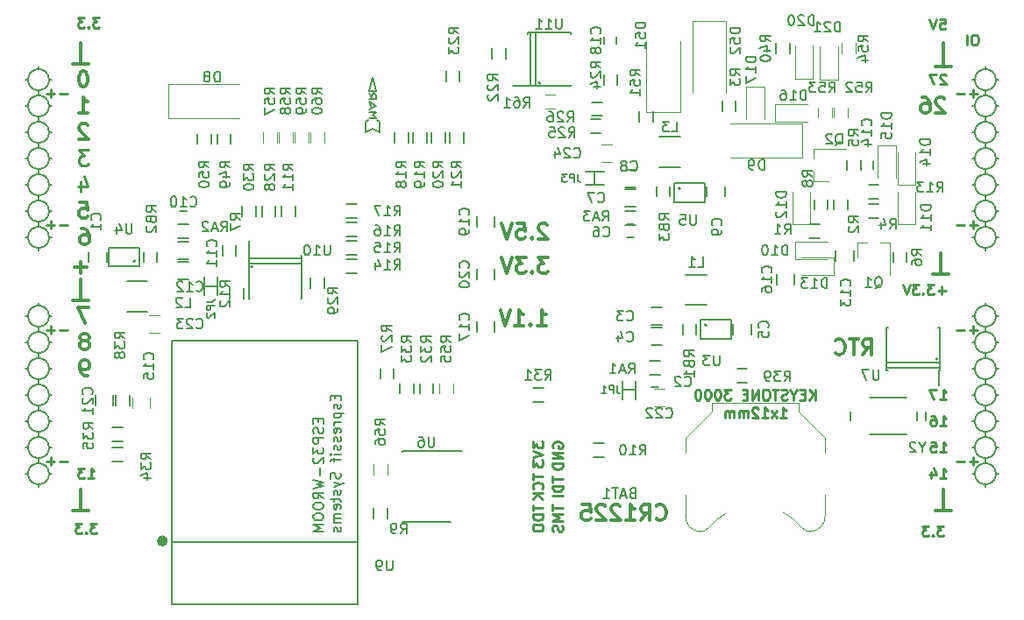
<source format=gbo>
G04 #@! TF.FileFunction,Legend,Bot*
%FSLAX46Y46*%
G04 Gerber Fmt 4.6, Leading zero omitted, Abs format (unit mm)*
G04 Created by KiCad (PCBNEW 4.0.7+dfsg1-1) date Sun Nov 19 11:12:19 2017*
%MOMM*%
%LPD*%
G01*
G04 APERTURE LIST*
%ADD10C,0.100000*%
%ADD11C,0.250000*%
%ADD12C,0.300000*%
%ADD13C,0.200000*%
%ADD14C,0.150000*%
%ADD15C,0.120000*%
%ADD16C,0.500000*%
%ADD17C,0.152400*%
G04 APERTURE END LIST*
D10*
D11*
X186032000Y-91971429D02*
X185270095Y-91971429D01*
X185651047Y-92352381D02*
X185651047Y-91590476D01*
X184793905Y-91971429D02*
X184032000Y-91971429D01*
X186032000Y-69111429D02*
X185270095Y-69111429D01*
X185651047Y-69492381D02*
X185651047Y-68730476D01*
X184793905Y-69111429D02*
X184032000Y-69111429D01*
X186032000Y-81811429D02*
X185270095Y-81811429D01*
X185651047Y-82192381D02*
X185651047Y-81430476D01*
X184793905Y-81811429D02*
X184032000Y-81811429D01*
X186032000Y-104671429D02*
X185270095Y-104671429D01*
X185651047Y-105052381D02*
X185651047Y-104290476D01*
X184793905Y-104671429D02*
X184032000Y-104671429D01*
X98148000Y-104671429D02*
X97386095Y-104671429D01*
X96909905Y-104671429D02*
X96148000Y-104671429D01*
X96528952Y-105052381D02*
X96528952Y-104290476D01*
X98148000Y-91971429D02*
X97386095Y-91971429D01*
X96909905Y-91971429D02*
X96148000Y-91971429D01*
X96528952Y-92352381D02*
X96528952Y-91590476D01*
X98148000Y-81811429D02*
X97386095Y-81811429D01*
X96909905Y-81811429D02*
X96148000Y-81811429D01*
X96528952Y-82192381D02*
X96528952Y-81430476D01*
X98148000Y-69111429D02*
X97386095Y-69111429D01*
X96909905Y-69111429D02*
X96148000Y-69111429D01*
X96528952Y-69492381D02*
X96528952Y-68730476D01*
X185873333Y-63412381D02*
X185682856Y-63412381D01*
X185587618Y-63460000D01*
X185492380Y-63555238D01*
X185444761Y-63745714D01*
X185444761Y-64079048D01*
X185492380Y-64269524D01*
X185587618Y-64364762D01*
X185682856Y-64412381D01*
X185873333Y-64412381D01*
X185968571Y-64364762D01*
X186063809Y-64269524D01*
X186111428Y-64079048D01*
X186111428Y-63745714D01*
X186063809Y-63555238D01*
X185968571Y-63460000D01*
X185873333Y-63412381D01*
X185016190Y-64412381D02*
X185016190Y-63412381D01*
D12*
X181984000Y-109426000D02*
X183508000Y-109426000D01*
X182746000Y-107394000D02*
X182746000Y-109426000D01*
D13*
X95370000Y-96726000D02*
X95370000Y-97234000D01*
X96386000Y-95710000D02*
X96640000Y-95710000D01*
X94354000Y-95710000D02*
X94100000Y-95710000D01*
X187826000Y-98250000D02*
X188080000Y-98250000D01*
X187826000Y-83010000D02*
X188080000Y-83010000D01*
X95370000Y-107140000D02*
X95370000Y-106886000D01*
X96386000Y-105870000D02*
X96640000Y-105870000D01*
X94354000Y-105870000D02*
X94100000Y-105870000D01*
X94354000Y-103330000D02*
X94100000Y-103330000D01*
X95370000Y-104346000D02*
X95370000Y-104854000D01*
X96386000Y-103330000D02*
X96640000Y-103330000D01*
X94354000Y-100790000D02*
X94100000Y-100790000D01*
X95370000Y-102314000D02*
X95370000Y-101806000D01*
X96386000Y-100790000D02*
X96640000Y-100790000D01*
X95370000Y-99266000D02*
X95370000Y-99774000D01*
X94354000Y-98250000D02*
X94100000Y-98250000D01*
X96386000Y-98250000D02*
X96640000Y-98250000D01*
X95370000Y-94186000D02*
X95370000Y-94694000D01*
X96386000Y-93170000D02*
X96640000Y-93170000D01*
X94354000Y-93170000D02*
X94100000Y-93170000D01*
X94354000Y-90630000D02*
X94100000Y-90630000D01*
X95370000Y-91646000D02*
X95370000Y-92154000D01*
X96640000Y-90630000D02*
X96386000Y-90630000D01*
X95370000Y-89360000D02*
X95370000Y-89614000D01*
X94354000Y-83010000D02*
X94100000Y-83010000D01*
X95370000Y-84280000D02*
X95370000Y-84026000D01*
X96386000Y-83010000D02*
X96640000Y-83010000D01*
X95370000Y-81486000D02*
X95370000Y-81994000D01*
X94354000Y-80470000D02*
X94100000Y-80470000D01*
X96640000Y-80470000D02*
X96386000Y-80470000D01*
X95370000Y-78946000D02*
X95370000Y-79454000D01*
X96386000Y-77930000D02*
X96640000Y-77930000D01*
X94354000Y-77930000D02*
X94100000Y-77930000D01*
X95370000Y-76406000D02*
X95370000Y-76914000D01*
X94354000Y-75390000D02*
X94100000Y-75390000D01*
X96386000Y-75390000D02*
X96640000Y-75390000D01*
X95370000Y-73866000D02*
X95370000Y-74374000D01*
X96386000Y-72850000D02*
X96640000Y-72850000D01*
X94100000Y-72850000D02*
X94354000Y-72850000D01*
X94354000Y-70310000D02*
X94100000Y-70310000D01*
X96640000Y-70310000D02*
X96386000Y-70310000D01*
X95370000Y-71326000D02*
X95370000Y-71834000D01*
X95370000Y-68786000D02*
X95370000Y-69294000D01*
X96386000Y-67770000D02*
X96640000Y-67770000D01*
X94354000Y-67770000D02*
X94100000Y-67770000D01*
X95370000Y-66500000D02*
X95370000Y-66754000D01*
X187826000Y-105870000D02*
X188080000Y-105870000D01*
X186810000Y-107140000D02*
X186810000Y-106886000D01*
X185540000Y-105870000D02*
X185794000Y-105870000D01*
X186810000Y-104346000D02*
X186810000Y-104854000D01*
X187826000Y-103330000D02*
X188080000Y-103330000D01*
X185540000Y-103330000D02*
X185794000Y-103330000D01*
X186810000Y-101806000D02*
X186810000Y-102314000D01*
X187826000Y-100790000D02*
X188080000Y-100790000D01*
X185540000Y-100790000D02*
X185794000Y-100790000D01*
X186810000Y-99266000D02*
X186810000Y-99774000D01*
X185540000Y-98250000D02*
X185794000Y-98250000D01*
X186810000Y-97234000D02*
X186810000Y-96726000D01*
X187826000Y-95710000D02*
X188080000Y-95710000D01*
X185540000Y-95710000D02*
X185794000Y-95710000D01*
X186810000Y-94694000D02*
X186810000Y-94186000D01*
X187826000Y-93170000D02*
X188080000Y-93170000D01*
X185540000Y-93170000D02*
X185794000Y-93170000D01*
X186810000Y-92154000D02*
X186810000Y-91646000D01*
X187826000Y-90630000D02*
X188080000Y-90630000D01*
X185540000Y-90630000D02*
X185794000Y-90630000D01*
X186810000Y-89360000D02*
X186810000Y-89614000D01*
X186810000Y-84280000D02*
X186810000Y-84026000D01*
X185540000Y-83010000D02*
X185794000Y-83010000D01*
X186810000Y-81994000D02*
X186810000Y-81486000D01*
X185794000Y-80470000D02*
X185540000Y-80470000D01*
X187826000Y-80470000D02*
X188080000Y-80470000D01*
X186810000Y-78946000D02*
X186810000Y-79454000D01*
X185794000Y-77930000D02*
X185540000Y-77930000D01*
X187826000Y-77930000D02*
X188080000Y-77930000D01*
X186810000Y-76406000D02*
X186810000Y-76914000D01*
X186810000Y-73866000D02*
X186810000Y-74374000D01*
X185794000Y-75390000D02*
X185540000Y-75390000D01*
X187826000Y-75390000D02*
X188080000Y-75390000D01*
X187826000Y-72850000D02*
X188080000Y-72850000D01*
X185540000Y-72850000D02*
X185794000Y-72850000D01*
X186810000Y-71834000D02*
X186810000Y-71326000D01*
X187826000Y-70310000D02*
X188080000Y-70310000D01*
X185540000Y-70310000D02*
X185794000Y-70310000D01*
X187826000Y-67770000D02*
X188080000Y-67770000D01*
X186810000Y-68786000D02*
X186810000Y-69294000D01*
X185540000Y-67770000D02*
X185794000Y-67770000D01*
X186810000Y-66500000D02*
X186810000Y-66754000D01*
X187826000Y-67770000D02*
G75*
G03X187826000Y-67770000I-1016000J0D01*
G01*
X187826000Y-70310000D02*
G75*
G03X187826000Y-70310000I-1016000J0D01*
G01*
X187826000Y-72850000D02*
G75*
G03X187826000Y-72850000I-1016000J0D01*
G01*
X187826000Y-75390000D02*
G75*
G03X187826000Y-75390000I-1016000J0D01*
G01*
X187826000Y-77930000D02*
G75*
G03X187826000Y-77930000I-1016000J0D01*
G01*
X187826000Y-80470000D02*
G75*
G03X187826000Y-80470000I-1016000J0D01*
G01*
X187826000Y-83010000D02*
G75*
G03X187826000Y-83010000I-1016000J0D01*
G01*
X187826000Y-90630000D02*
G75*
G03X187826000Y-90630000I-1016000J0D01*
G01*
X187826000Y-93170000D02*
G75*
G03X187826000Y-93170000I-1016000J0D01*
G01*
X187826000Y-95710000D02*
G75*
G03X187826000Y-95710000I-1016000J0D01*
G01*
X187826000Y-98250000D02*
G75*
G03X187826000Y-98250000I-1016000J0D01*
G01*
X187826000Y-100790000D02*
G75*
G03X187826000Y-100790000I-1016000J0D01*
G01*
X187826000Y-103330000D02*
G75*
G03X187826000Y-103330000I-1016000J0D01*
G01*
X187826000Y-105870000D02*
G75*
G03X187826000Y-105870000I-1016000J0D01*
G01*
X96386000Y-105870000D02*
G75*
G03X96386000Y-105870000I-1016000J0D01*
G01*
X96386000Y-103330000D02*
G75*
G03X96386000Y-103330000I-1016000J0D01*
G01*
X96386000Y-100790000D02*
G75*
G03X96386000Y-100790000I-1016000J0D01*
G01*
X96386000Y-98250000D02*
G75*
G03X96386000Y-98250000I-1016000J0D01*
G01*
X96386000Y-95710000D02*
G75*
G03X96386000Y-95710000I-1016000J0D01*
G01*
X96386000Y-93170000D02*
G75*
G03X96386000Y-93170000I-1016000J0D01*
G01*
X96386000Y-90630000D02*
G75*
G03X96386000Y-90630000I-1016000J0D01*
G01*
X96386000Y-83010000D02*
G75*
G03X96386000Y-83010000I-1016000J0D01*
G01*
X96386000Y-80470000D02*
G75*
G03X96386000Y-80470000I-1016000J0D01*
G01*
X96386000Y-77930000D02*
G75*
G03X96386000Y-77930000I-1016000J0D01*
G01*
X96386000Y-75390000D02*
G75*
G03X96386000Y-75390000I-1016000J0D01*
G01*
X96386000Y-72850000D02*
G75*
G03X96386000Y-72850000I-1016000J0D01*
G01*
X96386000Y-70310000D02*
G75*
G03X96386000Y-70310000I-1016000J0D01*
G01*
X96386000Y-67770000D02*
G75*
G03X96386000Y-67770000I-1016000J0D01*
G01*
D11*
X182428476Y-61888381D02*
X182904667Y-61888381D01*
X182952286Y-62364571D01*
X182904667Y-62316952D01*
X182809429Y-62269333D01*
X182571333Y-62269333D01*
X182476095Y-62316952D01*
X182428476Y-62364571D01*
X182380857Y-62459810D01*
X182380857Y-62697905D01*
X182428476Y-62793143D01*
X182476095Y-62840762D01*
X182571333Y-62888381D01*
X182809429Y-62888381D01*
X182904667Y-62840762D01*
X182952286Y-62793143D01*
X182095143Y-61888381D02*
X181761810Y-62888381D01*
X181428476Y-61888381D01*
D12*
X181984000Y-66500000D02*
X183508000Y-66500000D01*
X182746000Y-64214000D02*
X182746000Y-66500000D01*
D11*
X182999905Y-67317619D02*
X182952286Y-67270000D01*
X182857048Y-67222381D01*
X182618952Y-67222381D01*
X182523714Y-67270000D01*
X182476095Y-67317619D01*
X182428476Y-67412857D01*
X182428476Y-67508095D01*
X182476095Y-67650952D01*
X183047524Y-68222381D01*
X182428476Y-68222381D01*
X182095143Y-67222381D02*
X181428476Y-67222381D01*
X181857048Y-68222381D01*
D12*
X182872857Y-69631429D02*
X182801428Y-69560000D01*
X182658571Y-69488571D01*
X182301428Y-69488571D01*
X182158571Y-69560000D01*
X182087142Y-69631429D01*
X182015714Y-69774286D01*
X182015714Y-69917143D01*
X182087142Y-70131429D01*
X182944285Y-70988571D01*
X182015714Y-70988571D01*
X180730000Y-69488571D02*
X181015714Y-69488571D01*
X181158571Y-69560000D01*
X181230000Y-69631429D01*
X181372857Y-69845714D01*
X181444286Y-70131429D01*
X181444286Y-70702857D01*
X181372857Y-70845714D01*
X181301429Y-70917143D01*
X181158571Y-70988571D01*
X180872857Y-70988571D01*
X180730000Y-70917143D01*
X180658571Y-70845714D01*
X180587143Y-70702857D01*
X180587143Y-70345714D01*
X180658571Y-70202857D01*
X180730000Y-70131429D01*
X180872857Y-70060000D01*
X181158571Y-70060000D01*
X181301429Y-70131429D01*
X181372857Y-70202857D01*
X181444286Y-70345714D01*
X181730000Y-86566000D02*
X183254000Y-86566000D01*
X182492000Y-84534000D02*
X182492000Y-86566000D01*
D11*
X182968000Y-88161429D02*
X182206095Y-88161429D01*
X182587047Y-88542381D02*
X182587047Y-87780476D01*
X181825143Y-87542381D02*
X181206095Y-87542381D01*
X181539429Y-87923333D01*
X181396571Y-87923333D01*
X181301333Y-87970952D01*
X181253714Y-88018571D01*
X181206095Y-88113810D01*
X181206095Y-88351905D01*
X181253714Y-88447143D01*
X181301333Y-88494762D01*
X181396571Y-88542381D01*
X181682286Y-88542381D01*
X181777524Y-88494762D01*
X181825143Y-88447143D01*
X180777524Y-88447143D02*
X180729905Y-88494762D01*
X180777524Y-88542381D01*
X180825143Y-88494762D01*
X180777524Y-88447143D01*
X180777524Y-88542381D01*
X180396572Y-87542381D02*
X179777524Y-87542381D01*
X180110858Y-87923333D01*
X179968000Y-87923333D01*
X179872762Y-87970952D01*
X179825143Y-88018571D01*
X179777524Y-88113810D01*
X179777524Y-88351905D01*
X179825143Y-88447143D01*
X179872762Y-88494762D01*
X179968000Y-88542381D01*
X180253715Y-88542381D01*
X180348953Y-88494762D01*
X180396572Y-88447143D01*
X179491810Y-87542381D02*
X179158477Y-88542381D01*
X178825143Y-87542381D01*
X182428476Y-98702381D02*
X182999905Y-98702381D01*
X182714191Y-98702381D02*
X182714191Y-97702381D01*
X182809429Y-97845238D01*
X182904667Y-97940476D01*
X182999905Y-97988095D01*
X182095143Y-97702381D02*
X181428476Y-97702381D01*
X181857048Y-98702381D01*
X182428476Y-101242381D02*
X182999905Y-101242381D01*
X182714191Y-101242381D02*
X182714191Y-100242381D01*
X182809429Y-100385238D01*
X182904667Y-100480476D01*
X182999905Y-100528095D01*
X181571333Y-100242381D02*
X181761810Y-100242381D01*
X181857048Y-100290000D01*
X181904667Y-100337619D01*
X181999905Y-100480476D01*
X182047524Y-100670952D01*
X182047524Y-101051905D01*
X181999905Y-101147143D01*
X181952286Y-101194762D01*
X181857048Y-101242381D01*
X181666571Y-101242381D01*
X181571333Y-101194762D01*
X181523714Y-101147143D01*
X181476095Y-101051905D01*
X181476095Y-100813810D01*
X181523714Y-100718571D01*
X181571333Y-100670952D01*
X181666571Y-100623333D01*
X181857048Y-100623333D01*
X181952286Y-100670952D01*
X181999905Y-100718571D01*
X182047524Y-100813810D01*
X182428476Y-103782381D02*
X182999905Y-103782381D01*
X182714191Y-103782381D02*
X182714191Y-102782381D01*
X182809429Y-102925238D01*
X182904667Y-103020476D01*
X182999905Y-103068095D01*
X181523714Y-102782381D02*
X181999905Y-102782381D01*
X182047524Y-103258571D01*
X181999905Y-103210952D01*
X181904667Y-103163333D01*
X181666571Y-103163333D01*
X181571333Y-103210952D01*
X181523714Y-103258571D01*
X181476095Y-103353810D01*
X181476095Y-103591905D01*
X181523714Y-103687143D01*
X181571333Y-103734762D01*
X181666571Y-103782381D01*
X181904667Y-103782381D01*
X181999905Y-103734762D01*
X182047524Y-103687143D01*
X182428476Y-106322381D02*
X182999905Y-106322381D01*
X182714191Y-106322381D02*
X182714191Y-105322381D01*
X182809429Y-105465238D01*
X182904667Y-105560476D01*
X182999905Y-105608095D01*
X181571333Y-105655714D02*
X181571333Y-106322381D01*
X181809429Y-105274762D02*
X182047524Y-105989048D01*
X181428476Y-105989048D01*
X182777619Y-110910381D02*
X182158571Y-110910381D01*
X182491905Y-111291333D01*
X182349047Y-111291333D01*
X182253809Y-111338952D01*
X182206190Y-111386571D01*
X182158571Y-111481810D01*
X182158571Y-111719905D01*
X182206190Y-111815143D01*
X182253809Y-111862762D01*
X182349047Y-111910381D01*
X182634762Y-111910381D01*
X182730000Y-111862762D01*
X182777619Y-111815143D01*
X181730000Y-111815143D02*
X181682381Y-111862762D01*
X181730000Y-111910381D01*
X181777619Y-111862762D01*
X181730000Y-111815143D01*
X181730000Y-111910381D01*
X181349048Y-110910381D02*
X180730000Y-110910381D01*
X181063334Y-111291333D01*
X180920476Y-111291333D01*
X180825238Y-111338952D01*
X180777619Y-111386571D01*
X180730000Y-111481810D01*
X180730000Y-111719905D01*
X180777619Y-111815143D01*
X180825238Y-111862762D01*
X180920476Y-111910381D01*
X181206191Y-111910381D01*
X181301429Y-111862762D01*
X181349048Y-111815143D01*
D12*
X100196000Y-109426000D02*
X98672000Y-109426000D01*
X99434000Y-107394000D02*
X99434000Y-109426000D01*
X98672000Y-89106000D02*
X100196000Y-89106000D01*
X99434000Y-87074000D02*
X99434000Y-89106000D01*
X98672000Y-66246000D02*
X100196000Y-66246000D01*
X99434000Y-64214000D02*
X99434000Y-66246000D01*
D11*
X100989619Y-110656381D02*
X100370571Y-110656381D01*
X100703905Y-111037333D01*
X100561047Y-111037333D01*
X100465809Y-111084952D01*
X100418190Y-111132571D01*
X100370571Y-111227810D01*
X100370571Y-111465905D01*
X100418190Y-111561143D01*
X100465809Y-111608762D01*
X100561047Y-111656381D01*
X100846762Y-111656381D01*
X100942000Y-111608762D01*
X100989619Y-111561143D01*
X99942000Y-111561143D02*
X99894381Y-111608762D01*
X99942000Y-111656381D01*
X99989619Y-111608762D01*
X99942000Y-111561143D01*
X99942000Y-111656381D01*
X99561048Y-110656381D02*
X98942000Y-110656381D01*
X99275334Y-111037333D01*
X99132476Y-111037333D01*
X99037238Y-111084952D01*
X98989619Y-111132571D01*
X98942000Y-111227810D01*
X98942000Y-111465905D01*
X98989619Y-111561143D01*
X99037238Y-111608762D01*
X99132476Y-111656381D01*
X99418191Y-111656381D01*
X99513429Y-111608762D01*
X99561048Y-111561143D01*
X100132476Y-106322381D02*
X100703905Y-106322381D01*
X100418191Y-106322381D02*
X100418191Y-105322381D01*
X100513429Y-105465238D01*
X100608667Y-105560476D01*
X100703905Y-105608095D01*
X99799143Y-105322381D02*
X99180095Y-105322381D01*
X99513429Y-105703333D01*
X99370571Y-105703333D01*
X99275333Y-105750952D01*
X99227714Y-105798571D01*
X99180095Y-105893810D01*
X99180095Y-106131905D01*
X99227714Y-106227143D01*
X99275333Y-106274762D01*
X99370571Y-106322381D01*
X99656286Y-106322381D01*
X99751524Y-106274762D01*
X99799143Y-106227143D01*
D12*
X100100714Y-96388571D02*
X99814999Y-96388571D01*
X99672142Y-96317143D01*
X99600714Y-96245714D01*
X99457856Y-96031429D01*
X99386428Y-95745714D01*
X99386428Y-95174286D01*
X99457856Y-95031429D01*
X99529285Y-94960000D01*
X99672142Y-94888571D01*
X99957856Y-94888571D01*
X100100714Y-94960000D01*
X100172142Y-95031429D01*
X100243571Y-95174286D01*
X100243571Y-95531429D01*
X100172142Y-95674286D01*
X100100714Y-95745714D01*
X99957856Y-95817143D01*
X99672142Y-95817143D01*
X99529285Y-95745714D01*
X99457856Y-95674286D01*
X99386428Y-95531429D01*
X99957856Y-92991429D02*
X100100714Y-92920000D01*
X100172142Y-92848571D01*
X100243571Y-92705714D01*
X100243571Y-92634286D01*
X100172142Y-92491429D01*
X100100714Y-92420000D01*
X99957856Y-92348571D01*
X99672142Y-92348571D01*
X99529285Y-92420000D01*
X99457856Y-92491429D01*
X99386428Y-92634286D01*
X99386428Y-92705714D01*
X99457856Y-92848571D01*
X99529285Y-92920000D01*
X99672142Y-92991429D01*
X99957856Y-92991429D01*
X100100714Y-93062857D01*
X100172142Y-93134286D01*
X100243571Y-93277143D01*
X100243571Y-93562857D01*
X100172142Y-93705714D01*
X100100714Y-93777143D01*
X99957856Y-93848571D01*
X99672142Y-93848571D01*
X99529285Y-93777143D01*
X99457856Y-93705714D01*
X99386428Y-93562857D01*
X99386428Y-93277143D01*
X99457856Y-93134286D01*
X99529285Y-93062857D01*
X99672142Y-92991429D01*
X100187999Y-89808571D02*
X99187999Y-89808571D01*
X99830856Y-91308571D01*
X100005428Y-85911143D02*
X98862571Y-85911143D01*
X99434000Y-86482571D02*
X99434000Y-85339714D01*
X99529285Y-82188571D02*
X99814999Y-82188571D01*
X99957856Y-82260000D01*
X100029285Y-82331429D01*
X100172142Y-82545714D01*
X100243571Y-82831429D01*
X100243571Y-83402857D01*
X100172142Y-83545714D01*
X100100714Y-83617143D01*
X99957856Y-83688571D01*
X99672142Y-83688571D01*
X99529285Y-83617143D01*
X99457856Y-83545714D01*
X99386428Y-83402857D01*
X99386428Y-83045714D01*
X99457856Y-82902857D01*
X99529285Y-82831429D01*
X99672142Y-82760000D01*
X99957856Y-82760000D01*
X100100714Y-82831429D01*
X100172142Y-82902857D01*
X100243571Y-83045714D01*
X99330856Y-79648571D02*
X100045142Y-79648571D01*
X100116571Y-80362857D01*
X100045142Y-80291429D01*
X99902285Y-80220000D01*
X99545142Y-80220000D01*
X99402285Y-80291429D01*
X99330856Y-80362857D01*
X99259428Y-80505714D01*
X99259428Y-80862857D01*
X99330856Y-81005714D01*
X99402285Y-81077143D01*
X99545142Y-81148571D01*
X99902285Y-81148571D01*
X100045142Y-81077143D01*
X100116571Y-81005714D01*
D11*
X99402285Y-77608571D02*
X99402285Y-78608571D01*
X99759428Y-77037143D02*
X100116571Y-78108571D01*
X99187999Y-78108571D01*
X100187999Y-74568571D02*
X99259428Y-74568571D01*
X99759428Y-75140000D01*
X99545142Y-75140000D01*
X99402285Y-75211429D01*
X99330856Y-75282857D01*
X99259428Y-75425714D01*
X99259428Y-75782857D01*
X99330856Y-75925714D01*
X99402285Y-75997143D01*
X99545142Y-76068571D01*
X99973714Y-76068571D01*
X100116571Y-75997143D01*
X100187999Y-75925714D01*
D12*
X100116571Y-72171429D02*
X100045142Y-72100000D01*
X99902285Y-72028571D01*
X99545142Y-72028571D01*
X99402285Y-72100000D01*
X99330856Y-72171429D01*
X99259428Y-72314286D01*
X99259428Y-72457143D01*
X99330856Y-72671429D01*
X100187999Y-73528571D01*
X99259428Y-73528571D01*
X99259428Y-70988571D02*
X100116571Y-70988571D01*
X99687999Y-70988571D02*
X99687999Y-69488571D01*
X99830856Y-69702857D01*
X99973714Y-69845714D01*
X100116571Y-69917143D01*
X99759428Y-66948571D02*
X99616571Y-66948571D01*
X99473714Y-67020000D01*
X99402285Y-67091429D01*
X99330856Y-67234286D01*
X99259428Y-67520000D01*
X99259428Y-67877143D01*
X99330856Y-68162857D01*
X99402285Y-68305714D01*
X99473714Y-68377143D01*
X99616571Y-68448571D01*
X99759428Y-68448571D01*
X99902285Y-68377143D01*
X99973714Y-68305714D01*
X100045142Y-68162857D01*
X100116571Y-67877143D01*
X100116571Y-67520000D01*
X100045142Y-67234286D01*
X99973714Y-67091429D01*
X99902285Y-67020000D01*
X99759428Y-66948571D01*
D11*
X101243619Y-61761381D02*
X100624571Y-61761381D01*
X100957905Y-62142333D01*
X100815047Y-62142333D01*
X100719809Y-62189952D01*
X100672190Y-62237571D01*
X100624571Y-62332810D01*
X100624571Y-62570905D01*
X100672190Y-62666143D01*
X100719809Y-62713762D01*
X100815047Y-62761381D01*
X101100762Y-62761381D01*
X101196000Y-62713762D01*
X101243619Y-62666143D01*
X100196000Y-62666143D02*
X100148381Y-62713762D01*
X100196000Y-62761381D01*
X100243619Y-62713762D01*
X100196000Y-62666143D01*
X100196000Y-62761381D01*
X99815048Y-61761381D02*
X99196000Y-61761381D01*
X99529334Y-62142333D01*
X99386476Y-62142333D01*
X99291238Y-62189952D01*
X99243619Y-62237571D01*
X99196000Y-62332810D01*
X99196000Y-62570905D01*
X99243619Y-62666143D01*
X99291238Y-62713762D01*
X99386476Y-62761381D01*
X99672191Y-62761381D01*
X99767429Y-62713762D01*
X99815048Y-62666143D01*
X170370715Y-98716381D02*
X170370715Y-97716381D01*
X169799286Y-98716381D02*
X170227858Y-98144952D01*
X169799286Y-97716381D02*
X170370715Y-98287810D01*
X169370715Y-98192571D02*
X169037381Y-98192571D01*
X168894524Y-98716381D02*
X169370715Y-98716381D01*
X169370715Y-97716381D01*
X168894524Y-97716381D01*
X168275477Y-98240190D02*
X168275477Y-98716381D01*
X168608810Y-97716381D02*
X168275477Y-98240190D01*
X167942143Y-97716381D01*
X167656429Y-98668762D02*
X167513572Y-98716381D01*
X167275476Y-98716381D01*
X167180238Y-98668762D01*
X167132619Y-98621143D01*
X167085000Y-98525905D01*
X167085000Y-98430667D01*
X167132619Y-98335429D01*
X167180238Y-98287810D01*
X167275476Y-98240190D01*
X167465953Y-98192571D01*
X167561191Y-98144952D01*
X167608810Y-98097333D01*
X167656429Y-98002095D01*
X167656429Y-97906857D01*
X167608810Y-97811619D01*
X167561191Y-97764000D01*
X167465953Y-97716381D01*
X167227857Y-97716381D01*
X167085000Y-97764000D01*
X166799286Y-97716381D02*
X166227857Y-97716381D01*
X166513572Y-98716381D02*
X166513572Y-97716381D01*
X165704048Y-97716381D02*
X165513571Y-97716381D01*
X165418333Y-97764000D01*
X165323095Y-97859238D01*
X165275476Y-98049714D01*
X165275476Y-98383048D01*
X165323095Y-98573524D01*
X165418333Y-98668762D01*
X165513571Y-98716381D01*
X165704048Y-98716381D01*
X165799286Y-98668762D01*
X165894524Y-98573524D01*
X165942143Y-98383048D01*
X165942143Y-98049714D01*
X165894524Y-97859238D01*
X165799286Y-97764000D01*
X165704048Y-97716381D01*
X164846905Y-98716381D02*
X164846905Y-97716381D01*
X164275476Y-98716381D01*
X164275476Y-97716381D01*
X163799286Y-98192571D02*
X163465952Y-98192571D01*
X163323095Y-98716381D02*
X163799286Y-98716381D01*
X163799286Y-97716381D01*
X163323095Y-97716381D01*
X162227857Y-97716381D02*
X161608809Y-97716381D01*
X161942143Y-98097333D01*
X161799285Y-98097333D01*
X161704047Y-98144952D01*
X161656428Y-98192571D01*
X161608809Y-98287810D01*
X161608809Y-98525905D01*
X161656428Y-98621143D01*
X161704047Y-98668762D01*
X161799285Y-98716381D01*
X162085000Y-98716381D01*
X162180238Y-98668762D01*
X162227857Y-98621143D01*
X160989762Y-97716381D02*
X160894523Y-97716381D01*
X160799285Y-97764000D01*
X160751666Y-97811619D01*
X160704047Y-97906857D01*
X160656428Y-98097333D01*
X160656428Y-98335429D01*
X160704047Y-98525905D01*
X160751666Y-98621143D01*
X160799285Y-98668762D01*
X160894523Y-98716381D01*
X160989762Y-98716381D01*
X161085000Y-98668762D01*
X161132619Y-98621143D01*
X161180238Y-98525905D01*
X161227857Y-98335429D01*
X161227857Y-98097333D01*
X161180238Y-97906857D01*
X161132619Y-97811619D01*
X161085000Y-97764000D01*
X160989762Y-97716381D01*
X160037381Y-97716381D02*
X159942142Y-97716381D01*
X159846904Y-97764000D01*
X159799285Y-97811619D01*
X159751666Y-97906857D01*
X159704047Y-98097333D01*
X159704047Y-98335429D01*
X159751666Y-98525905D01*
X159799285Y-98621143D01*
X159846904Y-98668762D01*
X159942142Y-98716381D01*
X160037381Y-98716381D01*
X160132619Y-98668762D01*
X160180238Y-98621143D01*
X160227857Y-98525905D01*
X160275476Y-98335429D01*
X160275476Y-98097333D01*
X160227857Y-97906857D01*
X160180238Y-97811619D01*
X160132619Y-97764000D01*
X160037381Y-97716381D01*
X159085000Y-97716381D02*
X158989761Y-97716381D01*
X158894523Y-97764000D01*
X158846904Y-97811619D01*
X158799285Y-97906857D01*
X158751666Y-98097333D01*
X158751666Y-98335429D01*
X158799285Y-98525905D01*
X158846904Y-98621143D01*
X158894523Y-98668762D01*
X158989761Y-98716381D01*
X159085000Y-98716381D01*
X159180238Y-98668762D01*
X159227857Y-98621143D01*
X159275476Y-98525905D01*
X159323095Y-98335429D01*
X159323095Y-98097333D01*
X159275476Y-97906857D01*
X159227857Y-97811619D01*
X159180238Y-97764000D01*
X159085000Y-97716381D01*
X166989761Y-100466381D02*
X167561190Y-100466381D01*
X167275476Y-100466381D02*
X167275476Y-99466381D01*
X167370714Y-99609238D01*
X167465952Y-99704476D01*
X167561190Y-99752095D01*
X166656428Y-100466381D02*
X166132618Y-99799714D01*
X166656428Y-99799714D02*
X166132618Y-100466381D01*
X165227856Y-100466381D02*
X165799285Y-100466381D01*
X165513571Y-100466381D02*
X165513571Y-99466381D01*
X165608809Y-99609238D01*
X165704047Y-99704476D01*
X165799285Y-99752095D01*
X164846904Y-99561619D02*
X164799285Y-99514000D01*
X164704047Y-99466381D01*
X164465951Y-99466381D01*
X164370713Y-99514000D01*
X164323094Y-99561619D01*
X164275475Y-99656857D01*
X164275475Y-99752095D01*
X164323094Y-99894952D01*
X164894523Y-100466381D01*
X164275475Y-100466381D01*
X163846904Y-100466381D02*
X163846904Y-99799714D01*
X163846904Y-99894952D02*
X163799285Y-99847333D01*
X163704047Y-99799714D01*
X163561189Y-99799714D01*
X163465951Y-99847333D01*
X163418332Y-99942571D01*
X163418332Y-100466381D01*
X163418332Y-99942571D02*
X163370713Y-99847333D01*
X163275475Y-99799714D01*
X163132618Y-99799714D01*
X163037380Y-99847333D01*
X162989761Y-99942571D01*
X162989761Y-100466381D01*
X162513571Y-100466381D02*
X162513571Y-99799714D01*
X162513571Y-99894952D02*
X162465952Y-99847333D01*
X162370714Y-99799714D01*
X162227856Y-99799714D01*
X162132618Y-99847333D01*
X162084999Y-99942571D01*
X162084999Y-100466381D01*
X162084999Y-99942571D02*
X162037380Y-99847333D01*
X161942142Y-99799714D01*
X161799285Y-99799714D01*
X161704047Y-99847333D01*
X161656428Y-99942571D01*
X161656428Y-100466381D01*
D12*
X155027856Y-110215714D02*
X155099285Y-110287143D01*
X155313571Y-110358571D01*
X155456428Y-110358571D01*
X155670713Y-110287143D01*
X155813571Y-110144286D01*
X155884999Y-110001429D01*
X155956428Y-109715714D01*
X155956428Y-109501429D01*
X155884999Y-109215714D01*
X155813571Y-109072857D01*
X155670713Y-108930000D01*
X155456428Y-108858571D01*
X155313571Y-108858571D01*
X155099285Y-108930000D01*
X155027856Y-109001429D01*
X153527856Y-110358571D02*
X154027856Y-109644286D01*
X154384999Y-110358571D02*
X154384999Y-108858571D01*
X153813571Y-108858571D01*
X153670713Y-108930000D01*
X153599285Y-109001429D01*
X153527856Y-109144286D01*
X153527856Y-109358571D01*
X153599285Y-109501429D01*
X153670713Y-109572857D01*
X153813571Y-109644286D01*
X154384999Y-109644286D01*
X152099285Y-110358571D02*
X152956428Y-110358571D01*
X152527856Y-110358571D02*
X152527856Y-108858571D01*
X152670713Y-109072857D01*
X152813571Y-109215714D01*
X152956428Y-109287143D01*
X151527857Y-109001429D02*
X151456428Y-108930000D01*
X151313571Y-108858571D01*
X150956428Y-108858571D01*
X150813571Y-108930000D01*
X150742142Y-109001429D01*
X150670714Y-109144286D01*
X150670714Y-109287143D01*
X150742142Y-109501429D01*
X151599285Y-110358571D01*
X150670714Y-110358571D01*
X150099286Y-109001429D02*
X150027857Y-108930000D01*
X149885000Y-108858571D01*
X149527857Y-108858571D01*
X149385000Y-108930000D01*
X149313571Y-109001429D01*
X149242143Y-109144286D01*
X149242143Y-109287143D01*
X149313571Y-109501429D01*
X150170714Y-110358571D01*
X149242143Y-110358571D01*
X147885000Y-108858571D02*
X148599286Y-108858571D01*
X148670715Y-109572857D01*
X148599286Y-109501429D01*
X148456429Y-109430000D01*
X148099286Y-109430000D01*
X147956429Y-109501429D01*
X147885000Y-109572857D01*
X147813572Y-109715714D01*
X147813572Y-110072857D01*
X147885000Y-110215714D01*
X147956429Y-110287143D01*
X148099286Y-110358571D01*
X148456429Y-110358571D01*
X148599286Y-110287143D01*
X148670715Y-110215714D01*
X144502857Y-81823429D02*
X144431428Y-81752000D01*
X144288571Y-81680571D01*
X143931428Y-81680571D01*
X143788571Y-81752000D01*
X143717142Y-81823429D01*
X143645714Y-81966286D01*
X143645714Y-82109143D01*
X143717142Y-82323429D01*
X144574285Y-83180571D01*
X143645714Y-83180571D01*
X143002857Y-83037714D02*
X142931429Y-83109143D01*
X143002857Y-83180571D01*
X143074286Y-83109143D01*
X143002857Y-83037714D01*
X143002857Y-83180571D01*
X141574285Y-81680571D02*
X142288571Y-81680571D01*
X142360000Y-82394857D01*
X142288571Y-82323429D01*
X142145714Y-82252000D01*
X141788571Y-82252000D01*
X141645714Y-82323429D01*
X141574285Y-82394857D01*
X141502857Y-82537714D01*
X141502857Y-82894857D01*
X141574285Y-83037714D01*
X141645714Y-83109143D01*
X141788571Y-83180571D01*
X142145714Y-83180571D01*
X142288571Y-83109143D01*
X142360000Y-83037714D01*
X141074286Y-81680571D02*
X140574286Y-83180571D01*
X140074286Y-81680571D01*
X144574285Y-84982571D02*
X143645714Y-84982571D01*
X144145714Y-85554000D01*
X143931428Y-85554000D01*
X143788571Y-85625429D01*
X143717142Y-85696857D01*
X143645714Y-85839714D01*
X143645714Y-86196857D01*
X143717142Y-86339714D01*
X143788571Y-86411143D01*
X143931428Y-86482571D01*
X144360000Y-86482571D01*
X144502857Y-86411143D01*
X144574285Y-86339714D01*
X143002857Y-86339714D02*
X142931429Y-86411143D01*
X143002857Y-86482571D01*
X143074286Y-86411143D01*
X143002857Y-86339714D01*
X143002857Y-86482571D01*
X142431428Y-84982571D02*
X141502857Y-84982571D01*
X142002857Y-85554000D01*
X141788571Y-85554000D01*
X141645714Y-85625429D01*
X141574285Y-85696857D01*
X141502857Y-85839714D01*
X141502857Y-86196857D01*
X141574285Y-86339714D01*
X141645714Y-86411143D01*
X141788571Y-86482571D01*
X142217143Y-86482571D01*
X142360000Y-86411143D01*
X142431428Y-86339714D01*
X141074286Y-84982571D02*
X140574286Y-86482571D01*
X140074286Y-84982571D01*
X143518714Y-91562571D02*
X144375857Y-91562571D01*
X143947285Y-91562571D02*
X143947285Y-90062571D01*
X144090142Y-90276857D01*
X144233000Y-90419714D01*
X144375857Y-90491143D01*
X142875857Y-91419714D02*
X142804429Y-91491143D01*
X142875857Y-91562571D01*
X142947286Y-91491143D01*
X142875857Y-91419714D01*
X142875857Y-91562571D01*
X141375857Y-91562571D02*
X142233000Y-91562571D01*
X141804428Y-91562571D02*
X141804428Y-90062571D01*
X141947285Y-90276857D01*
X142090143Y-90419714D01*
X142233000Y-90491143D01*
X140947286Y-90062571D02*
X140447286Y-91562571D01*
X139947286Y-90062571D01*
D11*
X143082381Y-105854286D02*
X143082381Y-106425715D01*
X144082381Y-106140000D02*
X143082381Y-106140000D01*
X143987143Y-107330477D02*
X144034762Y-107282858D01*
X144082381Y-107140001D01*
X144082381Y-107044763D01*
X144034762Y-106901905D01*
X143939524Y-106806667D01*
X143844286Y-106759048D01*
X143653810Y-106711429D01*
X143510952Y-106711429D01*
X143320476Y-106759048D01*
X143225238Y-106806667D01*
X143130000Y-106901905D01*
X143082381Y-107044763D01*
X143082381Y-107140001D01*
X143130000Y-107282858D01*
X143177619Y-107330477D01*
X144082381Y-107759048D02*
X143082381Y-107759048D01*
X144082381Y-108330477D02*
X143510952Y-107901905D01*
X143082381Y-108330477D02*
X143653810Y-107759048D01*
X143082381Y-102726905D02*
X143082381Y-103345953D01*
X143463333Y-103012619D01*
X143463333Y-103155477D01*
X143510952Y-103250715D01*
X143558571Y-103298334D01*
X143653810Y-103345953D01*
X143891905Y-103345953D01*
X143987143Y-103298334D01*
X144034762Y-103250715D01*
X144082381Y-103155477D01*
X144082381Y-102869762D01*
X144034762Y-102774524D01*
X143987143Y-102726905D01*
X143082381Y-103631667D02*
X144082381Y-103965000D01*
X143082381Y-104298334D01*
X143082381Y-104536429D02*
X143082381Y-105155477D01*
X143463333Y-104822143D01*
X143463333Y-104965001D01*
X143510952Y-105060239D01*
X143558571Y-105107858D01*
X143653810Y-105155477D01*
X143891905Y-105155477D01*
X143987143Y-105107858D01*
X144034762Y-105060239D01*
X144082381Y-104965001D01*
X144082381Y-104679286D01*
X144034762Y-104584048D01*
X143987143Y-104536429D01*
X143082381Y-108878476D02*
X143082381Y-109449905D01*
X144082381Y-109164190D02*
X143082381Y-109164190D01*
X144082381Y-109783238D02*
X143082381Y-109783238D01*
X143082381Y-110021333D01*
X143130000Y-110164191D01*
X143225238Y-110259429D01*
X143320476Y-110307048D01*
X143510952Y-110354667D01*
X143653810Y-110354667D01*
X143844286Y-110307048D01*
X143939524Y-110259429D01*
X144034762Y-110164191D01*
X144082381Y-110021333D01*
X144082381Y-109783238D01*
X143082381Y-110973714D02*
X143082381Y-111164191D01*
X143130000Y-111259429D01*
X143225238Y-111354667D01*
X143415714Y-111402286D01*
X143749048Y-111402286D01*
X143939524Y-111354667D01*
X144034762Y-111259429D01*
X144082381Y-111164191D01*
X144082381Y-110973714D01*
X144034762Y-110878476D01*
X143939524Y-110783238D01*
X143749048Y-110735619D01*
X143415714Y-110735619D01*
X143225238Y-110783238D01*
X143130000Y-110878476D01*
X143082381Y-110973714D01*
X145035000Y-103330096D02*
X144987381Y-103234858D01*
X144987381Y-103092001D01*
X145035000Y-102949143D01*
X145130238Y-102853905D01*
X145225476Y-102806286D01*
X145415952Y-102758667D01*
X145558810Y-102758667D01*
X145749286Y-102806286D01*
X145844524Y-102853905D01*
X145939762Y-102949143D01*
X145987381Y-103092001D01*
X145987381Y-103187239D01*
X145939762Y-103330096D01*
X145892143Y-103377715D01*
X145558810Y-103377715D01*
X145558810Y-103187239D01*
X145987381Y-103806286D02*
X144987381Y-103806286D01*
X145987381Y-104377715D01*
X144987381Y-104377715D01*
X145987381Y-104853905D02*
X144987381Y-104853905D01*
X144987381Y-105092000D01*
X145035000Y-105234858D01*
X145130238Y-105330096D01*
X145225476Y-105377715D01*
X145415952Y-105425334D01*
X145558810Y-105425334D01*
X145749286Y-105377715D01*
X145844524Y-105330096D01*
X145939762Y-105234858D01*
X145987381Y-105092000D01*
X145987381Y-104853905D01*
X144987381Y-106116191D02*
X144987381Y-106687620D01*
X145987381Y-106401905D02*
X144987381Y-106401905D01*
X145987381Y-107020953D02*
X144987381Y-107020953D01*
X144987381Y-107259048D01*
X145035000Y-107401906D01*
X145130238Y-107497144D01*
X145225476Y-107544763D01*
X145415952Y-107592382D01*
X145558810Y-107592382D01*
X145749286Y-107544763D01*
X145844524Y-107497144D01*
X145939762Y-107401906D01*
X145987381Y-107259048D01*
X145987381Y-107020953D01*
X145987381Y-108020953D02*
X144987381Y-108020953D01*
X144987381Y-108854667D02*
X144987381Y-109426096D01*
X145987381Y-109140381D02*
X144987381Y-109140381D01*
X145987381Y-109759429D02*
X144987381Y-109759429D01*
X145701667Y-110092763D01*
X144987381Y-110426096D01*
X145987381Y-110426096D01*
X145939762Y-110854667D02*
X145987381Y-110997524D01*
X145987381Y-111235620D01*
X145939762Y-111330858D01*
X145892143Y-111378477D01*
X145796905Y-111426096D01*
X145701667Y-111426096D01*
X145606429Y-111378477D01*
X145558810Y-111330858D01*
X145511190Y-111235620D01*
X145463571Y-111045143D01*
X145415952Y-110949905D01*
X145368333Y-110902286D01*
X145273095Y-110854667D01*
X145177857Y-110854667D01*
X145082619Y-110902286D01*
X145035000Y-110949905D01*
X144987381Y-111045143D01*
X144987381Y-111283239D01*
X145035000Y-111426096D01*
D12*
X174967142Y-94356571D02*
X175467142Y-93642286D01*
X175824285Y-94356571D02*
X175824285Y-92856571D01*
X175252857Y-92856571D01*
X175109999Y-92928000D01*
X175038571Y-92999429D01*
X174967142Y-93142286D01*
X174967142Y-93356571D01*
X175038571Y-93499429D01*
X175109999Y-93570857D01*
X175252857Y-93642286D01*
X175824285Y-93642286D01*
X174538571Y-92856571D02*
X173681428Y-92856571D01*
X174109999Y-94356571D02*
X174109999Y-92856571D01*
X172324285Y-94213714D02*
X172395714Y-94285143D01*
X172610000Y-94356571D01*
X172752857Y-94356571D01*
X172967142Y-94285143D01*
X173110000Y-94142286D01*
X173181428Y-93999429D01*
X173252857Y-93713714D01*
X173252857Y-93499429D01*
X173181428Y-93213714D01*
X173110000Y-93070857D01*
X172967142Y-92928000D01*
X172752857Y-92856571D01*
X172610000Y-92856571D01*
X172395714Y-92928000D01*
X172324285Y-92999429D01*
D14*
X102823000Y-98258000D02*
X102823000Y-99258000D01*
X104173000Y-99258000D02*
X104173000Y-98258000D01*
X151758000Y-97742000D02*
X153028000Y-97742000D01*
X153028000Y-96853000D02*
X153028000Y-98631000D01*
X151758000Y-96853000D02*
X151758000Y-98631000D01*
D15*
X157345000Y-70900000D02*
X154045000Y-70900000D01*
X154045000Y-70900000D02*
X154045000Y-64000000D01*
X157345000Y-70900000D02*
X157345000Y-64000000D01*
D14*
X153369000Y-70826000D02*
X153369000Y-71826000D01*
X154719000Y-71826000D02*
X154719000Y-70826000D01*
X157870000Y-89565000D02*
X159870000Y-89565000D01*
X159870000Y-86615000D02*
X157870000Y-86615000D01*
X159886803Y-91500000D02*
G75*
G03X159886803Y-91500000I-111803J0D01*
G01*
X159275000Y-92800000D02*
X162275000Y-92800000D01*
X162275000Y-92800000D02*
X162275000Y-91000000D01*
X162275000Y-91000000D02*
X159275000Y-91000000D01*
X159275000Y-91000000D02*
X159275000Y-92800000D01*
X105895000Y-87250000D02*
X103895000Y-87250000D01*
X103895000Y-90200000D02*
X105895000Y-90200000D01*
X104736803Y-85315000D02*
G75*
G03X104736803Y-85315000I-111803J0D01*
G01*
X105125000Y-84015000D02*
X102125000Y-84015000D01*
X102125000Y-84015000D02*
X102125000Y-85815000D01*
X102125000Y-85815000D02*
X105125000Y-85815000D01*
X105125000Y-85815000D02*
X105125000Y-84015000D01*
X155330000Y-76230000D02*
X157330000Y-76230000D01*
X157330000Y-73280000D02*
X155330000Y-73280000D01*
X157346803Y-78292000D02*
G75*
G03X157346803Y-78292000I-111803J0D01*
G01*
X156735000Y-79592000D02*
X159735000Y-79592000D01*
X159735000Y-79592000D02*
X159735000Y-77792000D01*
X159735000Y-77792000D02*
X156735000Y-77792000D01*
X156735000Y-77792000D02*
X156735000Y-79592000D01*
X100235000Y-85415000D02*
X100235000Y-84415000D01*
X101935000Y-84415000D02*
X101935000Y-85415000D01*
X155560000Y-91480000D02*
X154560000Y-91480000D01*
X154560000Y-89780000D02*
X155560000Y-89780000D01*
X155560000Y-93385000D02*
X154560000Y-93385000D01*
X154560000Y-91685000D02*
X155560000Y-91685000D01*
X164165000Y-91400000D02*
X164165000Y-92400000D01*
X162465000Y-92400000D02*
X162465000Y-91400000D01*
X153020000Y-80050000D02*
X152020000Y-80050000D01*
X152020000Y-78350000D02*
X153020000Y-78350000D01*
X153020000Y-78145000D02*
X152020000Y-78145000D01*
X152020000Y-76445000D02*
X153020000Y-76445000D01*
X161625000Y-78065000D02*
X161625000Y-79065000D01*
X159925000Y-79065000D02*
X159925000Y-78065000D01*
X108840000Y-83430000D02*
X109840000Y-83430000D01*
X109840000Y-85130000D02*
X108840000Y-85130000D01*
X108840000Y-85335000D02*
X109840000Y-85335000D01*
X109840000Y-87035000D02*
X108840000Y-87035000D01*
X174071000Y-84288000D02*
X174071000Y-85288000D01*
X172371000Y-85288000D02*
X172371000Y-84288000D01*
D15*
X174435000Y-83520000D02*
X175365000Y-83520000D01*
X177595000Y-83520000D02*
X176665000Y-83520000D01*
X177595000Y-83520000D02*
X177595000Y-86680000D01*
X174435000Y-83520000D02*
X174435000Y-84980000D01*
X170175000Y-77605000D02*
X170175000Y-76675000D01*
X170175000Y-74445000D02*
X170175000Y-75375000D01*
X170175000Y-74445000D02*
X173335000Y-74445000D01*
X170175000Y-77605000D02*
X171635000Y-77605000D01*
D14*
X154510000Y-97510000D02*
X155210000Y-97510000D01*
X155210000Y-96310000D02*
X154510000Y-96310000D01*
X152170000Y-82975000D02*
X152870000Y-82975000D01*
X152870000Y-81775000D02*
X152170000Y-81775000D01*
X109690000Y-80505000D02*
X108990000Y-80505000D01*
X108990000Y-81705000D02*
X109690000Y-81705000D01*
X174780000Y-75675000D02*
X174780000Y-76375000D01*
X175980000Y-76375000D02*
X175980000Y-75675000D01*
X170800000Y-81700000D02*
X169800000Y-81700000D01*
X169800000Y-83050000D02*
X170800000Y-83050000D01*
X172165000Y-79335000D02*
X172165000Y-80335000D01*
X173515000Y-80335000D02*
X173515000Y-79335000D01*
X175515000Y-81145000D02*
X176515000Y-81145000D01*
X176515000Y-79795000D02*
X175515000Y-79795000D01*
X174785000Y-76525000D02*
X174785000Y-75525000D01*
X173435000Y-75525000D02*
X173435000Y-76525000D01*
X179230000Y-85415000D02*
X179230000Y-84415000D01*
X177880000Y-84415000D02*
X177880000Y-85415000D01*
X114460000Y-84780000D02*
X114460000Y-83780000D01*
X113110000Y-83780000D02*
X113110000Y-84780000D01*
X170260000Y-79335000D02*
X170260000Y-80335000D01*
X171610000Y-80335000D02*
X171610000Y-79335000D01*
X129065000Y-110180000D02*
X129065000Y-109180000D01*
X127715000Y-109180000D02*
X127715000Y-110180000D01*
X148972000Y-104259000D02*
X149972000Y-104259000D01*
X149972000Y-102909000D02*
X148972000Y-102909000D01*
X175515000Y-79240000D02*
X176515000Y-79240000D01*
X176515000Y-77890000D02*
X175515000Y-77890000D01*
X155360000Y-94965000D02*
X154360000Y-94965000D01*
X154360000Y-96315000D02*
X155360000Y-96315000D01*
X108840000Y-83050000D02*
X109840000Y-83050000D01*
X109840000Y-81700000D02*
X108840000Y-81700000D01*
X153020000Y-80430000D02*
X152020000Y-80430000D01*
X152020000Y-81780000D02*
X153020000Y-81780000D01*
X158910000Y-92400000D02*
X158910000Y-91400000D01*
X157560000Y-91400000D02*
X157560000Y-92400000D01*
X105490000Y-84415000D02*
X105490000Y-85415000D01*
X106840000Y-85415000D02*
X106840000Y-84415000D01*
X156370000Y-79065000D02*
X156370000Y-78065000D01*
X155020000Y-78065000D02*
X155020000Y-79065000D01*
X125096000Y-86479000D02*
X126096000Y-86479000D01*
X126096000Y-85129000D02*
X125096000Y-85129000D01*
X125096000Y-84701000D02*
X126096000Y-84701000D01*
X126096000Y-83351000D02*
X125096000Y-83351000D01*
X125096000Y-82923000D02*
X126096000Y-82923000D01*
X126096000Y-81573000D02*
X125096000Y-81573000D01*
X125096000Y-81145000D02*
X126096000Y-81145000D01*
X126096000Y-79795000D02*
X125096000Y-79795000D01*
X129747000Y-72858000D02*
X129747000Y-73858000D01*
X131097000Y-73858000D02*
X131097000Y-72858000D01*
X131525000Y-72858000D02*
X131525000Y-73858000D01*
X132875000Y-73858000D02*
X132875000Y-72858000D01*
X133303000Y-72858000D02*
X133303000Y-73858000D01*
X134653000Y-73858000D02*
X134653000Y-72858000D01*
X135081000Y-72858000D02*
X135081000Y-73858000D01*
X136431000Y-73858000D02*
X136431000Y-72858000D01*
X151189600Y-64310000D02*
X151189600Y-63610000D01*
X149989600Y-63610000D02*
X149989600Y-64310000D01*
X161370000Y-69810000D02*
X161370000Y-70810000D01*
X162720000Y-70810000D02*
X162720000Y-69810000D01*
X139145000Y-64730000D02*
X139145000Y-65730000D01*
X140495000Y-65730000D02*
X140495000Y-64730000D01*
X134700000Y-66932000D02*
X134700000Y-67932000D01*
X136050000Y-67932000D02*
X136050000Y-66932000D01*
X149940000Y-67270000D02*
X149940000Y-68270000D01*
X151290000Y-68270000D02*
X151290000Y-67270000D01*
X148675000Y-72890000D02*
X149675000Y-72890000D01*
X149675000Y-71540000D02*
X148675000Y-71540000D01*
X148780000Y-71275000D02*
X149780000Y-71275000D01*
X149780000Y-69925000D02*
X148780000Y-69925000D01*
X130510000Y-103690000D02*
X130510000Y-103790000D01*
X130510000Y-110515000D02*
X130510000Y-110490000D01*
X135160000Y-110515000D02*
X135160000Y-110490000D01*
X136235000Y-103690000D02*
X130510000Y-103690000D01*
X135160000Y-110515000D02*
X130510000Y-110515000D01*
X120175000Y-80970000D02*
X120175000Y-79970000D01*
X118825000Y-79970000D02*
X118825000Y-80970000D01*
X113805000Y-87900000D02*
X113805000Y-88900000D01*
X115155000Y-88900000D02*
X115155000Y-87900000D01*
X128350000Y-95675000D02*
X128350000Y-96675000D01*
X129700000Y-96675000D02*
X129700000Y-95675000D01*
X118270000Y-80970000D02*
X118270000Y-79970000D01*
X116920000Y-79970000D02*
X116920000Y-80970000D01*
X122955000Y-87900000D02*
X122955000Y-86900000D01*
X121605000Y-86900000D02*
X121605000Y-87900000D01*
X116365000Y-80970000D02*
X116365000Y-79970000D01*
X115015000Y-79970000D02*
X115015000Y-80970000D01*
X143130000Y-98925000D02*
X144130000Y-98925000D01*
X144130000Y-97575000D02*
X143130000Y-97575000D01*
X132160000Y-97115000D02*
X132160000Y-98115000D01*
X133510000Y-98115000D02*
X133510000Y-97115000D01*
X130255000Y-97115000D02*
X130255000Y-98115000D01*
X131605000Y-98115000D02*
X131605000Y-97115000D01*
X103490000Y-103290000D02*
X102490000Y-103290000D01*
X102490000Y-104640000D02*
X103490000Y-104640000D01*
X102490000Y-102735000D02*
X103490000Y-102735000D01*
X103490000Y-101385000D02*
X102490000Y-101385000D01*
X168356000Y-86574000D02*
X168356000Y-87574000D01*
X166656000Y-87574000D02*
X166656000Y-86574000D01*
X162815000Y-97020000D02*
X163815000Y-97020000D01*
X163815000Y-95670000D02*
X162815000Y-95670000D01*
X166577000Y-64222000D02*
X166577000Y-65222000D01*
X167927000Y-65222000D02*
X167927000Y-64222000D01*
X137700000Y-92146000D02*
X137700000Y-91146000D01*
X139400000Y-91146000D02*
X139400000Y-92146000D01*
X139400000Y-80986000D02*
X139400000Y-81986000D01*
X137700000Y-81986000D02*
X137700000Y-80986000D01*
X137700000Y-87066000D02*
X137700000Y-86066000D01*
X139400000Y-86066000D02*
X139400000Y-87066000D01*
X100870000Y-99258000D02*
X100870000Y-98258000D01*
X102570000Y-98258000D02*
X102570000Y-99258000D01*
X112602000Y-72985000D02*
X112602000Y-73985000D01*
X113952000Y-73985000D02*
X113952000Y-72985000D01*
X110697000Y-72985000D02*
X110697000Y-73985000D01*
X112047000Y-73985000D02*
X112047000Y-72985000D01*
D15*
X172160000Y-70445000D02*
X172160000Y-71445000D01*
X173520000Y-71445000D02*
X173520000Y-70445000D01*
X170636000Y-70445000D02*
X170636000Y-71445000D01*
X171996000Y-71445000D02*
X171996000Y-70445000D01*
D14*
X173812000Y-99882000D02*
X173812000Y-100682000D01*
X179212000Y-98482000D02*
X175612000Y-98482000D01*
X179212000Y-102082000D02*
X175612000Y-102082000D01*
X180212000Y-99882000D02*
X180212000Y-100682000D01*
X181012000Y-99882000D02*
X181012000Y-100682000D01*
D15*
X106126000Y-98512000D02*
X106126000Y-99512000D01*
X104426000Y-99512000D02*
X104426000Y-98512000D01*
X107861000Y-71452000D02*
X107861000Y-68152000D01*
X107861000Y-68152000D02*
X114761000Y-68152000D01*
X107861000Y-71452000D02*
X114761000Y-71452000D01*
X169112000Y-71962000D02*
X169112000Y-75262000D01*
X169112000Y-75262000D02*
X162212000Y-75262000D01*
X169112000Y-71962000D02*
X162212000Y-71962000D01*
X158490000Y-62100000D02*
X161790000Y-62100000D01*
X161790000Y-62100000D02*
X161790000Y-69000000D01*
X158490000Y-62100000D02*
X158490000Y-69000000D01*
X155814000Y-99354000D02*
X154814000Y-99354000D01*
X154814000Y-97654000D02*
X155814000Y-97654000D01*
X106046000Y-90542000D02*
X107046000Y-90542000D01*
X107046000Y-92242000D02*
X106046000Y-92242000D01*
X149734000Y-74032000D02*
X150734000Y-74032000D01*
X150734000Y-75732000D02*
X149734000Y-75732000D01*
X172922000Y-64222000D02*
X172922000Y-65222000D01*
X174282000Y-65222000D02*
X174282000Y-64222000D01*
X135420000Y-98115000D02*
X135420000Y-97115000D01*
X134060000Y-97115000D02*
X134060000Y-98115000D01*
D14*
X126928000Y-71869000D02*
X127228000Y-71669000D01*
X128328000Y-71869000D02*
X128028000Y-71669000D01*
X126928000Y-72869000D02*
X126928000Y-71869000D01*
X127628000Y-72469000D02*
X126928000Y-72869000D01*
X128328000Y-72869000D02*
X127628000Y-72469000D01*
X128328000Y-71869000D02*
X128328000Y-72869000D01*
X127628000Y-67469000D02*
X127328000Y-68869000D01*
X127928000Y-68869000D02*
X127628000Y-67469000D01*
X127328000Y-68869000D02*
X127928000Y-68869000D01*
X127328000Y-69069000D02*
X127528000Y-69569000D01*
X127528000Y-69269000D02*
X127528000Y-69669000D01*
X127728000Y-69069000D02*
X127528000Y-69269000D01*
X127928000Y-69269000D02*
X127728000Y-69069000D01*
X127928000Y-69669000D02*
X127928000Y-69269000D01*
X127328000Y-69669000D02*
X127928000Y-69669000D01*
X127328000Y-69869000D02*
X127528000Y-70469000D01*
X127928000Y-70269000D02*
X127328000Y-69869000D01*
X127328000Y-70669000D02*
X127928000Y-70269000D01*
X127928000Y-70869000D02*
X127328000Y-70869000D01*
X127628000Y-71169000D02*
X127928000Y-70869000D01*
X127928000Y-71469000D02*
X127628000Y-71169000D01*
X127328000Y-71469000D02*
X127928000Y-71469000D01*
D15*
X160091264Y-111074552D02*
G75*
G02X161785000Y-109670000I4493736J-3695448D01*
G01*
X167317553Y-109624793D02*
G75*
G02X169085000Y-111070000I-2732553J-5145207D01*
G01*
X159170385Y-111454160D02*
G75*
G03X160085000Y-111070000I124615J984160D01*
G01*
X169999615Y-111454160D02*
G75*
G02X169085000Y-111070000I-124615J984160D01*
G01*
X157835000Y-109920000D02*
G75*
G03X159285000Y-111470000I1500000J-50000D01*
G01*
X171335000Y-109920000D02*
G75*
G02X169885000Y-111470000I-1500000J-50000D01*
G01*
X157835000Y-107870000D02*
X157835000Y-109970000D01*
X171335000Y-107870000D02*
X171335000Y-109970000D01*
X171335000Y-103870000D02*
X171335000Y-102420000D01*
X171335000Y-102420000D02*
X168735000Y-99820000D01*
X168735000Y-99820000D02*
X168735000Y-99020000D01*
X168735000Y-99020000D02*
X160435000Y-99020000D01*
X160435000Y-99020000D02*
X160435000Y-99820000D01*
X160435000Y-99820000D02*
X157835000Y-102420000D01*
X157835000Y-102420000D02*
X157835000Y-103870000D01*
X170134000Y-67638000D02*
X168434000Y-67638000D01*
X168434000Y-67638000D02*
X168434000Y-64488000D01*
X170134000Y-67638000D02*
X170134000Y-64488000D01*
X172547000Y-67731000D02*
X170847000Y-67731000D01*
X170847000Y-67731000D02*
X170847000Y-64581000D01*
X172547000Y-67731000D02*
X172547000Y-64581000D01*
X168400000Y-85130000D02*
X168400000Y-83430000D01*
X168400000Y-83430000D02*
X171550000Y-83430000D01*
X168400000Y-85130000D02*
X171550000Y-85130000D01*
X180040000Y-81735000D02*
X178340000Y-81735000D01*
X178340000Y-81735000D02*
X178340000Y-78585000D01*
X180040000Y-81735000D02*
X180040000Y-78585000D01*
X169880000Y-81735000D02*
X168180000Y-81735000D01*
X168180000Y-81735000D02*
X168180000Y-78585000D01*
X169880000Y-81735000D02*
X169880000Y-78585000D01*
X172200000Y-84954000D02*
X172200000Y-86654000D01*
X172200000Y-86654000D02*
X169050000Y-86654000D01*
X172200000Y-84954000D02*
X169050000Y-84954000D01*
X180040000Y-77925000D02*
X178340000Y-77925000D01*
X178340000Y-77925000D02*
X178340000Y-74775000D01*
X180040000Y-77925000D02*
X180040000Y-74775000D01*
X176435000Y-74125000D02*
X178135000Y-74125000D01*
X178135000Y-74125000D02*
X178135000Y-77275000D01*
X176435000Y-74125000D02*
X176435000Y-77275000D01*
X166495000Y-71795000D02*
X166495000Y-70095000D01*
X166495000Y-70095000D02*
X169645000Y-70095000D01*
X166495000Y-71795000D02*
X169645000Y-71795000D01*
X163735000Y-68410000D02*
X165435000Y-68410000D01*
X165435000Y-68410000D02*
X165435000Y-71560000D01*
X163735000Y-68410000D02*
X163735000Y-71560000D01*
D14*
X111372000Y-87709000D02*
X112642000Y-87709000D01*
X112642000Y-86820000D02*
X112642000Y-88598000D01*
X111372000Y-86820000D02*
X111372000Y-88598000D01*
X149091000Y-76660000D02*
X149091000Y-77930000D01*
X149980000Y-77930000D02*
X148202000Y-77930000D01*
X149980000Y-76660000D02*
X148202000Y-76660000D01*
D15*
X127710000Y-104946000D02*
X127710000Y-105946000D01*
X129070000Y-105946000D02*
X129070000Y-104946000D01*
X117042000Y-72858000D02*
X117042000Y-73858000D01*
X118402000Y-73858000D02*
X118402000Y-72858000D01*
X118566000Y-72858000D02*
X118566000Y-73858000D01*
X119926000Y-73858000D02*
X119926000Y-72858000D01*
X120090000Y-72858000D02*
X120090000Y-73858000D01*
X121450000Y-73858000D02*
X121450000Y-72858000D01*
X121614000Y-72858000D02*
X121614000Y-73858000D01*
X122974000Y-73858000D02*
X122974000Y-72858000D01*
X144280000Y-70580000D02*
X145280000Y-70580000D01*
X145280000Y-69220000D02*
X144280000Y-69220000D01*
D14*
X182200803Y-94757500D02*
G75*
G03X182200803Y-94757500I-89803J0D01*
G01*
X177285000Y-95583000D02*
X182365000Y-95583000D01*
X182365000Y-95075000D02*
X177285000Y-95075000D01*
X182400000Y-95880000D02*
X182350000Y-95880000D01*
X182400000Y-91730000D02*
X182255000Y-91730000D01*
X177250000Y-91730000D02*
X177395000Y-91730000D01*
X177250000Y-95880000D02*
X177395000Y-95880000D01*
X182400000Y-95880000D02*
X182400000Y-91730000D01*
X177250000Y-95880000D02*
X177250000Y-91730000D01*
X182350000Y-95880000D02*
X182350000Y-97280000D01*
X143817303Y-68087500D02*
G75*
G03X143817303Y-68087500I-89803J0D01*
G01*
X142902000Y-63261500D02*
X142902000Y-68341500D01*
X143410000Y-68341500D02*
X143410000Y-63261500D01*
X142605000Y-68376500D02*
X142605000Y-68326500D01*
X146755000Y-68376500D02*
X146755000Y-68231500D01*
X146755000Y-63226500D02*
X146755000Y-63371500D01*
X142605000Y-63226500D02*
X142605000Y-63371500D01*
X142605000Y-68376500D02*
X146755000Y-68376500D01*
X142605000Y-63226500D02*
X146755000Y-63226500D01*
X142605000Y-68326500D02*
X141205000Y-68326500D01*
X116033803Y-85867500D02*
G75*
G03X116033803Y-85867500I-89803J0D01*
G01*
X120770000Y-85042000D02*
X115690000Y-85042000D01*
X115690000Y-85550000D02*
X120770000Y-85550000D01*
X115655000Y-84745000D02*
X115705000Y-84745000D01*
X115655000Y-88895000D02*
X115800000Y-88895000D01*
X120805000Y-88895000D02*
X120660000Y-88895000D01*
X120805000Y-84745000D02*
X120660000Y-84745000D01*
X115655000Y-84745000D02*
X115655000Y-88895000D01*
X120805000Y-84745000D02*
X120805000Y-88895000D01*
X115705000Y-84745000D02*
X115705000Y-83345000D01*
D16*
X107607981Y-112354000D02*
G75*
G03X107607981Y-112354000I-283981J0D01*
G01*
D14*
X126230000Y-112500000D02*
X108230000Y-112500000D01*
X108230000Y-118500000D02*
X108230000Y-93000000D01*
X126230000Y-118500000D02*
X126230000Y-93000000D01*
X126230000Y-93000000D02*
X108230000Y-93000000D01*
X126230000Y-118500000D02*
X108230000Y-118500000D01*
X103696381Y-92781143D02*
X103220190Y-92447809D01*
X103696381Y-92209714D02*
X102696381Y-92209714D01*
X102696381Y-92590667D01*
X102744000Y-92685905D01*
X102791619Y-92733524D01*
X102886857Y-92781143D01*
X103029714Y-92781143D01*
X103124952Y-92733524D01*
X103172571Y-92685905D01*
X103220190Y-92590667D01*
X103220190Y-92209714D01*
X102696381Y-93114476D02*
X102696381Y-93733524D01*
X103077333Y-93400190D01*
X103077333Y-93543048D01*
X103124952Y-93638286D01*
X103172571Y-93685905D01*
X103267810Y-93733524D01*
X103505905Y-93733524D01*
X103601143Y-93685905D01*
X103648762Y-93638286D01*
X103696381Y-93543048D01*
X103696381Y-93257333D01*
X103648762Y-93162095D01*
X103601143Y-93114476D01*
X103124952Y-94304952D02*
X103077333Y-94209714D01*
X103029714Y-94162095D01*
X102934476Y-94114476D01*
X102886857Y-94114476D01*
X102791619Y-94162095D01*
X102744000Y-94209714D01*
X102696381Y-94304952D01*
X102696381Y-94495429D01*
X102744000Y-94590667D01*
X102791619Y-94638286D01*
X102886857Y-94685905D01*
X102934476Y-94685905D01*
X103029714Y-94638286D01*
X103077333Y-94590667D01*
X103124952Y-94495429D01*
X103124952Y-94304952D01*
X103172571Y-94209714D01*
X103220190Y-94162095D01*
X103315429Y-94114476D01*
X103505905Y-94114476D01*
X103601143Y-94162095D01*
X103648762Y-94209714D01*
X103696381Y-94304952D01*
X103696381Y-94495429D01*
X103648762Y-94590667D01*
X103601143Y-94638286D01*
X103505905Y-94685905D01*
X103315429Y-94685905D01*
X103220190Y-94638286D01*
X103172571Y-94590667D01*
X103124952Y-94495429D01*
D17*
X151249999Y-97324714D02*
X151249999Y-97869000D01*
X151286285Y-97977857D01*
X151358856Y-98050429D01*
X151467713Y-98086714D01*
X151540285Y-98086714D01*
X150887142Y-98086714D02*
X150887142Y-97324714D01*
X150596857Y-97324714D01*
X150524285Y-97361000D01*
X150488000Y-97397286D01*
X150451714Y-97469857D01*
X150451714Y-97578714D01*
X150488000Y-97651286D01*
X150524285Y-97687571D01*
X150596857Y-97723857D01*
X150887142Y-97723857D01*
X149726000Y-98086714D02*
X150161428Y-98086714D01*
X149943714Y-98086714D02*
X149943714Y-97324714D01*
X150016285Y-97433571D01*
X150088857Y-97506143D01*
X150161428Y-97542429D01*
D14*
X153988381Y-62237714D02*
X152988381Y-62237714D01*
X152988381Y-62475809D01*
X153036000Y-62618667D01*
X153131238Y-62713905D01*
X153226476Y-62761524D01*
X153416952Y-62809143D01*
X153559810Y-62809143D01*
X153750286Y-62761524D01*
X153845524Y-62713905D01*
X153940762Y-62618667D01*
X153988381Y-62475809D01*
X153988381Y-62237714D01*
X152988381Y-63713905D02*
X152988381Y-63237714D01*
X153464571Y-63190095D01*
X153416952Y-63237714D01*
X153369333Y-63332952D01*
X153369333Y-63571048D01*
X153416952Y-63666286D01*
X153464571Y-63713905D01*
X153559810Y-63761524D01*
X153797905Y-63761524D01*
X153893143Y-63713905D01*
X153940762Y-63666286D01*
X153988381Y-63571048D01*
X153988381Y-63332952D01*
X153940762Y-63237714D01*
X153893143Y-63190095D01*
X153988381Y-64713905D02*
X153988381Y-64142476D01*
X153988381Y-64428190D02*
X152988381Y-64428190D01*
X153131238Y-64332952D01*
X153226476Y-64237714D01*
X153274095Y-64142476D01*
X153480381Y-67381143D02*
X153004190Y-67047809D01*
X153480381Y-66809714D02*
X152480381Y-66809714D01*
X152480381Y-67190667D01*
X152528000Y-67285905D01*
X152575619Y-67333524D01*
X152670857Y-67381143D01*
X152813714Y-67381143D01*
X152908952Y-67333524D01*
X152956571Y-67285905D01*
X153004190Y-67190667D01*
X153004190Y-66809714D01*
X152480381Y-68285905D02*
X152480381Y-67809714D01*
X152956571Y-67762095D01*
X152908952Y-67809714D01*
X152861333Y-67904952D01*
X152861333Y-68143048D01*
X152908952Y-68238286D01*
X152956571Y-68285905D01*
X153051810Y-68333524D01*
X153289905Y-68333524D01*
X153385143Y-68285905D01*
X153432762Y-68238286D01*
X153480381Y-68143048D01*
X153480381Y-67904952D01*
X153432762Y-67809714D01*
X153385143Y-67762095D01*
X153480381Y-69285905D02*
X153480381Y-68714476D01*
X153480381Y-69000190D02*
X152480381Y-69000190D01*
X152623238Y-68904952D01*
X152718476Y-68809714D01*
X152766095Y-68714476D01*
X159036666Y-85842381D02*
X159512857Y-85842381D01*
X159512857Y-84842381D01*
X158179523Y-85842381D02*
X158750952Y-85842381D01*
X158465238Y-85842381D02*
X158465238Y-84842381D01*
X158560476Y-84985238D01*
X158655714Y-85080476D01*
X158750952Y-85128095D01*
D13*
X161155905Y-94400381D02*
X161155905Y-95209905D01*
X161108286Y-95305143D01*
X161060667Y-95352762D01*
X160965429Y-95400381D01*
X160774952Y-95400381D01*
X160679714Y-95352762D01*
X160632095Y-95305143D01*
X160584476Y-95209905D01*
X160584476Y-94400381D01*
X160203524Y-94400381D02*
X159584476Y-94400381D01*
X159917810Y-94781333D01*
X159774952Y-94781333D01*
X159679714Y-94828952D01*
X159632095Y-94876571D01*
X159584476Y-94971810D01*
X159584476Y-95209905D01*
X159632095Y-95305143D01*
X159679714Y-95352762D01*
X159774952Y-95400381D01*
X160060667Y-95400381D01*
X160155905Y-95352762D01*
X160203524Y-95305143D01*
D14*
X109506666Y-89812381D02*
X109982857Y-89812381D01*
X109982857Y-88812381D01*
X109220952Y-88907619D02*
X109173333Y-88860000D01*
X109078095Y-88812381D01*
X108839999Y-88812381D01*
X108744761Y-88860000D01*
X108697142Y-88907619D01*
X108649523Y-89002857D01*
X108649523Y-89098095D01*
X108697142Y-89240952D01*
X109268571Y-89812381D01*
X108649523Y-89812381D01*
D13*
X104386905Y-81670381D02*
X104386905Y-82479905D01*
X104339286Y-82575143D01*
X104291667Y-82622762D01*
X104196429Y-82670381D01*
X104005952Y-82670381D01*
X103910714Y-82622762D01*
X103863095Y-82575143D01*
X103815476Y-82479905D01*
X103815476Y-81670381D01*
X102910714Y-82003714D02*
X102910714Y-82670381D01*
X103148810Y-81622762D02*
X103386905Y-82337048D01*
X102767857Y-82337048D01*
D14*
X156496666Y-72794381D02*
X156972857Y-72794381D01*
X156972857Y-71794381D01*
X156258571Y-71794381D02*
X155639523Y-71794381D01*
X155972857Y-72175333D01*
X155829999Y-72175333D01*
X155734761Y-72222952D01*
X155687142Y-72270571D01*
X155639523Y-72365810D01*
X155639523Y-72603905D01*
X155687142Y-72699143D01*
X155734761Y-72746762D01*
X155829999Y-72794381D01*
X156115714Y-72794381D01*
X156210952Y-72746762D01*
X156258571Y-72699143D01*
D13*
X158869905Y-80811381D02*
X158869905Y-81620905D01*
X158822286Y-81716143D01*
X158774667Y-81763762D01*
X158679429Y-81811381D01*
X158488952Y-81811381D01*
X158393714Y-81763762D01*
X158346095Y-81716143D01*
X158298476Y-81620905D01*
X158298476Y-80811381D01*
X157346095Y-80811381D02*
X157822286Y-80811381D01*
X157869905Y-81287571D01*
X157822286Y-81239952D01*
X157727048Y-81192333D01*
X157488952Y-81192333D01*
X157393714Y-81239952D01*
X157346095Y-81287571D01*
X157298476Y-81382810D01*
X157298476Y-81620905D01*
X157346095Y-81716143D01*
X157393714Y-81763762D01*
X157488952Y-81811381D01*
X157727048Y-81811381D01*
X157822286Y-81763762D01*
X157869905Y-81716143D01*
D14*
X101315143Y-81319334D02*
X101362762Y-81271715D01*
X101410381Y-81128858D01*
X101410381Y-81033620D01*
X101362762Y-80890762D01*
X101267524Y-80795524D01*
X101172286Y-80747905D01*
X100981810Y-80700286D01*
X100838952Y-80700286D01*
X100648476Y-80747905D01*
X100553238Y-80795524D01*
X100458000Y-80890762D01*
X100410381Y-81033620D01*
X100410381Y-81128858D01*
X100458000Y-81271715D01*
X100505619Y-81319334D01*
X101410381Y-82271715D02*
X101410381Y-81700286D01*
X101410381Y-81986000D02*
X100410381Y-81986000D01*
X100553238Y-81890762D01*
X100648476Y-81795524D01*
X100696095Y-81700286D01*
X152178666Y-90987143D02*
X152226285Y-91034762D01*
X152369142Y-91082381D01*
X152464380Y-91082381D01*
X152607238Y-91034762D01*
X152702476Y-90939524D01*
X152750095Y-90844286D01*
X152797714Y-90653810D01*
X152797714Y-90510952D01*
X152750095Y-90320476D01*
X152702476Y-90225238D01*
X152607238Y-90130000D01*
X152464380Y-90082381D01*
X152369142Y-90082381D01*
X152226285Y-90130000D01*
X152178666Y-90177619D01*
X151845333Y-90082381D02*
X151226285Y-90082381D01*
X151559619Y-90463333D01*
X151416761Y-90463333D01*
X151321523Y-90510952D01*
X151273904Y-90558571D01*
X151226285Y-90653810D01*
X151226285Y-90891905D01*
X151273904Y-90987143D01*
X151321523Y-91034762D01*
X151416761Y-91082381D01*
X151702476Y-91082381D01*
X151797714Y-91034762D01*
X151845333Y-90987143D01*
X152178666Y-93019143D02*
X152226285Y-93066762D01*
X152369142Y-93114381D01*
X152464380Y-93114381D01*
X152607238Y-93066762D01*
X152702476Y-92971524D01*
X152750095Y-92876286D01*
X152797714Y-92685810D01*
X152797714Y-92542952D01*
X152750095Y-92352476D01*
X152702476Y-92257238D01*
X152607238Y-92162000D01*
X152464380Y-92114381D01*
X152369142Y-92114381D01*
X152226285Y-92162000D01*
X152178666Y-92209619D01*
X151321523Y-92447714D02*
X151321523Y-93114381D01*
X151559619Y-92066762D02*
X151797714Y-92781048D01*
X151178666Y-92781048D01*
X165772143Y-91733334D02*
X165819762Y-91685715D01*
X165867381Y-91542858D01*
X165867381Y-91447620D01*
X165819762Y-91304762D01*
X165724524Y-91209524D01*
X165629286Y-91161905D01*
X165438810Y-91114286D01*
X165295952Y-91114286D01*
X165105476Y-91161905D01*
X165010238Y-91209524D01*
X164915000Y-91304762D01*
X164867381Y-91447620D01*
X164867381Y-91542858D01*
X164915000Y-91685715D01*
X164962619Y-91733334D01*
X164867381Y-92638096D02*
X164867381Y-92161905D01*
X165343571Y-92114286D01*
X165295952Y-92161905D01*
X165248333Y-92257143D01*
X165248333Y-92495239D01*
X165295952Y-92590477D01*
X165343571Y-92638096D01*
X165438810Y-92685715D01*
X165676905Y-92685715D01*
X165772143Y-92638096D01*
X165819762Y-92590477D01*
X165867381Y-92495239D01*
X165867381Y-92257143D01*
X165819762Y-92161905D01*
X165772143Y-92114286D01*
X149384666Y-79557143D02*
X149432285Y-79604762D01*
X149575142Y-79652381D01*
X149670380Y-79652381D01*
X149813238Y-79604762D01*
X149908476Y-79509524D01*
X149956095Y-79414286D01*
X150003714Y-79223810D01*
X150003714Y-79080952D01*
X149956095Y-78890476D01*
X149908476Y-78795238D01*
X149813238Y-78700000D01*
X149670380Y-78652381D01*
X149575142Y-78652381D01*
X149432285Y-78700000D01*
X149384666Y-78747619D01*
X149051333Y-78652381D02*
X148384666Y-78652381D01*
X148813238Y-79652381D01*
X152559666Y-76509143D02*
X152607285Y-76556762D01*
X152750142Y-76604381D01*
X152845380Y-76604381D01*
X152988238Y-76556762D01*
X153083476Y-76461524D01*
X153131095Y-76366286D01*
X153178714Y-76175810D01*
X153178714Y-76032952D01*
X153131095Y-75842476D01*
X153083476Y-75747238D01*
X152988238Y-75652000D01*
X152845380Y-75604381D01*
X152750142Y-75604381D01*
X152607285Y-75652000D01*
X152559666Y-75699619D01*
X151988238Y-76032952D02*
X152083476Y-75985333D01*
X152131095Y-75937714D01*
X152178714Y-75842476D01*
X152178714Y-75794857D01*
X152131095Y-75699619D01*
X152083476Y-75652000D01*
X151988238Y-75604381D01*
X151797761Y-75604381D01*
X151702523Y-75652000D01*
X151654904Y-75699619D01*
X151607285Y-75794857D01*
X151607285Y-75842476D01*
X151654904Y-75937714D01*
X151702523Y-75985333D01*
X151797761Y-76032952D01*
X151988238Y-76032952D01*
X152083476Y-76080571D01*
X152131095Y-76128190D01*
X152178714Y-76223429D01*
X152178714Y-76413905D01*
X152131095Y-76509143D01*
X152083476Y-76556762D01*
X151988238Y-76604381D01*
X151797761Y-76604381D01*
X151702523Y-76556762D01*
X151654904Y-76509143D01*
X151607285Y-76413905D01*
X151607285Y-76223429D01*
X151654904Y-76128190D01*
X151702523Y-76080571D01*
X151797761Y-76032952D01*
X161259143Y-81827334D02*
X161306762Y-81779715D01*
X161354381Y-81636858D01*
X161354381Y-81541620D01*
X161306762Y-81398762D01*
X161211524Y-81303524D01*
X161116286Y-81255905D01*
X160925810Y-81208286D01*
X160782952Y-81208286D01*
X160592476Y-81255905D01*
X160497238Y-81303524D01*
X160402000Y-81398762D01*
X160354381Y-81541620D01*
X160354381Y-81636858D01*
X160402000Y-81779715D01*
X160449619Y-81827334D01*
X161354381Y-82303524D02*
X161354381Y-82494000D01*
X161306762Y-82589239D01*
X161259143Y-82636858D01*
X161116286Y-82732096D01*
X160925810Y-82779715D01*
X160544857Y-82779715D01*
X160449619Y-82732096D01*
X160402000Y-82684477D01*
X160354381Y-82589239D01*
X160354381Y-82398762D01*
X160402000Y-82303524D01*
X160449619Y-82255905D01*
X160544857Y-82208286D01*
X160782952Y-82208286D01*
X160878190Y-82255905D01*
X160925810Y-82303524D01*
X160973429Y-82398762D01*
X160973429Y-82589239D01*
X160925810Y-82684477D01*
X160878190Y-82732096D01*
X160782952Y-82779715D01*
X112491143Y-83891143D02*
X112538762Y-83843524D01*
X112586381Y-83700667D01*
X112586381Y-83605429D01*
X112538762Y-83462571D01*
X112443524Y-83367333D01*
X112348286Y-83319714D01*
X112157810Y-83272095D01*
X112014952Y-83272095D01*
X111824476Y-83319714D01*
X111729238Y-83367333D01*
X111634000Y-83462571D01*
X111586381Y-83605429D01*
X111586381Y-83700667D01*
X111634000Y-83843524D01*
X111681619Y-83891143D01*
X112586381Y-84843524D02*
X112586381Y-84272095D01*
X112586381Y-84557809D02*
X111586381Y-84557809D01*
X111729238Y-84462571D01*
X111824476Y-84367333D01*
X111872095Y-84272095D01*
X112586381Y-85795905D02*
X112586381Y-85224476D01*
X112586381Y-85510190D02*
X111586381Y-85510190D01*
X111729238Y-85414952D01*
X111824476Y-85319714D01*
X111872095Y-85224476D01*
X110617857Y-88157143D02*
X110665476Y-88204762D01*
X110808333Y-88252381D01*
X110903571Y-88252381D01*
X111046429Y-88204762D01*
X111141667Y-88109524D01*
X111189286Y-88014286D01*
X111236905Y-87823810D01*
X111236905Y-87680952D01*
X111189286Y-87490476D01*
X111141667Y-87395238D01*
X111046429Y-87300000D01*
X110903571Y-87252381D01*
X110808333Y-87252381D01*
X110665476Y-87300000D01*
X110617857Y-87347619D01*
X109665476Y-88252381D02*
X110236905Y-88252381D01*
X109951191Y-88252381D02*
X109951191Y-87252381D01*
X110046429Y-87395238D01*
X110141667Y-87490476D01*
X110236905Y-87538095D01*
X109284524Y-87347619D02*
X109236905Y-87300000D01*
X109141667Y-87252381D01*
X108903571Y-87252381D01*
X108808333Y-87300000D01*
X108760714Y-87347619D01*
X108713095Y-87442857D01*
X108713095Y-87538095D01*
X108760714Y-87680952D01*
X109332143Y-88252381D01*
X108713095Y-88252381D01*
X173705143Y-87701143D02*
X173752762Y-87653524D01*
X173800381Y-87510667D01*
X173800381Y-87415429D01*
X173752762Y-87272571D01*
X173657524Y-87177333D01*
X173562286Y-87129714D01*
X173371810Y-87082095D01*
X173228952Y-87082095D01*
X173038476Y-87129714D01*
X172943238Y-87177333D01*
X172848000Y-87272571D01*
X172800381Y-87415429D01*
X172800381Y-87510667D01*
X172848000Y-87653524D01*
X172895619Y-87701143D01*
X173800381Y-88653524D02*
X173800381Y-88082095D01*
X173800381Y-88367809D02*
X172800381Y-88367809D01*
X172943238Y-88272571D01*
X173038476Y-88177333D01*
X173086095Y-88082095D01*
X172800381Y-88986857D02*
X172800381Y-89605905D01*
X173181333Y-89272571D01*
X173181333Y-89415429D01*
X173228952Y-89510667D01*
X173276571Y-89558286D01*
X173371810Y-89605905D01*
X173609905Y-89605905D01*
X173705143Y-89558286D01*
X173752762Y-89510667D01*
X173800381Y-89415429D01*
X173800381Y-89129714D01*
X173752762Y-89034476D01*
X173705143Y-88986857D01*
X176110238Y-87939119D02*
X176205476Y-87891500D01*
X176300714Y-87796262D01*
X176443571Y-87653405D01*
X176538810Y-87605786D01*
X176634048Y-87605786D01*
X176586429Y-87843881D02*
X176681667Y-87796262D01*
X176776905Y-87701024D01*
X176824524Y-87510548D01*
X176824524Y-87177214D01*
X176776905Y-86986738D01*
X176681667Y-86891500D01*
X176586429Y-86843881D01*
X176395952Y-86843881D01*
X176300714Y-86891500D01*
X176205476Y-86986738D01*
X176157857Y-87177214D01*
X176157857Y-87510548D01*
X176205476Y-87701024D01*
X176300714Y-87796262D01*
X176395952Y-87843881D01*
X176586429Y-87843881D01*
X175205476Y-87843881D02*
X175776905Y-87843881D01*
X175491191Y-87843881D02*
X175491191Y-86843881D01*
X175586429Y-86986738D01*
X175681667Y-87081976D01*
X175776905Y-87129595D01*
X172325238Y-74072619D02*
X172420476Y-74025000D01*
X172515714Y-73929762D01*
X172658571Y-73786905D01*
X172753810Y-73739286D01*
X172849048Y-73739286D01*
X172801429Y-73977381D02*
X172896667Y-73929762D01*
X172991905Y-73834524D01*
X173039524Y-73644048D01*
X173039524Y-73310714D01*
X172991905Y-73120238D01*
X172896667Y-73025000D01*
X172801429Y-72977381D01*
X172610952Y-72977381D01*
X172515714Y-73025000D01*
X172420476Y-73120238D01*
X172372857Y-73310714D01*
X172372857Y-73644048D01*
X172420476Y-73834524D01*
X172515714Y-73929762D01*
X172610952Y-73977381D01*
X172801429Y-73977381D01*
X171991905Y-73072619D02*
X171944286Y-73025000D01*
X171849048Y-72977381D01*
X171610952Y-72977381D01*
X171515714Y-73025000D01*
X171468095Y-73072619D01*
X171420476Y-73167857D01*
X171420476Y-73263095D01*
X171468095Y-73405952D01*
X172039524Y-73977381D01*
X171420476Y-73977381D01*
X157766666Y-97337143D02*
X157814285Y-97384762D01*
X157957142Y-97432381D01*
X158052380Y-97432381D01*
X158195238Y-97384762D01*
X158290476Y-97289524D01*
X158338095Y-97194286D01*
X158385714Y-97003810D01*
X158385714Y-96860952D01*
X158338095Y-96670476D01*
X158290476Y-96575238D01*
X158195238Y-96480000D01*
X158052380Y-96432381D01*
X157957142Y-96432381D01*
X157814285Y-96480000D01*
X157766666Y-96527619D01*
X157385714Y-96527619D02*
X157338095Y-96480000D01*
X157242857Y-96432381D01*
X157004761Y-96432381D01*
X156909523Y-96480000D01*
X156861904Y-96527619D01*
X156814285Y-96622857D01*
X156814285Y-96718095D01*
X156861904Y-96860952D01*
X157433333Y-97432381D01*
X156814285Y-97432381D01*
X149892666Y-82859143D02*
X149940285Y-82906762D01*
X150083142Y-82954381D01*
X150178380Y-82954381D01*
X150321238Y-82906762D01*
X150416476Y-82811524D01*
X150464095Y-82716286D01*
X150511714Y-82525810D01*
X150511714Y-82382952D01*
X150464095Y-82192476D01*
X150416476Y-82097238D01*
X150321238Y-82002000D01*
X150178380Y-81954381D01*
X150083142Y-81954381D01*
X149940285Y-82002000D01*
X149892666Y-82049619D01*
X149035523Y-81954381D02*
X149226000Y-81954381D01*
X149321238Y-82002000D01*
X149368857Y-82049619D01*
X149464095Y-82192476D01*
X149511714Y-82382952D01*
X149511714Y-82763905D01*
X149464095Y-82859143D01*
X149416476Y-82906762D01*
X149321238Y-82954381D01*
X149130761Y-82954381D01*
X149035523Y-82906762D01*
X148987904Y-82859143D01*
X148940285Y-82763905D01*
X148940285Y-82525810D01*
X148987904Y-82430571D01*
X149035523Y-82382952D01*
X149130761Y-82335333D01*
X149321238Y-82335333D01*
X149416476Y-82382952D01*
X149464095Y-82430571D01*
X149511714Y-82525810D01*
X110022857Y-79957143D02*
X110070476Y-80004762D01*
X110213333Y-80052381D01*
X110308571Y-80052381D01*
X110451429Y-80004762D01*
X110546667Y-79909524D01*
X110594286Y-79814286D01*
X110641905Y-79623810D01*
X110641905Y-79480952D01*
X110594286Y-79290476D01*
X110546667Y-79195238D01*
X110451429Y-79100000D01*
X110308571Y-79052381D01*
X110213333Y-79052381D01*
X110070476Y-79100000D01*
X110022857Y-79147619D01*
X109070476Y-80052381D02*
X109641905Y-80052381D01*
X109356191Y-80052381D02*
X109356191Y-79052381D01*
X109451429Y-79195238D01*
X109546667Y-79290476D01*
X109641905Y-79338095D01*
X108451429Y-79052381D02*
X108356190Y-79052381D01*
X108260952Y-79100000D01*
X108213333Y-79147619D01*
X108165714Y-79242857D01*
X108118095Y-79433333D01*
X108118095Y-79671429D01*
X108165714Y-79861905D01*
X108213333Y-79957143D01*
X108260952Y-80004762D01*
X108356190Y-80052381D01*
X108451429Y-80052381D01*
X108546667Y-80004762D01*
X108594286Y-79957143D01*
X108641905Y-79861905D01*
X108689524Y-79671429D01*
X108689524Y-79433333D01*
X108641905Y-79242857D01*
X108594286Y-79147619D01*
X108546667Y-79100000D01*
X108451429Y-79052381D01*
X175737143Y-72207143D02*
X175784762Y-72159524D01*
X175832381Y-72016667D01*
X175832381Y-71921429D01*
X175784762Y-71778571D01*
X175689524Y-71683333D01*
X175594286Y-71635714D01*
X175403810Y-71588095D01*
X175260952Y-71588095D01*
X175070476Y-71635714D01*
X174975238Y-71683333D01*
X174880000Y-71778571D01*
X174832381Y-71921429D01*
X174832381Y-72016667D01*
X174880000Y-72159524D01*
X174927619Y-72207143D01*
X175832381Y-73159524D02*
X175832381Y-72588095D01*
X175832381Y-72873809D02*
X174832381Y-72873809D01*
X174975238Y-72778571D01*
X175070476Y-72683333D01*
X175118095Y-72588095D01*
X175165714Y-74016667D02*
X175832381Y-74016667D01*
X174784762Y-73778571D02*
X175499048Y-73540476D01*
X175499048Y-74159524D01*
X167418666Y-82700381D02*
X167752000Y-82224190D01*
X167990095Y-82700381D02*
X167990095Y-81700381D01*
X167609142Y-81700381D01*
X167513904Y-81748000D01*
X167466285Y-81795619D01*
X167418666Y-81890857D01*
X167418666Y-82033714D01*
X167466285Y-82128952D01*
X167513904Y-82176571D01*
X167609142Y-82224190D01*
X167990095Y-82224190D01*
X166466285Y-82700381D02*
X167037714Y-82700381D01*
X166752000Y-82700381D02*
X166752000Y-81700381D01*
X166847238Y-81843238D01*
X166942476Y-81938476D01*
X167037714Y-81986095D01*
X174562381Y-81573334D02*
X174086190Y-81240000D01*
X174562381Y-81001905D02*
X173562381Y-81001905D01*
X173562381Y-81382858D01*
X173610000Y-81478096D01*
X173657619Y-81525715D01*
X173752857Y-81573334D01*
X173895714Y-81573334D01*
X173990952Y-81525715D01*
X174038571Y-81478096D01*
X174086190Y-81382858D01*
X174086190Y-81001905D01*
X173657619Y-81954286D02*
X173610000Y-82001905D01*
X173562381Y-82097143D01*
X173562381Y-82335239D01*
X173610000Y-82430477D01*
X173657619Y-82478096D01*
X173752857Y-82525715D01*
X173848095Y-82525715D01*
X173990952Y-82478096D01*
X174562381Y-81906667D01*
X174562381Y-82525715D01*
X177578666Y-82192381D02*
X177912000Y-81716190D01*
X178150095Y-82192381D02*
X178150095Y-81192381D01*
X177769142Y-81192381D01*
X177673904Y-81240000D01*
X177626285Y-81287619D01*
X177578666Y-81382857D01*
X177578666Y-81525714D01*
X177626285Y-81620952D01*
X177673904Y-81668571D01*
X177769142Y-81716190D01*
X178150095Y-81716190D01*
X176721523Y-81525714D02*
X176721523Y-82192381D01*
X176959619Y-81144762D02*
X177197714Y-81859048D01*
X176578666Y-81859048D01*
X174562381Y-73191334D02*
X174086190Y-72858000D01*
X174562381Y-72619905D02*
X173562381Y-72619905D01*
X173562381Y-73000858D01*
X173610000Y-73096096D01*
X173657619Y-73143715D01*
X173752857Y-73191334D01*
X173895714Y-73191334D01*
X173990952Y-73143715D01*
X174038571Y-73096096D01*
X174086190Y-73000858D01*
X174086190Y-72619905D01*
X173562381Y-74096096D02*
X173562381Y-73619905D01*
X174038571Y-73572286D01*
X173990952Y-73619905D01*
X173943333Y-73715143D01*
X173943333Y-73953239D01*
X173990952Y-74048477D01*
X174038571Y-74096096D01*
X174133810Y-74143715D01*
X174371905Y-74143715D01*
X174467143Y-74096096D01*
X174514762Y-74048477D01*
X174562381Y-73953239D01*
X174562381Y-73715143D01*
X174514762Y-73619905D01*
X174467143Y-73572286D01*
X180658381Y-84748334D02*
X180182190Y-84415000D01*
X180658381Y-84176905D02*
X179658381Y-84176905D01*
X179658381Y-84557858D01*
X179706000Y-84653096D01*
X179753619Y-84700715D01*
X179848857Y-84748334D01*
X179991714Y-84748334D01*
X180086952Y-84700715D01*
X180134571Y-84653096D01*
X180182190Y-84557858D01*
X180182190Y-84176905D01*
X179658381Y-85605477D02*
X179658381Y-85415000D01*
X179706000Y-85319762D01*
X179753619Y-85272143D01*
X179896476Y-85176905D01*
X180086952Y-85129286D01*
X180467905Y-85129286D01*
X180563143Y-85176905D01*
X180610762Y-85224524D01*
X180658381Y-85319762D01*
X180658381Y-85510239D01*
X180610762Y-85605477D01*
X180563143Y-85653096D01*
X180467905Y-85700715D01*
X180229810Y-85700715D01*
X180134571Y-85653096D01*
X180086952Y-85605477D01*
X180039333Y-85510239D01*
X180039333Y-85319762D01*
X180086952Y-85224524D01*
X180134571Y-85176905D01*
X180229810Y-85129286D01*
X114872381Y-81319334D02*
X114396190Y-80986000D01*
X114872381Y-80747905D02*
X113872381Y-80747905D01*
X113872381Y-81128858D01*
X113920000Y-81224096D01*
X113967619Y-81271715D01*
X114062857Y-81319334D01*
X114205714Y-81319334D01*
X114300952Y-81271715D01*
X114348571Y-81224096D01*
X114396190Y-81128858D01*
X114396190Y-80747905D01*
X113872381Y-81652667D02*
X113872381Y-82319334D01*
X114872381Y-81890762D01*
X170117381Y-77128334D02*
X169641190Y-76795000D01*
X170117381Y-76556905D02*
X169117381Y-76556905D01*
X169117381Y-76937858D01*
X169165000Y-77033096D01*
X169212619Y-77080715D01*
X169307857Y-77128334D01*
X169450714Y-77128334D01*
X169545952Y-77080715D01*
X169593571Y-77033096D01*
X169641190Y-76937858D01*
X169641190Y-76556905D01*
X169545952Y-77699762D02*
X169498333Y-77604524D01*
X169450714Y-77556905D01*
X169355476Y-77509286D01*
X169307857Y-77509286D01*
X169212619Y-77556905D01*
X169165000Y-77604524D01*
X169117381Y-77699762D01*
X169117381Y-77890239D01*
X169165000Y-77985477D01*
X169212619Y-78033096D01*
X169307857Y-78080715D01*
X169355476Y-78080715D01*
X169450714Y-78033096D01*
X169498333Y-77985477D01*
X169545952Y-77890239D01*
X169545952Y-77699762D01*
X169593571Y-77604524D01*
X169641190Y-77556905D01*
X169736429Y-77509286D01*
X169926905Y-77509286D01*
X170022143Y-77556905D01*
X170069762Y-77604524D01*
X170117381Y-77699762D01*
X170117381Y-77890239D01*
X170069762Y-77985477D01*
X170022143Y-78033096D01*
X169926905Y-78080715D01*
X169736429Y-78080715D01*
X169641190Y-78033096D01*
X169593571Y-77985477D01*
X169545952Y-77890239D01*
X130334666Y-111656381D02*
X130668000Y-111180190D01*
X130906095Y-111656381D02*
X130906095Y-110656381D01*
X130525142Y-110656381D01*
X130429904Y-110704000D01*
X130382285Y-110751619D01*
X130334666Y-110846857D01*
X130334666Y-110989714D01*
X130382285Y-111084952D01*
X130429904Y-111132571D01*
X130525142Y-111180190D01*
X130906095Y-111180190D01*
X129858476Y-111656381D02*
X129668000Y-111656381D01*
X129572761Y-111608762D01*
X129525142Y-111561143D01*
X129429904Y-111418286D01*
X129382285Y-111227810D01*
X129382285Y-110846857D01*
X129429904Y-110751619D01*
X129477523Y-110704000D01*
X129572761Y-110656381D01*
X129763238Y-110656381D01*
X129858476Y-110704000D01*
X129906095Y-110751619D01*
X129953714Y-110846857D01*
X129953714Y-111084952D01*
X129906095Y-111180190D01*
X129858476Y-111227810D01*
X129763238Y-111275429D01*
X129572761Y-111275429D01*
X129477523Y-111227810D01*
X129429904Y-111180190D01*
X129382285Y-111084952D01*
X153416857Y-104036381D02*
X153750191Y-103560190D01*
X153988286Y-104036381D02*
X153988286Y-103036381D01*
X153607333Y-103036381D01*
X153512095Y-103084000D01*
X153464476Y-103131619D01*
X153416857Y-103226857D01*
X153416857Y-103369714D01*
X153464476Y-103464952D01*
X153512095Y-103512571D01*
X153607333Y-103560190D01*
X153988286Y-103560190D01*
X152464476Y-104036381D02*
X153035905Y-104036381D01*
X152750191Y-104036381D02*
X152750191Y-103036381D01*
X152845429Y-103179238D01*
X152940667Y-103274476D01*
X153035905Y-103322095D01*
X151845429Y-103036381D02*
X151750190Y-103036381D01*
X151654952Y-103084000D01*
X151607333Y-103131619D01*
X151559714Y-103226857D01*
X151512095Y-103417333D01*
X151512095Y-103655429D01*
X151559714Y-103845905D01*
X151607333Y-103941143D01*
X151654952Y-103988762D01*
X151750190Y-104036381D01*
X151845429Y-104036381D01*
X151940667Y-103988762D01*
X151988286Y-103941143D01*
X152035905Y-103845905D01*
X152083524Y-103655429D01*
X152083524Y-103417333D01*
X152035905Y-103226857D01*
X151988286Y-103131619D01*
X151940667Y-103084000D01*
X151845429Y-103036381D01*
X182118857Y-78636381D02*
X182452191Y-78160190D01*
X182690286Y-78636381D02*
X182690286Y-77636381D01*
X182309333Y-77636381D01*
X182214095Y-77684000D01*
X182166476Y-77731619D01*
X182118857Y-77826857D01*
X182118857Y-77969714D01*
X182166476Y-78064952D01*
X182214095Y-78112571D01*
X182309333Y-78160190D01*
X182690286Y-78160190D01*
X181166476Y-78636381D02*
X181737905Y-78636381D01*
X181452191Y-78636381D02*
X181452191Y-77636381D01*
X181547429Y-77779238D01*
X181642667Y-77874476D01*
X181737905Y-77922095D01*
X180833143Y-77636381D02*
X180214095Y-77636381D01*
X180547429Y-78017333D01*
X180404571Y-78017333D01*
X180309333Y-78064952D01*
X180261714Y-78112571D01*
X180214095Y-78207810D01*
X180214095Y-78445905D01*
X180261714Y-78541143D01*
X180309333Y-78588762D01*
X180404571Y-78636381D01*
X180690286Y-78636381D01*
X180785524Y-78588762D01*
X180833143Y-78541143D01*
X152353238Y-96162381D02*
X152686572Y-95686190D01*
X152924667Y-96162381D02*
X152924667Y-95162381D01*
X152543714Y-95162381D01*
X152448476Y-95210000D01*
X152400857Y-95257619D01*
X152353238Y-95352857D01*
X152353238Y-95495714D01*
X152400857Y-95590952D01*
X152448476Y-95638571D01*
X152543714Y-95686190D01*
X152924667Y-95686190D01*
X151972286Y-95876667D02*
X151496095Y-95876667D01*
X152067524Y-96162381D02*
X151734191Y-95162381D01*
X151400857Y-96162381D01*
X150543714Y-96162381D02*
X151115143Y-96162381D01*
X150829429Y-96162381D02*
X150829429Y-95162381D01*
X150924667Y-95305238D01*
X151019905Y-95400476D01*
X151115143Y-95448095D01*
X112983238Y-82446381D02*
X113316572Y-81970190D01*
X113554667Y-82446381D02*
X113554667Y-81446381D01*
X113173714Y-81446381D01*
X113078476Y-81494000D01*
X113030857Y-81541619D01*
X112983238Y-81636857D01*
X112983238Y-81779714D01*
X113030857Y-81874952D01*
X113078476Y-81922571D01*
X113173714Y-81970190D01*
X113554667Y-81970190D01*
X112602286Y-82160667D02*
X112126095Y-82160667D01*
X112697524Y-82446381D02*
X112364191Y-81446381D01*
X112030857Y-82446381D01*
X111745143Y-81541619D02*
X111697524Y-81494000D01*
X111602286Y-81446381D01*
X111364190Y-81446381D01*
X111268952Y-81494000D01*
X111221333Y-81541619D01*
X111173714Y-81636857D01*
X111173714Y-81732095D01*
X111221333Y-81874952D01*
X111792762Y-82446381D01*
X111173714Y-82446381D01*
X149813238Y-81430381D02*
X150146572Y-80954190D01*
X150384667Y-81430381D02*
X150384667Y-80430381D01*
X150003714Y-80430381D01*
X149908476Y-80478000D01*
X149860857Y-80525619D01*
X149813238Y-80620857D01*
X149813238Y-80763714D01*
X149860857Y-80858952D01*
X149908476Y-80906571D01*
X150003714Y-80954190D01*
X150384667Y-80954190D01*
X149432286Y-81144667D02*
X148956095Y-81144667D01*
X149527524Y-81430381D02*
X149194191Y-80430381D01*
X148860857Y-81430381D01*
X148622762Y-80430381D02*
X148003714Y-80430381D01*
X148337048Y-80811333D01*
X148194190Y-80811333D01*
X148098952Y-80858952D01*
X148051333Y-80906571D01*
X148003714Y-81001810D01*
X148003714Y-81239905D01*
X148051333Y-81335143D01*
X148098952Y-81382762D01*
X148194190Y-81430381D01*
X148479905Y-81430381D01*
X148575143Y-81382762D01*
X148622762Y-81335143D01*
X158687381Y-94535334D02*
X158211190Y-94202000D01*
X158687381Y-93963905D02*
X157687381Y-93963905D01*
X157687381Y-94344858D01*
X157735000Y-94440096D01*
X157782619Y-94487715D01*
X157877857Y-94535334D01*
X158020714Y-94535334D01*
X158115952Y-94487715D01*
X158163571Y-94440096D01*
X158211190Y-94344858D01*
X158211190Y-93963905D01*
X158163571Y-95297239D02*
X158211190Y-95440096D01*
X158258810Y-95487715D01*
X158354048Y-95535334D01*
X158496905Y-95535334D01*
X158592143Y-95487715D01*
X158639762Y-95440096D01*
X158687381Y-95344858D01*
X158687381Y-94963905D01*
X157687381Y-94963905D01*
X157687381Y-95297239D01*
X157735000Y-95392477D01*
X157782619Y-95440096D01*
X157877857Y-95487715D01*
X157973095Y-95487715D01*
X158068333Y-95440096D01*
X158115952Y-95392477D01*
X158163571Y-95297239D01*
X158163571Y-94963905D01*
X158687381Y-96487715D02*
X158687381Y-95916286D01*
X158687381Y-96202000D02*
X157687381Y-96202000D01*
X157830238Y-96106762D01*
X157925476Y-96011524D01*
X157973095Y-95916286D01*
X106744381Y-80565334D02*
X106268190Y-80232000D01*
X106744381Y-79993905D02*
X105744381Y-79993905D01*
X105744381Y-80374858D01*
X105792000Y-80470096D01*
X105839619Y-80517715D01*
X105934857Y-80565334D01*
X106077714Y-80565334D01*
X106172952Y-80517715D01*
X106220571Y-80470096D01*
X106268190Y-80374858D01*
X106268190Y-79993905D01*
X106220571Y-81327239D02*
X106268190Y-81470096D01*
X106315810Y-81517715D01*
X106411048Y-81565334D01*
X106553905Y-81565334D01*
X106649143Y-81517715D01*
X106696762Y-81470096D01*
X106744381Y-81374858D01*
X106744381Y-80993905D01*
X105744381Y-80993905D01*
X105744381Y-81327239D01*
X105792000Y-81422477D01*
X105839619Y-81470096D01*
X105934857Y-81517715D01*
X106030095Y-81517715D01*
X106125333Y-81470096D01*
X106172952Y-81422477D01*
X106220571Y-81327239D01*
X106220571Y-80993905D01*
X105839619Y-81946286D02*
X105792000Y-81993905D01*
X105744381Y-82089143D01*
X105744381Y-82327239D01*
X105792000Y-82422477D01*
X105839619Y-82470096D01*
X105934857Y-82517715D01*
X106030095Y-82517715D01*
X106172952Y-82470096D01*
X106744381Y-81898667D01*
X106744381Y-82517715D01*
X156274381Y-81327334D02*
X155798190Y-80994000D01*
X156274381Y-80755905D02*
X155274381Y-80755905D01*
X155274381Y-81136858D01*
X155322000Y-81232096D01*
X155369619Y-81279715D01*
X155464857Y-81327334D01*
X155607714Y-81327334D01*
X155702952Y-81279715D01*
X155750571Y-81232096D01*
X155798190Y-81136858D01*
X155798190Y-80755905D01*
X155750571Y-82089239D02*
X155798190Y-82232096D01*
X155845810Y-82279715D01*
X155941048Y-82327334D01*
X156083905Y-82327334D01*
X156179143Y-82279715D01*
X156226762Y-82232096D01*
X156274381Y-82136858D01*
X156274381Y-81755905D01*
X155274381Y-81755905D01*
X155274381Y-82089239D01*
X155322000Y-82184477D01*
X155369619Y-82232096D01*
X155464857Y-82279715D01*
X155560095Y-82279715D01*
X155655333Y-82232096D01*
X155702952Y-82184477D01*
X155750571Y-82089239D01*
X155750571Y-81755905D01*
X155274381Y-82660667D02*
X155274381Y-83279715D01*
X155655333Y-82946381D01*
X155655333Y-83089239D01*
X155702952Y-83184477D01*
X155750571Y-83232096D01*
X155845810Y-83279715D01*
X156083905Y-83279715D01*
X156179143Y-83232096D01*
X156226762Y-83184477D01*
X156274381Y-83089239D01*
X156274381Y-82803524D01*
X156226762Y-82708286D01*
X156179143Y-82660667D01*
X129708857Y-86129381D02*
X130042191Y-85653190D01*
X130280286Y-86129381D02*
X130280286Y-85129381D01*
X129899333Y-85129381D01*
X129804095Y-85177000D01*
X129756476Y-85224619D01*
X129708857Y-85319857D01*
X129708857Y-85462714D01*
X129756476Y-85557952D01*
X129804095Y-85605571D01*
X129899333Y-85653190D01*
X130280286Y-85653190D01*
X128756476Y-86129381D02*
X129327905Y-86129381D01*
X129042191Y-86129381D02*
X129042191Y-85129381D01*
X129137429Y-85272238D01*
X129232667Y-85367476D01*
X129327905Y-85415095D01*
X127899333Y-85462714D02*
X127899333Y-86129381D01*
X128137429Y-85081762D02*
X128375524Y-85796048D01*
X127756476Y-85796048D01*
X129708857Y-84479381D02*
X130042191Y-84003190D01*
X130280286Y-84479381D02*
X130280286Y-83479381D01*
X129899333Y-83479381D01*
X129804095Y-83527000D01*
X129756476Y-83574619D01*
X129708857Y-83669857D01*
X129708857Y-83812714D01*
X129756476Y-83907952D01*
X129804095Y-83955571D01*
X129899333Y-84003190D01*
X130280286Y-84003190D01*
X128756476Y-84479381D02*
X129327905Y-84479381D01*
X129042191Y-84479381D02*
X129042191Y-83479381D01*
X129137429Y-83622238D01*
X129232667Y-83717476D01*
X129327905Y-83765095D01*
X127851714Y-83479381D02*
X128327905Y-83479381D01*
X128375524Y-83955571D01*
X128327905Y-83907952D01*
X128232667Y-83860333D01*
X127994571Y-83860333D01*
X127899333Y-83907952D01*
X127851714Y-83955571D01*
X127804095Y-84050810D01*
X127804095Y-84288905D01*
X127851714Y-84384143D01*
X127899333Y-84431762D01*
X127994571Y-84479381D01*
X128232667Y-84479381D01*
X128327905Y-84431762D01*
X128375524Y-84384143D01*
X129708857Y-82827381D02*
X130042191Y-82351190D01*
X130280286Y-82827381D02*
X130280286Y-81827381D01*
X129899333Y-81827381D01*
X129804095Y-81875000D01*
X129756476Y-81922619D01*
X129708857Y-82017857D01*
X129708857Y-82160714D01*
X129756476Y-82255952D01*
X129804095Y-82303571D01*
X129899333Y-82351190D01*
X130280286Y-82351190D01*
X128756476Y-82827381D02*
X129327905Y-82827381D01*
X129042191Y-82827381D02*
X129042191Y-81827381D01*
X129137429Y-81970238D01*
X129232667Y-82065476D01*
X129327905Y-82113095D01*
X127899333Y-81827381D02*
X128089810Y-81827381D01*
X128185048Y-81875000D01*
X128232667Y-81922619D01*
X128327905Y-82065476D01*
X128375524Y-82255952D01*
X128375524Y-82636905D01*
X128327905Y-82732143D01*
X128280286Y-82779762D01*
X128185048Y-82827381D01*
X127994571Y-82827381D01*
X127899333Y-82779762D01*
X127851714Y-82732143D01*
X127804095Y-82636905D01*
X127804095Y-82398810D01*
X127851714Y-82303571D01*
X127899333Y-82255952D01*
X127994571Y-82208333D01*
X128185048Y-82208333D01*
X128280286Y-82255952D01*
X128327905Y-82303571D01*
X128375524Y-82398810D01*
X129708857Y-80922381D02*
X130042191Y-80446190D01*
X130280286Y-80922381D02*
X130280286Y-79922381D01*
X129899333Y-79922381D01*
X129804095Y-79970000D01*
X129756476Y-80017619D01*
X129708857Y-80112857D01*
X129708857Y-80255714D01*
X129756476Y-80350952D01*
X129804095Y-80398571D01*
X129899333Y-80446190D01*
X130280286Y-80446190D01*
X128756476Y-80922381D02*
X129327905Y-80922381D01*
X129042191Y-80922381D02*
X129042191Y-79922381D01*
X129137429Y-80065238D01*
X129232667Y-80160476D01*
X129327905Y-80208095D01*
X128423143Y-79922381D02*
X127756476Y-79922381D01*
X128185048Y-80922381D01*
X130874381Y-76271143D02*
X130398190Y-75937809D01*
X130874381Y-75699714D02*
X129874381Y-75699714D01*
X129874381Y-76080667D01*
X129922000Y-76175905D01*
X129969619Y-76223524D01*
X130064857Y-76271143D01*
X130207714Y-76271143D01*
X130302952Y-76223524D01*
X130350571Y-76175905D01*
X130398190Y-76080667D01*
X130398190Y-75699714D01*
X130874381Y-77223524D02*
X130874381Y-76652095D01*
X130874381Y-76937809D02*
X129874381Y-76937809D01*
X130017238Y-76842571D01*
X130112476Y-76747333D01*
X130160095Y-76652095D01*
X130302952Y-77794952D02*
X130255333Y-77699714D01*
X130207714Y-77652095D01*
X130112476Y-77604476D01*
X130064857Y-77604476D01*
X129969619Y-77652095D01*
X129922000Y-77699714D01*
X129874381Y-77794952D01*
X129874381Y-77985429D01*
X129922000Y-78080667D01*
X129969619Y-78128286D01*
X130064857Y-78175905D01*
X130112476Y-78175905D01*
X130207714Y-78128286D01*
X130255333Y-78080667D01*
X130302952Y-77985429D01*
X130302952Y-77794952D01*
X130350571Y-77699714D01*
X130398190Y-77652095D01*
X130493429Y-77604476D01*
X130683905Y-77604476D01*
X130779143Y-77652095D01*
X130826762Y-77699714D01*
X130874381Y-77794952D01*
X130874381Y-77985429D01*
X130826762Y-78080667D01*
X130779143Y-78128286D01*
X130683905Y-78175905D01*
X130493429Y-78175905D01*
X130398190Y-78128286D01*
X130350571Y-78080667D01*
X130302952Y-77985429D01*
X132652381Y-76271143D02*
X132176190Y-75937809D01*
X132652381Y-75699714D02*
X131652381Y-75699714D01*
X131652381Y-76080667D01*
X131700000Y-76175905D01*
X131747619Y-76223524D01*
X131842857Y-76271143D01*
X131985714Y-76271143D01*
X132080952Y-76223524D01*
X132128571Y-76175905D01*
X132176190Y-76080667D01*
X132176190Y-75699714D01*
X132652381Y-77223524D02*
X132652381Y-76652095D01*
X132652381Y-76937809D02*
X131652381Y-76937809D01*
X131795238Y-76842571D01*
X131890476Y-76747333D01*
X131938095Y-76652095D01*
X132652381Y-77699714D02*
X132652381Y-77890190D01*
X132604762Y-77985429D01*
X132557143Y-78033048D01*
X132414286Y-78128286D01*
X132223810Y-78175905D01*
X131842857Y-78175905D01*
X131747619Y-78128286D01*
X131700000Y-78080667D01*
X131652381Y-77985429D01*
X131652381Y-77794952D01*
X131700000Y-77699714D01*
X131747619Y-77652095D01*
X131842857Y-77604476D01*
X132080952Y-77604476D01*
X132176190Y-77652095D01*
X132223810Y-77699714D01*
X132271429Y-77794952D01*
X132271429Y-77985429D01*
X132223810Y-78080667D01*
X132176190Y-78128286D01*
X132080952Y-78175905D01*
X134430381Y-76271143D02*
X133954190Y-75937809D01*
X134430381Y-75699714D02*
X133430381Y-75699714D01*
X133430381Y-76080667D01*
X133478000Y-76175905D01*
X133525619Y-76223524D01*
X133620857Y-76271143D01*
X133763714Y-76271143D01*
X133858952Y-76223524D01*
X133906571Y-76175905D01*
X133954190Y-76080667D01*
X133954190Y-75699714D01*
X133525619Y-76652095D02*
X133478000Y-76699714D01*
X133430381Y-76794952D01*
X133430381Y-77033048D01*
X133478000Y-77128286D01*
X133525619Y-77175905D01*
X133620857Y-77223524D01*
X133716095Y-77223524D01*
X133858952Y-77175905D01*
X134430381Y-76604476D01*
X134430381Y-77223524D01*
X133430381Y-77842571D02*
X133430381Y-77937810D01*
X133478000Y-78033048D01*
X133525619Y-78080667D01*
X133620857Y-78128286D01*
X133811333Y-78175905D01*
X134049429Y-78175905D01*
X134239905Y-78128286D01*
X134335143Y-78080667D01*
X134382762Y-78033048D01*
X134430381Y-77937810D01*
X134430381Y-77842571D01*
X134382762Y-77747333D01*
X134335143Y-77699714D01*
X134239905Y-77652095D01*
X134049429Y-77604476D01*
X133811333Y-77604476D01*
X133620857Y-77652095D01*
X133525619Y-77699714D01*
X133478000Y-77747333D01*
X133430381Y-77842571D01*
X136208381Y-76271143D02*
X135732190Y-75937809D01*
X136208381Y-75699714D02*
X135208381Y-75699714D01*
X135208381Y-76080667D01*
X135256000Y-76175905D01*
X135303619Y-76223524D01*
X135398857Y-76271143D01*
X135541714Y-76271143D01*
X135636952Y-76223524D01*
X135684571Y-76175905D01*
X135732190Y-76080667D01*
X135732190Y-75699714D01*
X135303619Y-76652095D02*
X135256000Y-76699714D01*
X135208381Y-76794952D01*
X135208381Y-77033048D01*
X135256000Y-77128286D01*
X135303619Y-77175905D01*
X135398857Y-77223524D01*
X135494095Y-77223524D01*
X135636952Y-77175905D01*
X136208381Y-76604476D01*
X136208381Y-77223524D01*
X136208381Y-78175905D02*
X136208381Y-77604476D01*
X136208381Y-77890190D02*
X135208381Y-77890190D01*
X135351238Y-77794952D01*
X135446476Y-77699714D01*
X135494095Y-77604476D01*
X149575143Y-63317143D02*
X149622762Y-63269524D01*
X149670381Y-63126667D01*
X149670381Y-63031429D01*
X149622762Y-62888571D01*
X149527524Y-62793333D01*
X149432286Y-62745714D01*
X149241810Y-62698095D01*
X149098952Y-62698095D01*
X148908476Y-62745714D01*
X148813238Y-62793333D01*
X148718000Y-62888571D01*
X148670381Y-63031429D01*
X148670381Y-63126667D01*
X148718000Y-63269524D01*
X148765619Y-63317143D01*
X149670381Y-64269524D02*
X149670381Y-63698095D01*
X149670381Y-63983809D02*
X148670381Y-63983809D01*
X148813238Y-63888571D01*
X148908476Y-63793333D01*
X148956095Y-63698095D01*
X149098952Y-64840952D02*
X149051333Y-64745714D01*
X149003714Y-64698095D01*
X148908476Y-64650476D01*
X148860857Y-64650476D01*
X148765619Y-64698095D01*
X148718000Y-64745714D01*
X148670381Y-64840952D01*
X148670381Y-65031429D01*
X148718000Y-65126667D01*
X148765619Y-65174286D01*
X148860857Y-65221905D01*
X148908476Y-65221905D01*
X149003714Y-65174286D01*
X149051333Y-65126667D01*
X149098952Y-65031429D01*
X149098952Y-64840952D01*
X149146571Y-64745714D01*
X149194190Y-64698095D01*
X149289429Y-64650476D01*
X149479905Y-64650476D01*
X149575143Y-64698095D01*
X149622762Y-64745714D01*
X149670381Y-64840952D01*
X149670381Y-65031429D01*
X149622762Y-65126667D01*
X149575143Y-65174286D01*
X149479905Y-65221905D01*
X149289429Y-65221905D01*
X149194190Y-65174286D01*
X149146571Y-65126667D01*
X149098952Y-65031429D01*
X163132381Y-67349334D02*
X162656190Y-67016000D01*
X163132381Y-66777905D02*
X162132381Y-66777905D01*
X162132381Y-67158858D01*
X162180000Y-67254096D01*
X162227619Y-67301715D01*
X162322857Y-67349334D01*
X162465714Y-67349334D01*
X162560952Y-67301715D01*
X162608571Y-67254096D01*
X162656190Y-67158858D01*
X162656190Y-66777905D01*
X162132381Y-67682667D02*
X162132381Y-68301715D01*
X162513333Y-67968381D01*
X162513333Y-68111239D01*
X162560952Y-68206477D01*
X162608571Y-68254096D01*
X162703810Y-68301715D01*
X162941905Y-68301715D01*
X163037143Y-68254096D01*
X163084762Y-68206477D01*
X163132381Y-68111239D01*
X163132381Y-67825524D01*
X163084762Y-67730286D01*
X163037143Y-67682667D01*
X139732381Y-67857143D02*
X139256190Y-67523809D01*
X139732381Y-67285714D02*
X138732381Y-67285714D01*
X138732381Y-67666667D01*
X138780000Y-67761905D01*
X138827619Y-67809524D01*
X138922857Y-67857143D01*
X139065714Y-67857143D01*
X139160952Y-67809524D01*
X139208571Y-67761905D01*
X139256190Y-67666667D01*
X139256190Y-67285714D01*
X138827619Y-68238095D02*
X138780000Y-68285714D01*
X138732381Y-68380952D01*
X138732381Y-68619048D01*
X138780000Y-68714286D01*
X138827619Y-68761905D01*
X138922857Y-68809524D01*
X139018095Y-68809524D01*
X139160952Y-68761905D01*
X139732381Y-68190476D01*
X139732381Y-68809524D01*
X138827619Y-69190476D02*
X138780000Y-69238095D01*
X138732381Y-69333333D01*
X138732381Y-69571429D01*
X138780000Y-69666667D01*
X138827619Y-69714286D01*
X138922857Y-69761905D01*
X139018095Y-69761905D01*
X139160952Y-69714286D01*
X139732381Y-69142857D01*
X139732381Y-69761905D01*
X135954381Y-63317143D02*
X135478190Y-62983809D01*
X135954381Y-62745714D02*
X134954381Y-62745714D01*
X134954381Y-63126667D01*
X135002000Y-63221905D01*
X135049619Y-63269524D01*
X135144857Y-63317143D01*
X135287714Y-63317143D01*
X135382952Y-63269524D01*
X135430571Y-63221905D01*
X135478190Y-63126667D01*
X135478190Y-62745714D01*
X135049619Y-63698095D02*
X135002000Y-63745714D01*
X134954381Y-63840952D01*
X134954381Y-64079048D01*
X135002000Y-64174286D01*
X135049619Y-64221905D01*
X135144857Y-64269524D01*
X135240095Y-64269524D01*
X135382952Y-64221905D01*
X135954381Y-63650476D01*
X135954381Y-64269524D01*
X134954381Y-64602857D02*
X134954381Y-65221905D01*
X135335333Y-64888571D01*
X135335333Y-65031429D01*
X135382952Y-65126667D01*
X135430571Y-65174286D01*
X135525810Y-65221905D01*
X135763905Y-65221905D01*
X135859143Y-65174286D01*
X135906762Y-65126667D01*
X135954381Y-65031429D01*
X135954381Y-64745714D01*
X135906762Y-64650476D01*
X135859143Y-64602857D01*
X149670381Y-66619143D02*
X149194190Y-66285809D01*
X149670381Y-66047714D02*
X148670381Y-66047714D01*
X148670381Y-66428667D01*
X148718000Y-66523905D01*
X148765619Y-66571524D01*
X148860857Y-66619143D01*
X149003714Y-66619143D01*
X149098952Y-66571524D01*
X149146571Y-66523905D01*
X149194190Y-66428667D01*
X149194190Y-66047714D01*
X148765619Y-67000095D02*
X148718000Y-67047714D01*
X148670381Y-67142952D01*
X148670381Y-67381048D01*
X148718000Y-67476286D01*
X148765619Y-67523905D01*
X148860857Y-67571524D01*
X148956095Y-67571524D01*
X149098952Y-67523905D01*
X149670381Y-66952476D01*
X149670381Y-67571524D01*
X149003714Y-68428667D02*
X149670381Y-68428667D01*
X148622762Y-68190571D02*
X149337048Y-67952476D01*
X149337048Y-68571524D01*
X146558857Y-73352381D02*
X146892191Y-72876190D01*
X147130286Y-73352381D02*
X147130286Y-72352381D01*
X146749333Y-72352381D01*
X146654095Y-72400000D01*
X146606476Y-72447619D01*
X146558857Y-72542857D01*
X146558857Y-72685714D01*
X146606476Y-72780952D01*
X146654095Y-72828571D01*
X146749333Y-72876190D01*
X147130286Y-72876190D01*
X146177905Y-72447619D02*
X146130286Y-72400000D01*
X146035048Y-72352381D01*
X145796952Y-72352381D01*
X145701714Y-72400000D01*
X145654095Y-72447619D01*
X145606476Y-72542857D01*
X145606476Y-72638095D01*
X145654095Y-72780952D01*
X146225524Y-73352381D01*
X145606476Y-73352381D01*
X144701714Y-72352381D02*
X145177905Y-72352381D01*
X145225524Y-72828571D01*
X145177905Y-72780952D01*
X145082667Y-72733333D01*
X144844571Y-72733333D01*
X144749333Y-72780952D01*
X144701714Y-72828571D01*
X144654095Y-72923810D01*
X144654095Y-73161905D01*
X144701714Y-73257143D01*
X144749333Y-73304762D01*
X144844571Y-73352381D01*
X145082667Y-73352381D01*
X145177905Y-73304762D01*
X145225524Y-73257143D01*
X146422857Y-71852381D02*
X146756191Y-71376190D01*
X146994286Y-71852381D02*
X146994286Y-70852381D01*
X146613333Y-70852381D01*
X146518095Y-70900000D01*
X146470476Y-70947619D01*
X146422857Y-71042857D01*
X146422857Y-71185714D01*
X146470476Y-71280952D01*
X146518095Y-71328571D01*
X146613333Y-71376190D01*
X146994286Y-71376190D01*
X146041905Y-70947619D02*
X145994286Y-70900000D01*
X145899048Y-70852381D01*
X145660952Y-70852381D01*
X145565714Y-70900000D01*
X145518095Y-70947619D01*
X145470476Y-71042857D01*
X145470476Y-71138095D01*
X145518095Y-71280952D01*
X146089524Y-71852381D01*
X145470476Y-71852381D01*
X144613333Y-70852381D02*
X144803810Y-70852381D01*
X144899048Y-70900000D01*
X144946667Y-70947619D01*
X145041905Y-71090476D01*
X145089524Y-71280952D01*
X145089524Y-71661905D01*
X145041905Y-71757143D01*
X144994286Y-71804762D01*
X144899048Y-71852381D01*
X144708571Y-71852381D01*
X144613333Y-71804762D01*
X144565714Y-71757143D01*
X144518095Y-71661905D01*
X144518095Y-71423810D01*
X144565714Y-71328571D01*
X144613333Y-71280952D01*
X144708571Y-71233333D01*
X144899048Y-71233333D01*
X144994286Y-71280952D01*
X145041905Y-71328571D01*
X145089524Y-71423810D01*
X133596905Y-102292381D02*
X133596905Y-103101905D01*
X133549286Y-103197143D01*
X133501667Y-103244762D01*
X133406429Y-103292381D01*
X133215952Y-103292381D01*
X133120714Y-103244762D01*
X133073095Y-103197143D01*
X133025476Y-103101905D01*
X133025476Y-102292381D01*
X132120714Y-102292381D02*
X132311191Y-102292381D01*
X132406429Y-102340000D01*
X132454048Y-102387619D01*
X132549286Y-102530476D01*
X132596905Y-102720952D01*
X132596905Y-103101905D01*
X132549286Y-103197143D01*
X132501667Y-103244762D01*
X132406429Y-103292381D01*
X132215952Y-103292381D01*
X132120714Y-103244762D01*
X132073095Y-103197143D01*
X132025476Y-103101905D01*
X132025476Y-102863810D01*
X132073095Y-102768571D01*
X132120714Y-102720952D01*
X132215952Y-102673333D01*
X132406429Y-102673333D01*
X132501667Y-102720952D01*
X132549286Y-102768571D01*
X132596905Y-102863810D01*
X119952381Y-76525143D02*
X119476190Y-76191809D01*
X119952381Y-75953714D02*
X118952381Y-75953714D01*
X118952381Y-76334667D01*
X119000000Y-76429905D01*
X119047619Y-76477524D01*
X119142857Y-76525143D01*
X119285714Y-76525143D01*
X119380952Y-76477524D01*
X119428571Y-76429905D01*
X119476190Y-76334667D01*
X119476190Y-75953714D01*
X119952381Y-77477524D02*
X119952381Y-76906095D01*
X119952381Y-77191809D02*
X118952381Y-77191809D01*
X119095238Y-77096571D01*
X119190476Y-77001333D01*
X119238095Y-76906095D01*
X119952381Y-78429905D02*
X119952381Y-77858476D01*
X119952381Y-78144190D02*
X118952381Y-78144190D01*
X119095238Y-78048952D01*
X119190476Y-77953714D01*
X119238095Y-77858476D01*
X113856381Y-87828143D02*
X113380190Y-87494809D01*
X113856381Y-87256714D02*
X112856381Y-87256714D01*
X112856381Y-87637667D01*
X112904000Y-87732905D01*
X112951619Y-87780524D01*
X113046857Y-87828143D01*
X113189714Y-87828143D01*
X113284952Y-87780524D01*
X113332571Y-87732905D01*
X113380190Y-87637667D01*
X113380190Y-87256714D01*
X113856381Y-88780524D02*
X113856381Y-88209095D01*
X113856381Y-88494809D02*
X112856381Y-88494809D01*
X112999238Y-88399571D01*
X113094476Y-88304333D01*
X113142095Y-88209095D01*
X112951619Y-89161476D02*
X112904000Y-89209095D01*
X112856381Y-89304333D01*
X112856381Y-89542429D01*
X112904000Y-89637667D01*
X112951619Y-89685286D01*
X113046857Y-89732905D01*
X113142095Y-89732905D01*
X113284952Y-89685286D01*
X113856381Y-89113857D01*
X113856381Y-89732905D01*
X129477381Y-92103143D02*
X129001190Y-91769809D01*
X129477381Y-91531714D02*
X128477381Y-91531714D01*
X128477381Y-91912667D01*
X128525000Y-92007905D01*
X128572619Y-92055524D01*
X128667857Y-92103143D01*
X128810714Y-92103143D01*
X128905952Y-92055524D01*
X128953571Y-92007905D01*
X129001190Y-91912667D01*
X129001190Y-91531714D01*
X128572619Y-92484095D02*
X128525000Y-92531714D01*
X128477381Y-92626952D01*
X128477381Y-92865048D01*
X128525000Y-92960286D01*
X128572619Y-93007905D01*
X128667857Y-93055524D01*
X128763095Y-93055524D01*
X128905952Y-93007905D01*
X129477381Y-92436476D01*
X129477381Y-93055524D01*
X128477381Y-93388857D02*
X128477381Y-94055524D01*
X129477381Y-93626952D01*
X118174381Y-76525143D02*
X117698190Y-76191809D01*
X118174381Y-75953714D02*
X117174381Y-75953714D01*
X117174381Y-76334667D01*
X117222000Y-76429905D01*
X117269619Y-76477524D01*
X117364857Y-76525143D01*
X117507714Y-76525143D01*
X117602952Y-76477524D01*
X117650571Y-76429905D01*
X117698190Y-76334667D01*
X117698190Y-75953714D01*
X117269619Y-76906095D02*
X117222000Y-76953714D01*
X117174381Y-77048952D01*
X117174381Y-77287048D01*
X117222000Y-77382286D01*
X117269619Y-77429905D01*
X117364857Y-77477524D01*
X117460095Y-77477524D01*
X117602952Y-77429905D01*
X118174381Y-76858476D01*
X118174381Y-77477524D01*
X117602952Y-78048952D02*
X117555333Y-77953714D01*
X117507714Y-77906095D01*
X117412476Y-77858476D01*
X117364857Y-77858476D01*
X117269619Y-77906095D01*
X117222000Y-77953714D01*
X117174381Y-78048952D01*
X117174381Y-78239429D01*
X117222000Y-78334667D01*
X117269619Y-78382286D01*
X117364857Y-78429905D01*
X117412476Y-78429905D01*
X117507714Y-78382286D01*
X117555333Y-78334667D01*
X117602952Y-78239429D01*
X117602952Y-78048952D01*
X117650571Y-77953714D01*
X117698190Y-77906095D01*
X117793429Y-77858476D01*
X117983905Y-77858476D01*
X118079143Y-77906095D01*
X118126762Y-77953714D01*
X118174381Y-78048952D01*
X118174381Y-78239429D01*
X118126762Y-78334667D01*
X118079143Y-78382286D01*
X117983905Y-78429905D01*
X117793429Y-78429905D01*
X117698190Y-78382286D01*
X117650571Y-78334667D01*
X117602952Y-78239429D01*
X124270381Y-88463143D02*
X123794190Y-88129809D01*
X124270381Y-87891714D02*
X123270381Y-87891714D01*
X123270381Y-88272667D01*
X123318000Y-88367905D01*
X123365619Y-88415524D01*
X123460857Y-88463143D01*
X123603714Y-88463143D01*
X123698952Y-88415524D01*
X123746571Y-88367905D01*
X123794190Y-88272667D01*
X123794190Y-87891714D01*
X123365619Y-88844095D02*
X123318000Y-88891714D01*
X123270381Y-88986952D01*
X123270381Y-89225048D01*
X123318000Y-89320286D01*
X123365619Y-89367905D01*
X123460857Y-89415524D01*
X123556095Y-89415524D01*
X123698952Y-89367905D01*
X124270381Y-88796476D01*
X124270381Y-89415524D01*
X124270381Y-89891714D02*
X124270381Y-90082190D01*
X124222762Y-90177429D01*
X124175143Y-90225048D01*
X124032286Y-90320286D01*
X123841810Y-90367905D01*
X123460857Y-90367905D01*
X123365619Y-90320286D01*
X123318000Y-90272667D01*
X123270381Y-90177429D01*
X123270381Y-89986952D01*
X123318000Y-89891714D01*
X123365619Y-89844095D01*
X123460857Y-89796476D01*
X123698952Y-89796476D01*
X123794190Y-89844095D01*
X123841810Y-89891714D01*
X123889429Y-89986952D01*
X123889429Y-90177429D01*
X123841810Y-90272667D01*
X123794190Y-90320286D01*
X123698952Y-90367905D01*
X116142381Y-76525143D02*
X115666190Y-76191809D01*
X116142381Y-75953714D02*
X115142381Y-75953714D01*
X115142381Y-76334667D01*
X115190000Y-76429905D01*
X115237619Y-76477524D01*
X115332857Y-76525143D01*
X115475714Y-76525143D01*
X115570952Y-76477524D01*
X115618571Y-76429905D01*
X115666190Y-76334667D01*
X115666190Y-75953714D01*
X115142381Y-76858476D02*
X115142381Y-77477524D01*
X115523333Y-77144190D01*
X115523333Y-77287048D01*
X115570952Y-77382286D01*
X115618571Y-77429905D01*
X115713810Y-77477524D01*
X115951905Y-77477524D01*
X116047143Y-77429905D01*
X116094762Y-77382286D01*
X116142381Y-77287048D01*
X116142381Y-77001333D01*
X116094762Y-76906095D01*
X116047143Y-76858476D01*
X115142381Y-78096571D02*
X115142381Y-78191810D01*
X115190000Y-78287048D01*
X115237619Y-78334667D01*
X115332857Y-78382286D01*
X115523333Y-78429905D01*
X115761429Y-78429905D01*
X115951905Y-78382286D01*
X116047143Y-78334667D01*
X116094762Y-78287048D01*
X116142381Y-78191810D01*
X116142381Y-78096571D01*
X116094762Y-78001333D01*
X116047143Y-77953714D01*
X115951905Y-77906095D01*
X115761429Y-77858476D01*
X115523333Y-77858476D01*
X115332857Y-77906095D01*
X115237619Y-77953714D01*
X115190000Y-78001333D01*
X115142381Y-78096571D01*
X144272857Y-96802381D02*
X144606191Y-96326190D01*
X144844286Y-96802381D02*
X144844286Y-95802381D01*
X144463333Y-95802381D01*
X144368095Y-95850000D01*
X144320476Y-95897619D01*
X144272857Y-95992857D01*
X144272857Y-96135714D01*
X144320476Y-96230952D01*
X144368095Y-96278571D01*
X144463333Y-96326190D01*
X144844286Y-96326190D01*
X143939524Y-95802381D02*
X143320476Y-95802381D01*
X143653810Y-96183333D01*
X143510952Y-96183333D01*
X143415714Y-96230952D01*
X143368095Y-96278571D01*
X143320476Y-96373810D01*
X143320476Y-96611905D01*
X143368095Y-96707143D01*
X143415714Y-96754762D01*
X143510952Y-96802381D01*
X143796667Y-96802381D01*
X143891905Y-96754762D01*
X143939524Y-96707143D01*
X142368095Y-96802381D02*
X142939524Y-96802381D01*
X142653810Y-96802381D02*
X142653810Y-95802381D01*
X142749048Y-95945238D01*
X142844286Y-96040476D01*
X142939524Y-96088095D01*
X133287381Y-93162143D02*
X132811190Y-92828809D01*
X133287381Y-92590714D02*
X132287381Y-92590714D01*
X132287381Y-92971667D01*
X132335000Y-93066905D01*
X132382619Y-93114524D01*
X132477857Y-93162143D01*
X132620714Y-93162143D01*
X132715952Y-93114524D01*
X132763571Y-93066905D01*
X132811190Y-92971667D01*
X132811190Y-92590714D01*
X132287381Y-93495476D02*
X132287381Y-94114524D01*
X132668333Y-93781190D01*
X132668333Y-93924048D01*
X132715952Y-94019286D01*
X132763571Y-94066905D01*
X132858810Y-94114524D01*
X133096905Y-94114524D01*
X133192143Y-94066905D01*
X133239762Y-94019286D01*
X133287381Y-93924048D01*
X133287381Y-93638333D01*
X133239762Y-93543095D01*
X133192143Y-93495476D01*
X132382619Y-94495476D02*
X132335000Y-94543095D01*
X132287381Y-94638333D01*
X132287381Y-94876429D01*
X132335000Y-94971667D01*
X132382619Y-95019286D01*
X132477857Y-95066905D01*
X132573095Y-95066905D01*
X132715952Y-95019286D01*
X133287381Y-94447857D01*
X133287381Y-95066905D01*
X131382381Y-93162143D02*
X130906190Y-92828809D01*
X131382381Y-92590714D02*
X130382381Y-92590714D01*
X130382381Y-92971667D01*
X130430000Y-93066905D01*
X130477619Y-93114524D01*
X130572857Y-93162143D01*
X130715714Y-93162143D01*
X130810952Y-93114524D01*
X130858571Y-93066905D01*
X130906190Y-92971667D01*
X130906190Y-92590714D01*
X130382381Y-93495476D02*
X130382381Y-94114524D01*
X130763333Y-93781190D01*
X130763333Y-93924048D01*
X130810952Y-94019286D01*
X130858571Y-94066905D01*
X130953810Y-94114524D01*
X131191905Y-94114524D01*
X131287143Y-94066905D01*
X131334762Y-94019286D01*
X131382381Y-93924048D01*
X131382381Y-93638333D01*
X131334762Y-93543095D01*
X131287143Y-93495476D01*
X130382381Y-94447857D02*
X130382381Y-95066905D01*
X130763333Y-94733571D01*
X130763333Y-94876429D01*
X130810952Y-94971667D01*
X130858571Y-95019286D01*
X130953810Y-95066905D01*
X131191905Y-95066905D01*
X131287143Y-95019286D01*
X131334762Y-94971667D01*
X131382381Y-94876429D01*
X131382381Y-94590714D01*
X131334762Y-94495476D01*
X131287143Y-94447857D01*
X106236381Y-104465143D02*
X105760190Y-104131809D01*
X106236381Y-103893714D02*
X105236381Y-103893714D01*
X105236381Y-104274667D01*
X105284000Y-104369905D01*
X105331619Y-104417524D01*
X105426857Y-104465143D01*
X105569714Y-104465143D01*
X105664952Y-104417524D01*
X105712571Y-104369905D01*
X105760190Y-104274667D01*
X105760190Y-103893714D01*
X105236381Y-104798476D02*
X105236381Y-105417524D01*
X105617333Y-105084190D01*
X105617333Y-105227048D01*
X105664952Y-105322286D01*
X105712571Y-105369905D01*
X105807810Y-105417524D01*
X106045905Y-105417524D01*
X106141143Y-105369905D01*
X106188762Y-105322286D01*
X106236381Y-105227048D01*
X106236381Y-104941333D01*
X106188762Y-104846095D01*
X106141143Y-104798476D01*
X105569714Y-106274667D02*
X106236381Y-106274667D01*
X105188762Y-106036571D02*
X105903048Y-105798476D01*
X105903048Y-106417524D01*
X100648381Y-101544143D02*
X100172190Y-101210809D01*
X100648381Y-100972714D02*
X99648381Y-100972714D01*
X99648381Y-101353667D01*
X99696000Y-101448905D01*
X99743619Y-101496524D01*
X99838857Y-101544143D01*
X99981714Y-101544143D01*
X100076952Y-101496524D01*
X100124571Y-101448905D01*
X100172190Y-101353667D01*
X100172190Y-100972714D01*
X99648381Y-101877476D02*
X99648381Y-102496524D01*
X100029333Y-102163190D01*
X100029333Y-102306048D01*
X100076952Y-102401286D01*
X100124571Y-102448905D01*
X100219810Y-102496524D01*
X100457905Y-102496524D01*
X100553143Y-102448905D01*
X100600762Y-102401286D01*
X100648381Y-102306048D01*
X100648381Y-102020333D01*
X100600762Y-101925095D01*
X100553143Y-101877476D01*
X99648381Y-103401286D02*
X99648381Y-102925095D01*
X100124571Y-102877476D01*
X100076952Y-102925095D01*
X100029333Y-103020333D01*
X100029333Y-103258429D01*
X100076952Y-103353667D01*
X100124571Y-103401286D01*
X100219810Y-103448905D01*
X100457905Y-103448905D01*
X100553143Y-103401286D01*
X100600762Y-103353667D01*
X100648381Y-103258429D01*
X100648381Y-103020333D01*
X100600762Y-102925095D01*
X100553143Y-102877476D01*
X166085143Y-86431143D02*
X166132762Y-86383524D01*
X166180381Y-86240667D01*
X166180381Y-86145429D01*
X166132762Y-86002571D01*
X166037524Y-85907333D01*
X165942286Y-85859714D01*
X165751810Y-85812095D01*
X165608952Y-85812095D01*
X165418476Y-85859714D01*
X165323238Y-85907333D01*
X165228000Y-86002571D01*
X165180381Y-86145429D01*
X165180381Y-86240667D01*
X165228000Y-86383524D01*
X165275619Y-86431143D01*
X166180381Y-87383524D02*
X166180381Y-86812095D01*
X166180381Y-87097809D02*
X165180381Y-87097809D01*
X165323238Y-87002571D01*
X165418476Y-86907333D01*
X165466095Y-86812095D01*
X165180381Y-88240667D02*
X165180381Y-88050190D01*
X165228000Y-87954952D01*
X165275619Y-87907333D01*
X165418476Y-87812095D01*
X165608952Y-87764476D01*
X165989905Y-87764476D01*
X166085143Y-87812095D01*
X166132762Y-87859714D01*
X166180381Y-87954952D01*
X166180381Y-88145429D01*
X166132762Y-88240667D01*
X166085143Y-88288286D01*
X165989905Y-88335905D01*
X165751810Y-88335905D01*
X165656571Y-88288286D01*
X165608952Y-88240667D01*
X165561333Y-88145429D01*
X165561333Y-87954952D01*
X165608952Y-87859714D01*
X165656571Y-87812095D01*
X165751810Y-87764476D01*
X167386857Y-96924381D02*
X167720191Y-96448190D01*
X167958286Y-96924381D02*
X167958286Y-95924381D01*
X167577333Y-95924381D01*
X167482095Y-95972000D01*
X167434476Y-96019619D01*
X167386857Y-96114857D01*
X167386857Y-96257714D01*
X167434476Y-96352952D01*
X167482095Y-96400571D01*
X167577333Y-96448190D01*
X167958286Y-96448190D01*
X167053524Y-95924381D02*
X166434476Y-95924381D01*
X166767810Y-96305333D01*
X166624952Y-96305333D01*
X166529714Y-96352952D01*
X166482095Y-96400571D01*
X166434476Y-96495810D01*
X166434476Y-96733905D01*
X166482095Y-96829143D01*
X166529714Y-96876762D01*
X166624952Y-96924381D01*
X166910667Y-96924381D01*
X167005905Y-96876762D01*
X167053524Y-96829143D01*
X165958286Y-96924381D02*
X165767810Y-96924381D01*
X165672571Y-96876762D01*
X165624952Y-96829143D01*
X165529714Y-96686286D01*
X165482095Y-96495810D01*
X165482095Y-96114857D01*
X165529714Y-96019619D01*
X165577333Y-95972000D01*
X165672571Y-95924381D01*
X165863048Y-95924381D01*
X165958286Y-95972000D01*
X166005905Y-96019619D01*
X166053524Y-96114857D01*
X166053524Y-96352952D01*
X166005905Y-96448190D01*
X165958286Y-96495810D01*
X165863048Y-96543429D01*
X165672571Y-96543429D01*
X165577333Y-96495810D01*
X165529714Y-96448190D01*
X165482095Y-96352952D01*
X166053381Y-64079143D02*
X165577190Y-63745809D01*
X166053381Y-63507714D02*
X165053381Y-63507714D01*
X165053381Y-63888667D01*
X165101000Y-63983905D01*
X165148619Y-64031524D01*
X165243857Y-64079143D01*
X165386714Y-64079143D01*
X165481952Y-64031524D01*
X165529571Y-63983905D01*
X165577190Y-63888667D01*
X165577190Y-63507714D01*
X165386714Y-64936286D02*
X166053381Y-64936286D01*
X165005762Y-64698190D02*
X165720048Y-64460095D01*
X165720048Y-65079143D01*
X165053381Y-65650571D02*
X165053381Y-65745810D01*
X165101000Y-65841048D01*
X165148619Y-65888667D01*
X165243857Y-65936286D01*
X165434333Y-65983905D01*
X165672429Y-65983905D01*
X165862905Y-65936286D01*
X165958143Y-65888667D01*
X166005762Y-65841048D01*
X166053381Y-65745810D01*
X166053381Y-65650571D01*
X166005762Y-65555333D01*
X165958143Y-65507714D01*
X165862905Y-65460095D01*
X165672429Y-65412476D01*
X165434333Y-65412476D01*
X165243857Y-65460095D01*
X165148619Y-65507714D01*
X165101000Y-65555333D01*
X165053381Y-65650571D01*
X136875143Y-91003143D02*
X136922762Y-90955524D01*
X136970381Y-90812667D01*
X136970381Y-90717429D01*
X136922762Y-90574571D01*
X136827524Y-90479333D01*
X136732286Y-90431714D01*
X136541810Y-90384095D01*
X136398952Y-90384095D01*
X136208476Y-90431714D01*
X136113238Y-90479333D01*
X136018000Y-90574571D01*
X135970381Y-90717429D01*
X135970381Y-90812667D01*
X136018000Y-90955524D01*
X136065619Y-91003143D01*
X136970381Y-91955524D02*
X136970381Y-91384095D01*
X136970381Y-91669809D02*
X135970381Y-91669809D01*
X136113238Y-91574571D01*
X136208476Y-91479333D01*
X136256095Y-91384095D01*
X135970381Y-92288857D02*
X135970381Y-92955524D01*
X136970381Y-92526952D01*
X136875143Y-80843143D02*
X136922762Y-80795524D01*
X136970381Y-80652667D01*
X136970381Y-80557429D01*
X136922762Y-80414571D01*
X136827524Y-80319333D01*
X136732286Y-80271714D01*
X136541810Y-80224095D01*
X136398952Y-80224095D01*
X136208476Y-80271714D01*
X136113238Y-80319333D01*
X136018000Y-80414571D01*
X135970381Y-80557429D01*
X135970381Y-80652667D01*
X136018000Y-80795524D01*
X136065619Y-80843143D01*
X136970381Y-81795524D02*
X136970381Y-81224095D01*
X136970381Y-81509809D02*
X135970381Y-81509809D01*
X136113238Y-81414571D01*
X136208476Y-81319333D01*
X136256095Y-81224095D01*
X136970381Y-82271714D02*
X136970381Y-82462190D01*
X136922762Y-82557429D01*
X136875143Y-82605048D01*
X136732286Y-82700286D01*
X136541810Y-82747905D01*
X136160857Y-82747905D01*
X136065619Y-82700286D01*
X136018000Y-82652667D01*
X135970381Y-82557429D01*
X135970381Y-82366952D01*
X136018000Y-82271714D01*
X136065619Y-82224095D01*
X136160857Y-82176476D01*
X136398952Y-82176476D01*
X136494190Y-82224095D01*
X136541810Y-82271714D01*
X136589429Y-82366952D01*
X136589429Y-82557429D01*
X136541810Y-82652667D01*
X136494190Y-82700286D01*
X136398952Y-82747905D01*
X136875143Y-85943143D02*
X136922762Y-85895524D01*
X136970381Y-85752667D01*
X136970381Y-85657429D01*
X136922762Y-85514571D01*
X136827524Y-85419333D01*
X136732286Y-85371714D01*
X136541810Y-85324095D01*
X136398952Y-85324095D01*
X136208476Y-85371714D01*
X136113238Y-85419333D01*
X136018000Y-85514571D01*
X135970381Y-85657429D01*
X135970381Y-85752667D01*
X136018000Y-85895524D01*
X136065619Y-85943143D01*
X136065619Y-86324095D02*
X136018000Y-86371714D01*
X135970381Y-86466952D01*
X135970381Y-86705048D01*
X136018000Y-86800286D01*
X136065619Y-86847905D01*
X136160857Y-86895524D01*
X136256095Y-86895524D01*
X136398952Y-86847905D01*
X136970381Y-86276476D01*
X136970381Y-86895524D01*
X135970381Y-87514571D02*
X135970381Y-87609810D01*
X136018000Y-87705048D01*
X136065619Y-87752667D01*
X136160857Y-87800286D01*
X136351333Y-87847905D01*
X136589429Y-87847905D01*
X136779905Y-87800286D01*
X136875143Y-87752667D01*
X136922762Y-87705048D01*
X136970381Y-87609810D01*
X136970381Y-87514571D01*
X136922762Y-87419333D01*
X136875143Y-87371714D01*
X136779905Y-87324095D01*
X136589429Y-87276476D01*
X136351333Y-87276476D01*
X136160857Y-87324095D01*
X136065619Y-87371714D01*
X136018000Y-87419333D01*
X135970381Y-87514571D01*
X100489643Y-98178643D02*
X100537262Y-98131024D01*
X100584881Y-97988167D01*
X100584881Y-97892929D01*
X100537262Y-97750071D01*
X100442024Y-97654833D01*
X100346786Y-97607214D01*
X100156310Y-97559595D01*
X100013452Y-97559595D01*
X99822976Y-97607214D01*
X99727738Y-97654833D01*
X99632500Y-97750071D01*
X99584881Y-97892929D01*
X99584881Y-97988167D01*
X99632500Y-98131024D01*
X99680119Y-98178643D01*
X99680119Y-98559595D02*
X99632500Y-98607214D01*
X99584881Y-98702452D01*
X99584881Y-98940548D01*
X99632500Y-99035786D01*
X99680119Y-99083405D01*
X99775357Y-99131024D01*
X99870595Y-99131024D01*
X100013452Y-99083405D01*
X100584881Y-98511976D01*
X100584881Y-99131024D01*
X100584881Y-100083405D02*
X100584881Y-99511976D01*
X100584881Y-99797690D02*
X99584881Y-99797690D01*
X99727738Y-99702452D01*
X99822976Y-99607214D01*
X99870595Y-99511976D01*
X113856381Y-76271143D02*
X113380190Y-75937809D01*
X113856381Y-75699714D02*
X112856381Y-75699714D01*
X112856381Y-76080667D01*
X112904000Y-76175905D01*
X112951619Y-76223524D01*
X113046857Y-76271143D01*
X113189714Y-76271143D01*
X113284952Y-76223524D01*
X113332571Y-76175905D01*
X113380190Y-76080667D01*
X113380190Y-75699714D01*
X113189714Y-77128286D02*
X113856381Y-77128286D01*
X112808762Y-76890190D02*
X113523048Y-76652095D01*
X113523048Y-77271143D01*
X113856381Y-77699714D02*
X113856381Y-77890190D01*
X113808762Y-77985429D01*
X113761143Y-78033048D01*
X113618286Y-78128286D01*
X113427810Y-78175905D01*
X113046857Y-78175905D01*
X112951619Y-78128286D01*
X112904000Y-78080667D01*
X112856381Y-77985429D01*
X112856381Y-77794952D01*
X112904000Y-77699714D01*
X112951619Y-77652095D01*
X113046857Y-77604476D01*
X113284952Y-77604476D01*
X113380190Y-77652095D01*
X113427810Y-77699714D01*
X113475429Y-77794952D01*
X113475429Y-77985429D01*
X113427810Y-78080667D01*
X113380190Y-78128286D01*
X113284952Y-78175905D01*
X111824381Y-76271143D02*
X111348190Y-75937809D01*
X111824381Y-75699714D02*
X110824381Y-75699714D01*
X110824381Y-76080667D01*
X110872000Y-76175905D01*
X110919619Y-76223524D01*
X111014857Y-76271143D01*
X111157714Y-76271143D01*
X111252952Y-76223524D01*
X111300571Y-76175905D01*
X111348190Y-76080667D01*
X111348190Y-75699714D01*
X110824381Y-77175905D02*
X110824381Y-76699714D01*
X111300571Y-76652095D01*
X111252952Y-76699714D01*
X111205333Y-76794952D01*
X111205333Y-77033048D01*
X111252952Y-77128286D01*
X111300571Y-77175905D01*
X111395810Y-77223524D01*
X111633905Y-77223524D01*
X111729143Y-77175905D01*
X111776762Y-77128286D01*
X111824381Y-77033048D01*
X111824381Y-76794952D01*
X111776762Y-76699714D01*
X111729143Y-76652095D01*
X110824381Y-77842571D02*
X110824381Y-77937810D01*
X110872000Y-78033048D01*
X110919619Y-78080667D01*
X111014857Y-78128286D01*
X111205333Y-78175905D01*
X111443429Y-78175905D01*
X111633905Y-78128286D01*
X111729143Y-78080667D01*
X111776762Y-78033048D01*
X111824381Y-77937810D01*
X111824381Y-77842571D01*
X111776762Y-77747333D01*
X111729143Y-77699714D01*
X111633905Y-77652095D01*
X111443429Y-77604476D01*
X111205333Y-77604476D01*
X111014857Y-77652095D01*
X110919619Y-77699714D01*
X110872000Y-77747333D01*
X110824381Y-77842571D01*
X175260857Y-68984381D02*
X175594191Y-68508190D01*
X175832286Y-68984381D02*
X175832286Y-67984381D01*
X175451333Y-67984381D01*
X175356095Y-68032000D01*
X175308476Y-68079619D01*
X175260857Y-68174857D01*
X175260857Y-68317714D01*
X175308476Y-68412952D01*
X175356095Y-68460571D01*
X175451333Y-68508190D01*
X175832286Y-68508190D01*
X174356095Y-67984381D02*
X174832286Y-67984381D01*
X174879905Y-68460571D01*
X174832286Y-68412952D01*
X174737048Y-68365333D01*
X174498952Y-68365333D01*
X174403714Y-68412952D01*
X174356095Y-68460571D01*
X174308476Y-68555810D01*
X174308476Y-68793905D01*
X174356095Y-68889143D01*
X174403714Y-68936762D01*
X174498952Y-68984381D01*
X174737048Y-68984381D01*
X174832286Y-68936762D01*
X174879905Y-68889143D01*
X173927524Y-68079619D02*
X173879905Y-68032000D01*
X173784667Y-67984381D01*
X173546571Y-67984381D01*
X173451333Y-68032000D01*
X173403714Y-68079619D01*
X173356095Y-68174857D01*
X173356095Y-68270095D01*
X173403714Y-68412952D01*
X173975143Y-68984381D01*
X173356095Y-68984381D01*
X171704857Y-68984381D02*
X172038191Y-68508190D01*
X172276286Y-68984381D02*
X172276286Y-67984381D01*
X171895333Y-67984381D01*
X171800095Y-68032000D01*
X171752476Y-68079619D01*
X171704857Y-68174857D01*
X171704857Y-68317714D01*
X171752476Y-68412952D01*
X171800095Y-68460571D01*
X171895333Y-68508190D01*
X172276286Y-68508190D01*
X170800095Y-67984381D02*
X171276286Y-67984381D01*
X171323905Y-68460571D01*
X171276286Y-68412952D01*
X171181048Y-68365333D01*
X170942952Y-68365333D01*
X170847714Y-68412952D01*
X170800095Y-68460571D01*
X170752476Y-68555810D01*
X170752476Y-68793905D01*
X170800095Y-68889143D01*
X170847714Y-68936762D01*
X170942952Y-68984381D01*
X171181048Y-68984381D01*
X171276286Y-68936762D01*
X171323905Y-68889143D01*
X170419143Y-67984381D02*
X169800095Y-67984381D01*
X170133429Y-68365333D01*
X169990571Y-68365333D01*
X169895333Y-68412952D01*
X169847714Y-68460571D01*
X169800095Y-68555810D01*
X169800095Y-68793905D01*
X169847714Y-68889143D01*
X169895333Y-68936762D01*
X169990571Y-68984381D01*
X170276286Y-68984381D01*
X170371524Y-68936762D01*
X170419143Y-68889143D01*
X180682191Y-103306190D02*
X180682191Y-103782381D01*
X181015524Y-102782381D02*
X180682191Y-103306190D01*
X180348857Y-102782381D01*
X180063143Y-102877619D02*
X180015524Y-102830000D01*
X179920286Y-102782381D01*
X179682190Y-102782381D01*
X179586952Y-102830000D01*
X179539333Y-102877619D01*
X179491714Y-102972857D01*
X179491714Y-103068095D01*
X179539333Y-103210952D01*
X180110762Y-103782381D01*
X179491714Y-103782381D01*
X106395143Y-94813143D02*
X106442762Y-94765524D01*
X106490381Y-94622667D01*
X106490381Y-94527429D01*
X106442762Y-94384571D01*
X106347524Y-94289333D01*
X106252286Y-94241714D01*
X106061810Y-94194095D01*
X105918952Y-94194095D01*
X105728476Y-94241714D01*
X105633238Y-94289333D01*
X105538000Y-94384571D01*
X105490381Y-94527429D01*
X105490381Y-94622667D01*
X105538000Y-94765524D01*
X105585619Y-94813143D01*
X106490381Y-95765524D02*
X106490381Y-95194095D01*
X106490381Y-95479809D02*
X105490381Y-95479809D01*
X105633238Y-95384571D01*
X105728476Y-95289333D01*
X105776095Y-95194095D01*
X105490381Y-96670286D02*
X105490381Y-96194095D01*
X105966571Y-96146476D01*
X105918952Y-96194095D01*
X105871333Y-96289333D01*
X105871333Y-96527429D01*
X105918952Y-96622667D01*
X105966571Y-96670286D01*
X106061810Y-96717905D01*
X106299905Y-96717905D01*
X106395143Y-96670286D01*
X106442762Y-96622667D01*
X106490381Y-96527429D01*
X106490381Y-96289333D01*
X106442762Y-96194095D01*
X106395143Y-96146476D01*
X112872095Y-67968381D02*
X112872095Y-66968381D01*
X112634000Y-66968381D01*
X112491142Y-67016000D01*
X112395904Y-67111238D01*
X112348285Y-67206476D01*
X112300666Y-67396952D01*
X112300666Y-67539810D01*
X112348285Y-67730286D01*
X112395904Y-67825524D01*
X112491142Y-67920762D01*
X112634000Y-67968381D01*
X112872095Y-67968381D01*
X111729238Y-67396952D02*
X111824476Y-67349333D01*
X111872095Y-67301714D01*
X111919714Y-67206476D01*
X111919714Y-67158857D01*
X111872095Y-67063619D01*
X111824476Y-67016000D01*
X111729238Y-66968381D01*
X111538761Y-66968381D01*
X111443523Y-67016000D01*
X111395904Y-67063619D01*
X111348285Y-67158857D01*
X111348285Y-67206476D01*
X111395904Y-67301714D01*
X111443523Y-67349333D01*
X111538761Y-67396952D01*
X111729238Y-67396952D01*
X111824476Y-67444571D01*
X111872095Y-67492190D01*
X111919714Y-67587429D01*
X111919714Y-67777905D01*
X111872095Y-67873143D01*
X111824476Y-67920762D01*
X111729238Y-67968381D01*
X111538761Y-67968381D01*
X111443523Y-67920762D01*
X111395904Y-67873143D01*
X111348285Y-67777905D01*
X111348285Y-67587429D01*
X111395904Y-67492190D01*
X111443523Y-67444571D01*
X111538761Y-67396952D01*
X165450095Y-76477381D02*
X165450095Y-75477381D01*
X165212000Y-75477381D01*
X165069142Y-75525000D01*
X164973904Y-75620238D01*
X164926285Y-75715476D01*
X164878666Y-75905952D01*
X164878666Y-76048810D01*
X164926285Y-76239286D01*
X164973904Y-76334524D01*
X165069142Y-76429762D01*
X165212000Y-76477381D01*
X165450095Y-76477381D01*
X164402476Y-76477381D02*
X164212000Y-76477381D01*
X164116761Y-76429762D01*
X164069142Y-76382143D01*
X163973904Y-76239286D01*
X163926285Y-76048810D01*
X163926285Y-75667857D01*
X163973904Y-75572619D01*
X164021523Y-75525000D01*
X164116761Y-75477381D01*
X164307238Y-75477381D01*
X164402476Y-75525000D01*
X164450095Y-75572619D01*
X164497714Y-75667857D01*
X164497714Y-75905952D01*
X164450095Y-76001190D01*
X164402476Y-76048810D01*
X164307238Y-76096429D01*
X164116761Y-76096429D01*
X164021523Y-76048810D01*
X163973904Y-76001190D01*
X163926285Y-75905952D01*
X163132381Y-62745714D02*
X162132381Y-62745714D01*
X162132381Y-62983809D01*
X162180000Y-63126667D01*
X162275238Y-63221905D01*
X162370476Y-63269524D01*
X162560952Y-63317143D01*
X162703810Y-63317143D01*
X162894286Y-63269524D01*
X162989524Y-63221905D01*
X163084762Y-63126667D01*
X163132381Y-62983809D01*
X163132381Y-62745714D01*
X162132381Y-64221905D02*
X162132381Y-63745714D01*
X162608571Y-63698095D01*
X162560952Y-63745714D01*
X162513333Y-63840952D01*
X162513333Y-64079048D01*
X162560952Y-64174286D01*
X162608571Y-64221905D01*
X162703810Y-64269524D01*
X162941905Y-64269524D01*
X163037143Y-64221905D01*
X163084762Y-64174286D01*
X163132381Y-64079048D01*
X163132381Y-63840952D01*
X163084762Y-63745714D01*
X163037143Y-63698095D01*
X162227619Y-64650476D02*
X162180000Y-64698095D01*
X162132381Y-64793333D01*
X162132381Y-65031429D01*
X162180000Y-65126667D01*
X162227619Y-65174286D01*
X162322857Y-65221905D01*
X162418095Y-65221905D01*
X162560952Y-65174286D01*
X163132381Y-64602857D01*
X163132381Y-65221905D01*
X155956857Y-100385143D02*
X156004476Y-100432762D01*
X156147333Y-100480381D01*
X156242571Y-100480381D01*
X156385429Y-100432762D01*
X156480667Y-100337524D01*
X156528286Y-100242286D01*
X156575905Y-100051810D01*
X156575905Y-99908952D01*
X156528286Y-99718476D01*
X156480667Y-99623238D01*
X156385429Y-99528000D01*
X156242571Y-99480381D01*
X156147333Y-99480381D01*
X156004476Y-99528000D01*
X155956857Y-99575619D01*
X155575905Y-99575619D02*
X155528286Y-99528000D01*
X155433048Y-99480381D01*
X155194952Y-99480381D01*
X155099714Y-99528000D01*
X155052095Y-99575619D01*
X155004476Y-99670857D01*
X155004476Y-99766095D01*
X155052095Y-99908952D01*
X155623524Y-100480381D01*
X155004476Y-100480381D01*
X154623524Y-99575619D02*
X154575905Y-99528000D01*
X154480667Y-99480381D01*
X154242571Y-99480381D01*
X154147333Y-99528000D01*
X154099714Y-99575619D01*
X154052095Y-99670857D01*
X154052095Y-99766095D01*
X154099714Y-99908952D01*
X154671143Y-100480381D01*
X154052095Y-100480381D01*
X110617857Y-91749143D02*
X110665476Y-91796762D01*
X110808333Y-91844381D01*
X110903571Y-91844381D01*
X111046429Y-91796762D01*
X111141667Y-91701524D01*
X111189286Y-91606286D01*
X111236905Y-91415810D01*
X111236905Y-91272952D01*
X111189286Y-91082476D01*
X111141667Y-90987238D01*
X111046429Y-90892000D01*
X110903571Y-90844381D01*
X110808333Y-90844381D01*
X110665476Y-90892000D01*
X110617857Y-90939619D01*
X110236905Y-90939619D02*
X110189286Y-90892000D01*
X110094048Y-90844381D01*
X109855952Y-90844381D01*
X109760714Y-90892000D01*
X109713095Y-90939619D01*
X109665476Y-91034857D01*
X109665476Y-91130095D01*
X109713095Y-91272952D01*
X110284524Y-91844381D01*
X109665476Y-91844381D01*
X109332143Y-90844381D02*
X108713095Y-90844381D01*
X109046429Y-91225333D01*
X108903571Y-91225333D01*
X108808333Y-91272952D01*
X108760714Y-91320571D01*
X108713095Y-91415810D01*
X108713095Y-91653905D01*
X108760714Y-91749143D01*
X108808333Y-91796762D01*
X108903571Y-91844381D01*
X109189286Y-91844381D01*
X109284524Y-91796762D01*
X109332143Y-91749143D01*
X147066857Y-75239143D02*
X147114476Y-75286762D01*
X147257333Y-75334381D01*
X147352571Y-75334381D01*
X147495429Y-75286762D01*
X147590667Y-75191524D01*
X147638286Y-75096286D01*
X147685905Y-74905810D01*
X147685905Y-74762952D01*
X147638286Y-74572476D01*
X147590667Y-74477238D01*
X147495429Y-74382000D01*
X147352571Y-74334381D01*
X147257333Y-74334381D01*
X147114476Y-74382000D01*
X147066857Y-74429619D01*
X146685905Y-74429619D02*
X146638286Y-74382000D01*
X146543048Y-74334381D01*
X146304952Y-74334381D01*
X146209714Y-74382000D01*
X146162095Y-74429619D01*
X146114476Y-74524857D01*
X146114476Y-74620095D01*
X146162095Y-74762952D01*
X146733524Y-75334381D01*
X146114476Y-75334381D01*
X145257333Y-74667714D02*
X145257333Y-75334381D01*
X145495429Y-74286762D02*
X145733524Y-75001048D01*
X145114476Y-75001048D01*
X175504381Y-64079143D02*
X175028190Y-63745809D01*
X175504381Y-63507714D02*
X174504381Y-63507714D01*
X174504381Y-63888667D01*
X174552000Y-63983905D01*
X174599619Y-64031524D01*
X174694857Y-64079143D01*
X174837714Y-64079143D01*
X174932952Y-64031524D01*
X174980571Y-63983905D01*
X175028190Y-63888667D01*
X175028190Y-63507714D01*
X174504381Y-64983905D02*
X174504381Y-64507714D01*
X174980571Y-64460095D01*
X174932952Y-64507714D01*
X174885333Y-64602952D01*
X174885333Y-64841048D01*
X174932952Y-64936286D01*
X174980571Y-64983905D01*
X175075810Y-65031524D01*
X175313905Y-65031524D01*
X175409143Y-64983905D01*
X175456762Y-64936286D01*
X175504381Y-64841048D01*
X175504381Y-64602952D01*
X175456762Y-64507714D01*
X175409143Y-64460095D01*
X174837714Y-65888667D02*
X175504381Y-65888667D01*
X174456762Y-65650571D02*
X175171048Y-65412476D01*
X175171048Y-66031524D01*
X135192381Y-93162143D02*
X134716190Y-92828809D01*
X135192381Y-92590714D02*
X134192381Y-92590714D01*
X134192381Y-92971667D01*
X134240000Y-93066905D01*
X134287619Y-93114524D01*
X134382857Y-93162143D01*
X134525714Y-93162143D01*
X134620952Y-93114524D01*
X134668571Y-93066905D01*
X134716190Y-92971667D01*
X134716190Y-92590714D01*
X134192381Y-94066905D02*
X134192381Y-93590714D01*
X134668571Y-93543095D01*
X134620952Y-93590714D01*
X134573333Y-93685952D01*
X134573333Y-93924048D01*
X134620952Y-94019286D01*
X134668571Y-94066905D01*
X134763810Y-94114524D01*
X135001905Y-94114524D01*
X135097143Y-94066905D01*
X135144762Y-94019286D01*
X135192381Y-93924048D01*
X135192381Y-93685952D01*
X135144762Y-93590714D01*
X135097143Y-93543095D01*
X134192381Y-95019286D02*
X134192381Y-94543095D01*
X134668571Y-94495476D01*
X134620952Y-94543095D01*
X134573333Y-94638333D01*
X134573333Y-94876429D01*
X134620952Y-94971667D01*
X134668571Y-95019286D01*
X134763810Y-95066905D01*
X135001905Y-95066905D01*
X135097143Y-95019286D01*
X135144762Y-94971667D01*
X135192381Y-94876429D01*
X135192381Y-94638333D01*
X135144762Y-94543095D01*
X135097143Y-94495476D01*
X152718285Y-107703571D02*
X152575428Y-107751190D01*
X152527809Y-107798810D01*
X152480190Y-107894048D01*
X152480190Y-108036905D01*
X152527809Y-108132143D01*
X152575428Y-108179762D01*
X152670666Y-108227381D01*
X153051619Y-108227381D01*
X153051619Y-107227381D01*
X152718285Y-107227381D01*
X152623047Y-107275000D01*
X152575428Y-107322619D01*
X152527809Y-107417857D01*
X152527809Y-107513095D01*
X152575428Y-107608333D01*
X152623047Y-107655952D01*
X152718285Y-107703571D01*
X153051619Y-107703571D01*
X152099238Y-107941667D02*
X151623047Y-107941667D01*
X152194476Y-108227381D02*
X151861143Y-107227381D01*
X151527809Y-108227381D01*
X151337333Y-107227381D02*
X150765904Y-107227381D01*
X151051619Y-108227381D02*
X151051619Y-107227381D01*
X149908761Y-108227381D02*
X150480190Y-108227381D01*
X150194476Y-108227381D02*
X150194476Y-107227381D01*
X150289714Y-107370238D01*
X150384952Y-107465476D01*
X150480190Y-107513095D01*
X170244286Y-62507381D02*
X170244286Y-61507381D01*
X170006191Y-61507381D01*
X169863333Y-61555000D01*
X169768095Y-61650238D01*
X169720476Y-61745476D01*
X169672857Y-61935952D01*
X169672857Y-62078810D01*
X169720476Y-62269286D01*
X169768095Y-62364524D01*
X169863333Y-62459762D01*
X170006191Y-62507381D01*
X170244286Y-62507381D01*
X169291905Y-61602619D02*
X169244286Y-61555000D01*
X169149048Y-61507381D01*
X168910952Y-61507381D01*
X168815714Y-61555000D01*
X168768095Y-61602619D01*
X168720476Y-61697857D01*
X168720476Y-61793095D01*
X168768095Y-61935952D01*
X169339524Y-62507381D01*
X168720476Y-62507381D01*
X168101429Y-61507381D02*
X168006190Y-61507381D01*
X167910952Y-61555000D01*
X167863333Y-61602619D01*
X167815714Y-61697857D01*
X167768095Y-61888333D01*
X167768095Y-62126429D01*
X167815714Y-62316905D01*
X167863333Y-62412143D01*
X167910952Y-62459762D01*
X168006190Y-62507381D01*
X168101429Y-62507381D01*
X168196667Y-62459762D01*
X168244286Y-62412143D01*
X168291905Y-62316905D01*
X168339524Y-62126429D01*
X168339524Y-61888333D01*
X168291905Y-61697857D01*
X168244286Y-61602619D01*
X168196667Y-61555000D01*
X168101429Y-61507381D01*
X172784286Y-63142381D02*
X172784286Y-62142381D01*
X172546191Y-62142381D01*
X172403333Y-62190000D01*
X172308095Y-62285238D01*
X172260476Y-62380476D01*
X172212857Y-62570952D01*
X172212857Y-62713810D01*
X172260476Y-62904286D01*
X172308095Y-62999524D01*
X172403333Y-63094762D01*
X172546191Y-63142381D01*
X172784286Y-63142381D01*
X171831905Y-62237619D02*
X171784286Y-62190000D01*
X171689048Y-62142381D01*
X171450952Y-62142381D01*
X171355714Y-62190000D01*
X171308095Y-62237619D01*
X171260476Y-62332857D01*
X171260476Y-62428095D01*
X171308095Y-62570952D01*
X171879524Y-63142381D01*
X171260476Y-63142381D01*
X170308095Y-63142381D02*
X170879524Y-63142381D01*
X170593810Y-63142381D02*
X170593810Y-62142381D01*
X170689048Y-62285238D01*
X170784286Y-62380476D01*
X170879524Y-62428095D01*
X167704286Y-84732381D02*
X167704286Y-83732381D01*
X167466191Y-83732381D01*
X167323333Y-83780000D01*
X167228095Y-83875238D01*
X167180476Y-83970476D01*
X167132857Y-84160952D01*
X167132857Y-84303810D01*
X167180476Y-84494286D01*
X167228095Y-84589524D01*
X167323333Y-84684762D01*
X167466191Y-84732381D01*
X167704286Y-84732381D01*
X166180476Y-84732381D02*
X166751905Y-84732381D01*
X166466191Y-84732381D02*
X166466191Y-83732381D01*
X166561429Y-83875238D01*
X166656667Y-83970476D01*
X166751905Y-84018095D01*
X165561429Y-83732381D02*
X165466190Y-83732381D01*
X165370952Y-83780000D01*
X165323333Y-83827619D01*
X165275714Y-83922857D01*
X165228095Y-84113333D01*
X165228095Y-84351429D01*
X165275714Y-84541905D01*
X165323333Y-84637143D01*
X165370952Y-84684762D01*
X165466190Y-84732381D01*
X165561429Y-84732381D01*
X165656667Y-84684762D01*
X165704286Y-84637143D01*
X165751905Y-84541905D01*
X165799524Y-84351429D01*
X165799524Y-84113333D01*
X165751905Y-83922857D01*
X165704286Y-83827619D01*
X165656667Y-83780000D01*
X165561429Y-83732381D01*
X181547381Y-79890714D02*
X180547381Y-79890714D01*
X180547381Y-80128809D01*
X180595000Y-80271667D01*
X180690238Y-80366905D01*
X180785476Y-80414524D01*
X180975952Y-80462143D01*
X181118810Y-80462143D01*
X181309286Y-80414524D01*
X181404524Y-80366905D01*
X181499762Y-80271667D01*
X181547381Y-80128809D01*
X181547381Y-79890714D01*
X181547381Y-81414524D02*
X181547381Y-80843095D01*
X181547381Y-81128809D02*
X180547381Y-81128809D01*
X180690238Y-81033571D01*
X180785476Y-80938333D01*
X180833095Y-80843095D01*
X181547381Y-82366905D02*
X181547381Y-81795476D01*
X181547381Y-82081190D02*
X180547381Y-82081190D01*
X180690238Y-81985952D01*
X180785476Y-81890714D01*
X180833095Y-81795476D01*
X167577381Y-78620714D02*
X166577381Y-78620714D01*
X166577381Y-78858809D01*
X166625000Y-79001667D01*
X166720238Y-79096905D01*
X166815476Y-79144524D01*
X167005952Y-79192143D01*
X167148810Y-79192143D01*
X167339286Y-79144524D01*
X167434524Y-79096905D01*
X167529762Y-79001667D01*
X167577381Y-78858809D01*
X167577381Y-78620714D01*
X167577381Y-80144524D02*
X167577381Y-79573095D01*
X167577381Y-79858809D02*
X166577381Y-79858809D01*
X166720238Y-79763571D01*
X166815476Y-79668333D01*
X166863095Y-79573095D01*
X166672619Y-80525476D02*
X166625000Y-80573095D01*
X166577381Y-80668333D01*
X166577381Y-80906429D01*
X166625000Y-81001667D01*
X166672619Y-81049286D01*
X166767857Y-81096905D01*
X166863095Y-81096905D01*
X167005952Y-81049286D01*
X167577381Y-80477857D01*
X167577381Y-81096905D01*
X171514286Y-87907381D02*
X171514286Y-86907381D01*
X171276191Y-86907381D01*
X171133333Y-86955000D01*
X171038095Y-87050238D01*
X170990476Y-87145476D01*
X170942857Y-87335952D01*
X170942857Y-87478810D01*
X170990476Y-87669286D01*
X171038095Y-87764524D01*
X171133333Y-87859762D01*
X171276191Y-87907381D01*
X171514286Y-87907381D01*
X169990476Y-87907381D02*
X170561905Y-87907381D01*
X170276191Y-87907381D02*
X170276191Y-86907381D01*
X170371429Y-87050238D01*
X170466667Y-87145476D01*
X170561905Y-87193095D01*
X169657143Y-86907381D02*
X169038095Y-86907381D01*
X169371429Y-87288333D01*
X169228571Y-87288333D01*
X169133333Y-87335952D01*
X169085714Y-87383571D01*
X169038095Y-87478810D01*
X169038095Y-87716905D01*
X169085714Y-87812143D01*
X169133333Y-87859762D01*
X169228571Y-87907381D01*
X169514286Y-87907381D01*
X169609524Y-87859762D01*
X169657143Y-87812143D01*
X181492381Y-73540714D02*
X180492381Y-73540714D01*
X180492381Y-73778809D01*
X180540000Y-73921667D01*
X180635238Y-74016905D01*
X180730476Y-74064524D01*
X180920952Y-74112143D01*
X181063810Y-74112143D01*
X181254286Y-74064524D01*
X181349524Y-74016905D01*
X181444762Y-73921667D01*
X181492381Y-73778809D01*
X181492381Y-73540714D01*
X181492381Y-75064524D02*
X181492381Y-74493095D01*
X181492381Y-74778809D02*
X180492381Y-74778809D01*
X180635238Y-74683571D01*
X180730476Y-74588333D01*
X180778095Y-74493095D01*
X180825714Y-75921667D02*
X181492381Y-75921667D01*
X180444762Y-75683571D02*
X181159048Y-75445476D01*
X181159048Y-76064524D01*
X177737381Y-71000714D02*
X176737381Y-71000714D01*
X176737381Y-71238809D01*
X176785000Y-71381667D01*
X176880238Y-71476905D01*
X176975476Y-71524524D01*
X177165952Y-71572143D01*
X177308810Y-71572143D01*
X177499286Y-71524524D01*
X177594524Y-71476905D01*
X177689762Y-71381667D01*
X177737381Y-71238809D01*
X177737381Y-71000714D01*
X177737381Y-72524524D02*
X177737381Y-71953095D01*
X177737381Y-72238809D02*
X176737381Y-72238809D01*
X176880238Y-72143571D01*
X176975476Y-72048333D01*
X177023095Y-71953095D01*
X176737381Y-73429286D02*
X176737381Y-72953095D01*
X177213571Y-72905476D01*
X177165952Y-72953095D01*
X177118333Y-73048333D01*
X177118333Y-73286429D01*
X177165952Y-73381667D01*
X177213571Y-73429286D01*
X177308810Y-73476905D01*
X177546905Y-73476905D01*
X177642143Y-73429286D01*
X177689762Y-73381667D01*
X177737381Y-73286429D01*
X177737381Y-73048333D01*
X177689762Y-72953095D01*
X177642143Y-72905476D01*
X169482286Y-69746381D02*
X169482286Y-68746381D01*
X169244191Y-68746381D01*
X169101333Y-68794000D01*
X169006095Y-68889238D01*
X168958476Y-68984476D01*
X168910857Y-69174952D01*
X168910857Y-69317810D01*
X168958476Y-69508286D01*
X169006095Y-69603524D01*
X169101333Y-69698762D01*
X169244191Y-69746381D01*
X169482286Y-69746381D01*
X167958476Y-69746381D02*
X168529905Y-69746381D01*
X168244191Y-69746381D02*
X168244191Y-68746381D01*
X168339429Y-68889238D01*
X168434667Y-68984476D01*
X168529905Y-69032095D01*
X167101333Y-68746381D02*
X167291810Y-68746381D01*
X167387048Y-68794000D01*
X167434667Y-68841619D01*
X167529905Y-68984476D01*
X167577524Y-69174952D01*
X167577524Y-69555905D01*
X167529905Y-69651143D01*
X167482286Y-69698762D01*
X167387048Y-69746381D01*
X167196571Y-69746381D01*
X167101333Y-69698762D01*
X167053714Y-69651143D01*
X167006095Y-69555905D01*
X167006095Y-69317810D01*
X167053714Y-69222571D01*
X167101333Y-69174952D01*
X167196571Y-69127333D01*
X167387048Y-69127333D01*
X167482286Y-69174952D01*
X167529905Y-69222571D01*
X167577524Y-69317810D01*
X164656381Y-65539714D02*
X163656381Y-65539714D01*
X163656381Y-65777809D01*
X163704000Y-65920667D01*
X163799238Y-66015905D01*
X163894476Y-66063524D01*
X164084952Y-66111143D01*
X164227810Y-66111143D01*
X164418286Y-66063524D01*
X164513524Y-66015905D01*
X164608762Y-65920667D01*
X164656381Y-65777809D01*
X164656381Y-65539714D01*
X164656381Y-67063524D02*
X164656381Y-66492095D01*
X164656381Y-66777809D02*
X163656381Y-66777809D01*
X163799238Y-66682571D01*
X163894476Y-66587333D01*
X163942095Y-66492095D01*
X163656381Y-67396857D02*
X163656381Y-68063524D01*
X164656381Y-67634952D01*
D17*
X111589714Y-89233001D02*
X112134000Y-89233001D01*
X112242857Y-89196715D01*
X112315429Y-89124144D01*
X112351714Y-89015287D01*
X112351714Y-88942715D01*
X112351714Y-89595858D02*
X111589714Y-89595858D01*
X111589714Y-89886143D01*
X111626000Y-89958715D01*
X111662286Y-89995000D01*
X111734857Y-90031286D01*
X111843714Y-90031286D01*
X111916286Y-89995000D01*
X111952571Y-89958715D01*
X111988857Y-89886143D01*
X111988857Y-89595858D01*
X111662286Y-90321572D02*
X111626000Y-90357858D01*
X111589714Y-90430429D01*
X111589714Y-90611858D01*
X111626000Y-90684429D01*
X111662286Y-90720715D01*
X111734857Y-90757000D01*
X111807429Y-90757000D01*
X111916286Y-90720715D01*
X112351714Y-90285286D01*
X112351714Y-90757000D01*
X147439999Y-76877714D02*
X147439999Y-77422000D01*
X147476285Y-77530857D01*
X147548856Y-77603429D01*
X147657713Y-77639714D01*
X147730285Y-77639714D01*
X147077142Y-77639714D02*
X147077142Y-76877714D01*
X146786857Y-76877714D01*
X146714285Y-76914000D01*
X146678000Y-76950286D01*
X146641714Y-77022857D01*
X146641714Y-77131714D01*
X146678000Y-77204286D01*
X146714285Y-77240571D01*
X146786857Y-77276857D01*
X147077142Y-77276857D01*
X146387714Y-76877714D02*
X145916000Y-76877714D01*
X146170000Y-77168000D01*
X146061142Y-77168000D01*
X145988571Y-77204286D01*
X145952285Y-77240571D01*
X145916000Y-77313143D01*
X145916000Y-77494571D01*
X145952285Y-77567143D01*
X145988571Y-77603429D01*
X146061142Y-77639714D01*
X146278857Y-77639714D01*
X146351428Y-77603429D01*
X146387714Y-77567143D01*
D14*
X128842381Y-101163143D02*
X128366190Y-100829809D01*
X128842381Y-100591714D02*
X127842381Y-100591714D01*
X127842381Y-100972667D01*
X127890000Y-101067905D01*
X127937619Y-101115524D01*
X128032857Y-101163143D01*
X128175714Y-101163143D01*
X128270952Y-101115524D01*
X128318571Y-101067905D01*
X128366190Y-100972667D01*
X128366190Y-100591714D01*
X127842381Y-102067905D02*
X127842381Y-101591714D01*
X128318571Y-101544095D01*
X128270952Y-101591714D01*
X128223333Y-101686952D01*
X128223333Y-101925048D01*
X128270952Y-102020286D01*
X128318571Y-102067905D01*
X128413810Y-102115524D01*
X128651905Y-102115524D01*
X128747143Y-102067905D01*
X128794762Y-102020286D01*
X128842381Y-101925048D01*
X128842381Y-101686952D01*
X128794762Y-101591714D01*
X128747143Y-101544095D01*
X127842381Y-102972667D02*
X127842381Y-102782190D01*
X127890000Y-102686952D01*
X127937619Y-102639333D01*
X128080476Y-102544095D01*
X128270952Y-102496476D01*
X128651905Y-102496476D01*
X128747143Y-102544095D01*
X128794762Y-102591714D01*
X128842381Y-102686952D01*
X128842381Y-102877429D01*
X128794762Y-102972667D01*
X128747143Y-103020286D01*
X128651905Y-103067905D01*
X128413810Y-103067905D01*
X128318571Y-103020286D01*
X128270952Y-102972667D01*
X128223333Y-102877429D01*
X128223333Y-102686952D01*
X128270952Y-102591714D01*
X128318571Y-102544095D01*
X128413810Y-102496476D01*
X118174381Y-69159143D02*
X117698190Y-68825809D01*
X118174381Y-68587714D02*
X117174381Y-68587714D01*
X117174381Y-68968667D01*
X117222000Y-69063905D01*
X117269619Y-69111524D01*
X117364857Y-69159143D01*
X117507714Y-69159143D01*
X117602952Y-69111524D01*
X117650571Y-69063905D01*
X117698190Y-68968667D01*
X117698190Y-68587714D01*
X117174381Y-70063905D02*
X117174381Y-69587714D01*
X117650571Y-69540095D01*
X117602952Y-69587714D01*
X117555333Y-69682952D01*
X117555333Y-69921048D01*
X117602952Y-70016286D01*
X117650571Y-70063905D01*
X117745810Y-70111524D01*
X117983905Y-70111524D01*
X118079143Y-70063905D01*
X118126762Y-70016286D01*
X118174381Y-69921048D01*
X118174381Y-69682952D01*
X118126762Y-69587714D01*
X118079143Y-69540095D01*
X117174381Y-70444857D02*
X117174381Y-71111524D01*
X118174381Y-70682952D01*
X119698381Y-69159143D02*
X119222190Y-68825809D01*
X119698381Y-68587714D02*
X118698381Y-68587714D01*
X118698381Y-68968667D01*
X118746000Y-69063905D01*
X118793619Y-69111524D01*
X118888857Y-69159143D01*
X119031714Y-69159143D01*
X119126952Y-69111524D01*
X119174571Y-69063905D01*
X119222190Y-68968667D01*
X119222190Y-68587714D01*
X118698381Y-70063905D02*
X118698381Y-69587714D01*
X119174571Y-69540095D01*
X119126952Y-69587714D01*
X119079333Y-69682952D01*
X119079333Y-69921048D01*
X119126952Y-70016286D01*
X119174571Y-70063905D01*
X119269810Y-70111524D01*
X119507905Y-70111524D01*
X119603143Y-70063905D01*
X119650762Y-70016286D01*
X119698381Y-69921048D01*
X119698381Y-69682952D01*
X119650762Y-69587714D01*
X119603143Y-69540095D01*
X119126952Y-70682952D02*
X119079333Y-70587714D01*
X119031714Y-70540095D01*
X118936476Y-70492476D01*
X118888857Y-70492476D01*
X118793619Y-70540095D01*
X118746000Y-70587714D01*
X118698381Y-70682952D01*
X118698381Y-70873429D01*
X118746000Y-70968667D01*
X118793619Y-71016286D01*
X118888857Y-71063905D01*
X118936476Y-71063905D01*
X119031714Y-71016286D01*
X119079333Y-70968667D01*
X119126952Y-70873429D01*
X119126952Y-70682952D01*
X119174571Y-70587714D01*
X119222190Y-70540095D01*
X119317429Y-70492476D01*
X119507905Y-70492476D01*
X119603143Y-70540095D01*
X119650762Y-70587714D01*
X119698381Y-70682952D01*
X119698381Y-70873429D01*
X119650762Y-70968667D01*
X119603143Y-71016286D01*
X119507905Y-71063905D01*
X119317429Y-71063905D01*
X119222190Y-71016286D01*
X119174571Y-70968667D01*
X119126952Y-70873429D01*
X121222381Y-69159143D02*
X120746190Y-68825809D01*
X121222381Y-68587714D02*
X120222381Y-68587714D01*
X120222381Y-68968667D01*
X120270000Y-69063905D01*
X120317619Y-69111524D01*
X120412857Y-69159143D01*
X120555714Y-69159143D01*
X120650952Y-69111524D01*
X120698571Y-69063905D01*
X120746190Y-68968667D01*
X120746190Y-68587714D01*
X120222381Y-70063905D02*
X120222381Y-69587714D01*
X120698571Y-69540095D01*
X120650952Y-69587714D01*
X120603333Y-69682952D01*
X120603333Y-69921048D01*
X120650952Y-70016286D01*
X120698571Y-70063905D01*
X120793810Y-70111524D01*
X121031905Y-70111524D01*
X121127143Y-70063905D01*
X121174762Y-70016286D01*
X121222381Y-69921048D01*
X121222381Y-69682952D01*
X121174762Y-69587714D01*
X121127143Y-69540095D01*
X121222381Y-70587714D02*
X121222381Y-70778190D01*
X121174762Y-70873429D01*
X121127143Y-70921048D01*
X120984286Y-71016286D01*
X120793810Y-71063905D01*
X120412857Y-71063905D01*
X120317619Y-71016286D01*
X120270000Y-70968667D01*
X120222381Y-70873429D01*
X120222381Y-70682952D01*
X120270000Y-70587714D01*
X120317619Y-70540095D01*
X120412857Y-70492476D01*
X120650952Y-70492476D01*
X120746190Y-70540095D01*
X120793810Y-70587714D01*
X120841429Y-70682952D01*
X120841429Y-70873429D01*
X120793810Y-70968667D01*
X120746190Y-71016286D01*
X120650952Y-71063905D01*
X122746381Y-69159143D02*
X122270190Y-68825809D01*
X122746381Y-68587714D02*
X121746381Y-68587714D01*
X121746381Y-68968667D01*
X121794000Y-69063905D01*
X121841619Y-69111524D01*
X121936857Y-69159143D01*
X122079714Y-69159143D01*
X122174952Y-69111524D01*
X122222571Y-69063905D01*
X122270190Y-68968667D01*
X122270190Y-68587714D01*
X121746381Y-70016286D02*
X121746381Y-69825809D01*
X121794000Y-69730571D01*
X121841619Y-69682952D01*
X121984476Y-69587714D01*
X122174952Y-69540095D01*
X122555905Y-69540095D01*
X122651143Y-69587714D01*
X122698762Y-69635333D01*
X122746381Y-69730571D01*
X122746381Y-69921048D01*
X122698762Y-70016286D01*
X122651143Y-70063905D01*
X122555905Y-70111524D01*
X122317810Y-70111524D01*
X122222571Y-70063905D01*
X122174952Y-70016286D01*
X122127333Y-69921048D01*
X122127333Y-69730571D01*
X122174952Y-69635333D01*
X122222571Y-69587714D01*
X122317810Y-69540095D01*
X121746381Y-70730571D02*
X121746381Y-70825810D01*
X121794000Y-70921048D01*
X121841619Y-70968667D01*
X121936857Y-71016286D01*
X122127333Y-71063905D01*
X122365429Y-71063905D01*
X122555905Y-71016286D01*
X122651143Y-70968667D01*
X122698762Y-70921048D01*
X122746381Y-70825810D01*
X122746381Y-70730571D01*
X122698762Y-70635333D01*
X122651143Y-70587714D01*
X122555905Y-70540095D01*
X122365429Y-70492476D01*
X122127333Y-70492476D01*
X121936857Y-70540095D01*
X121841619Y-70587714D01*
X121794000Y-70635333D01*
X121746381Y-70730571D01*
X142222857Y-70452381D02*
X142556191Y-69976190D01*
X142794286Y-70452381D02*
X142794286Y-69452381D01*
X142413333Y-69452381D01*
X142318095Y-69500000D01*
X142270476Y-69547619D01*
X142222857Y-69642857D01*
X142222857Y-69785714D01*
X142270476Y-69880952D01*
X142318095Y-69928571D01*
X142413333Y-69976190D01*
X142794286Y-69976190D01*
X141365714Y-69452381D02*
X141556191Y-69452381D01*
X141651429Y-69500000D01*
X141699048Y-69547619D01*
X141794286Y-69690476D01*
X141841905Y-69880952D01*
X141841905Y-70261905D01*
X141794286Y-70357143D01*
X141746667Y-70404762D01*
X141651429Y-70452381D01*
X141460952Y-70452381D01*
X141365714Y-70404762D01*
X141318095Y-70357143D01*
X141270476Y-70261905D01*
X141270476Y-70023810D01*
X141318095Y-69928571D01*
X141365714Y-69880952D01*
X141460952Y-69833333D01*
X141651429Y-69833333D01*
X141746667Y-69880952D01*
X141794286Y-69928571D01*
X141841905Y-70023810D01*
X140318095Y-70452381D02*
X140889524Y-70452381D01*
X140603810Y-70452381D02*
X140603810Y-69452381D01*
X140699048Y-69595238D01*
X140794286Y-69690476D01*
X140889524Y-69738095D01*
X176522905Y-95797381D02*
X176522905Y-96606905D01*
X176475286Y-96702143D01*
X176427667Y-96749762D01*
X176332429Y-96797381D01*
X176141952Y-96797381D01*
X176046714Y-96749762D01*
X175999095Y-96702143D01*
X175951476Y-96606905D01*
X175951476Y-95797381D01*
X175570524Y-95797381D02*
X174903857Y-95797381D01*
X175332429Y-96797381D01*
X145918095Y-61852381D02*
X145918095Y-62661905D01*
X145870476Y-62757143D01*
X145822857Y-62804762D01*
X145727619Y-62852381D01*
X145537142Y-62852381D01*
X145441904Y-62804762D01*
X145394285Y-62757143D01*
X145346666Y-62661905D01*
X145346666Y-61852381D01*
X144346666Y-62852381D02*
X144918095Y-62852381D01*
X144632381Y-62852381D02*
X144632381Y-61852381D01*
X144727619Y-61995238D01*
X144822857Y-62090476D01*
X144918095Y-62138095D01*
X143394285Y-62852381D02*
X143965714Y-62852381D01*
X143680000Y-62852381D02*
X143680000Y-61852381D01*
X143775238Y-61995238D01*
X143870476Y-62090476D01*
X143965714Y-62138095D01*
X123532095Y-83732381D02*
X123532095Y-84541905D01*
X123484476Y-84637143D01*
X123436857Y-84684762D01*
X123341619Y-84732381D01*
X123151142Y-84732381D01*
X123055904Y-84684762D01*
X123008285Y-84637143D01*
X122960666Y-84541905D01*
X122960666Y-83732381D01*
X121960666Y-84732381D02*
X122532095Y-84732381D01*
X122246381Y-84732381D02*
X122246381Y-83732381D01*
X122341619Y-83875238D01*
X122436857Y-83970476D01*
X122532095Y-84018095D01*
X121341619Y-83732381D02*
X121246380Y-83732381D01*
X121151142Y-83780000D01*
X121103523Y-83827619D01*
X121055904Y-83922857D01*
X121008285Y-84113333D01*
X121008285Y-84351429D01*
X121055904Y-84541905D01*
X121103523Y-84637143D01*
X121151142Y-84684762D01*
X121246380Y-84732381D01*
X121341619Y-84732381D01*
X121436857Y-84684762D01*
X121484476Y-84637143D01*
X121532095Y-84541905D01*
X121579714Y-84351429D01*
X121579714Y-84113333D01*
X121532095Y-83922857D01*
X121484476Y-83827619D01*
X121436857Y-83780000D01*
X121341619Y-83732381D01*
X129548905Y-114219381D02*
X129548905Y-115028905D01*
X129501286Y-115124143D01*
X129453667Y-115171762D01*
X129358429Y-115219381D01*
X129167952Y-115219381D01*
X129072714Y-115171762D01*
X129025095Y-115124143D01*
X128977476Y-115028905D01*
X128977476Y-114219381D01*
X128453667Y-115219381D02*
X128263191Y-115219381D01*
X128167952Y-115171762D01*
X128120333Y-115124143D01*
X128025095Y-114981286D01*
X127977476Y-114790810D01*
X127977476Y-114409857D01*
X128025095Y-114314619D01*
X128072714Y-114267000D01*
X128167952Y-114219381D01*
X128358429Y-114219381D01*
X128453667Y-114267000D01*
X128501286Y-114314619D01*
X128548905Y-114409857D01*
X128548905Y-114647952D01*
X128501286Y-114743190D01*
X128453667Y-114790810D01*
X128358429Y-114838429D01*
X128167952Y-114838429D01*
X128072714Y-114790810D01*
X128025095Y-114743190D01*
X127977476Y-114647952D01*
X124016571Y-98289570D02*
X124016571Y-98622904D01*
X124540381Y-98765761D02*
X124540381Y-98289570D01*
X123540381Y-98289570D01*
X123540381Y-98765761D01*
X124492762Y-99146713D02*
X124540381Y-99241951D01*
X124540381Y-99432427D01*
X124492762Y-99527666D01*
X124397524Y-99575285D01*
X124349905Y-99575285D01*
X124254667Y-99527666D01*
X124207048Y-99432427D01*
X124207048Y-99289570D01*
X124159429Y-99194332D01*
X124064190Y-99146713D01*
X124016571Y-99146713D01*
X123921333Y-99194332D01*
X123873714Y-99289570D01*
X123873714Y-99432427D01*
X123921333Y-99527666D01*
X123873714Y-100003856D02*
X124873714Y-100003856D01*
X123921333Y-100003856D02*
X123873714Y-100099094D01*
X123873714Y-100289571D01*
X123921333Y-100384809D01*
X123968952Y-100432428D01*
X124064190Y-100480047D01*
X124349905Y-100480047D01*
X124445143Y-100432428D01*
X124492762Y-100384809D01*
X124540381Y-100289571D01*
X124540381Y-100099094D01*
X124492762Y-100003856D01*
X124540381Y-100908618D02*
X123873714Y-100908618D01*
X124064190Y-100908618D02*
X123968952Y-100956237D01*
X123921333Y-101003856D01*
X123873714Y-101099094D01*
X123873714Y-101194333D01*
X124492762Y-101908619D02*
X124540381Y-101813381D01*
X124540381Y-101622904D01*
X124492762Y-101527666D01*
X124397524Y-101480047D01*
X124016571Y-101480047D01*
X123921333Y-101527666D01*
X123873714Y-101622904D01*
X123873714Y-101813381D01*
X123921333Y-101908619D01*
X124016571Y-101956238D01*
X124111810Y-101956238D01*
X124207048Y-101480047D01*
X124492762Y-102337190D02*
X124540381Y-102432428D01*
X124540381Y-102622904D01*
X124492762Y-102718143D01*
X124397524Y-102765762D01*
X124349905Y-102765762D01*
X124254667Y-102718143D01*
X124207048Y-102622904D01*
X124207048Y-102480047D01*
X124159429Y-102384809D01*
X124064190Y-102337190D01*
X124016571Y-102337190D01*
X123921333Y-102384809D01*
X123873714Y-102480047D01*
X123873714Y-102622904D01*
X123921333Y-102718143D01*
X124492762Y-103146714D02*
X124540381Y-103241952D01*
X124540381Y-103432428D01*
X124492762Y-103527667D01*
X124397524Y-103575286D01*
X124349905Y-103575286D01*
X124254667Y-103527667D01*
X124207048Y-103432428D01*
X124207048Y-103289571D01*
X124159429Y-103194333D01*
X124064190Y-103146714D01*
X124016571Y-103146714D01*
X123921333Y-103194333D01*
X123873714Y-103289571D01*
X123873714Y-103432428D01*
X123921333Y-103527667D01*
X124540381Y-104003857D02*
X123873714Y-104003857D01*
X123540381Y-104003857D02*
X123588000Y-103956238D01*
X123635619Y-104003857D01*
X123588000Y-104051476D01*
X123540381Y-104003857D01*
X123635619Y-104003857D01*
X123873714Y-104337190D02*
X123873714Y-104718142D01*
X124540381Y-104480047D02*
X123683238Y-104480047D01*
X123588000Y-104527666D01*
X123540381Y-104622904D01*
X123540381Y-104718142D01*
X124492762Y-105765762D02*
X124540381Y-105908619D01*
X124540381Y-106146715D01*
X124492762Y-106241953D01*
X124445143Y-106289572D01*
X124349905Y-106337191D01*
X124254667Y-106337191D01*
X124159429Y-106289572D01*
X124111810Y-106241953D01*
X124064190Y-106146715D01*
X124016571Y-105956238D01*
X123968952Y-105861000D01*
X123921333Y-105813381D01*
X123826095Y-105765762D01*
X123730857Y-105765762D01*
X123635619Y-105813381D01*
X123588000Y-105861000D01*
X123540381Y-105956238D01*
X123540381Y-106194334D01*
X123588000Y-106337191D01*
X123873714Y-106670524D02*
X124540381Y-106908619D01*
X123873714Y-107146715D02*
X124540381Y-106908619D01*
X124778476Y-106813381D01*
X124826095Y-106765762D01*
X124873714Y-106670524D01*
X124492762Y-107480048D02*
X124540381Y-107575286D01*
X124540381Y-107765762D01*
X124492762Y-107861001D01*
X124397524Y-107908620D01*
X124349905Y-107908620D01*
X124254667Y-107861001D01*
X124207048Y-107765762D01*
X124207048Y-107622905D01*
X124159429Y-107527667D01*
X124064190Y-107480048D01*
X124016571Y-107480048D01*
X123921333Y-107527667D01*
X123873714Y-107622905D01*
X123873714Y-107765762D01*
X123921333Y-107861001D01*
X123873714Y-108194334D02*
X123873714Y-108575286D01*
X123540381Y-108337191D02*
X124397524Y-108337191D01*
X124492762Y-108384810D01*
X124540381Y-108480048D01*
X124540381Y-108575286D01*
X124492762Y-109289573D02*
X124540381Y-109194335D01*
X124540381Y-109003858D01*
X124492762Y-108908620D01*
X124397524Y-108861001D01*
X124016571Y-108861001D01*
X123921333Y-108908620D01*
X123873714Y-109003858D01*
X123873714Y-109194335D01*
X123921333Y-109289573D01*
X124016571Y-109337192D01*
X124111810Y-109337192D01*
X124207048Y-108861001D01*
X124540381Y-109765763D02*
X123873714Y-109765763D01*
X123968952Y-109765763D02*
X123921333Y-109813382D01*
X123873714Y-109908620D01*
X123873714Y-110051478D01*
X123921333Y-110146716D01*
X124016571Y-110194335D01*
X124540381Y-110194335D01*
X124016571Y-110194335D02*
X123921333Y-110241954D01*
X123873714Y-110337192D01*
X123873714Y-110480049D01*
X123921333Y-110575287D01*
X124016571Y-110622906D01*
X124540381Y-110622906D01*
X124492762Y-111051477D02*
X124540381Y-111146715D01*
X124540381Y-111337191D01*
X124492762Y-111432430D01*
X124397524Y-111480049D01*
X124349905Y-111480049D01*
X124254667Y-111432430D01*
X124207048Y-111337191D01*
X124207048Y-111194334D01*
X124159429Y-111099096D01*
X124064190Y-111051477D01*
X124016571Y-111051477D01*
X123921333Y-111099096D01*
X123873714Y-111194334D01*
X123873714Y-111337191D01*
X123921333Y-111432430D01*
X122365571Y-100551619D02*
X122365571Y-100884953D01*
X122889381Y-101027810D02*
X122889381Y-100551619D01*
X121889381Y-100551619D01*
X121889381Y-101027810D01*
X122841762Y-101408762D02*
X122889381Y-101551619D01*
X122889381Y-101789715D01*
X122841762Y-101884953D01*
X122794143Y-101932572D01*
X122698905Y-101980191D01*
X122603667Y-101980191D01*
X122508429Y-101932572D01*
X122460810Y-101884953D01*
X122413190Y-101789715D01*
X122365571Y-101599238D01*
X122317952Y-101504000D01*
X122270333Y-101456381D01*
X122175095Y-101408762D01*
X122079857Y-101408762D01*
X121984619Y-101456381D01*
X121937000Y-101504000D01*
X121889381Y-101599238D01*
X121889381Y-101837334D01*
X121937000Y-101980191D01*
X122889381Y-102408762D02*
X121889381Y-102408762D01*
X121889381Y-102789715D01*
X121937000Y-102884953D01*
X121984619Y-102932572D01*
X122079857Y-102980191D01*
X122222714Y-102980191D01*
X122317952Y-102932572D01*
X122365571Y-102884953D01*
X122413190Y-102789715D01*
X122413190Y-102408762D01*
X121889381Y-103313524D02*
X121889381Y-103932572D01*
X122270333Y-103599238D01*
X122270333Y-103742096D01*
X122317952Y-103837334D01*
X122365571Y-103884953D01*
X122460810Y-103932572D01*
X122698905Y-103932572D01*
X122794143Y-103884953D01*
X122841762Y-103837334D01*
X122889381Y-103742096D01*
X122889381Y-103456381D01*
X122841762Y-103361143D01*
X122794143Y-103313524D01*
X121984619Y-104313524D02*
X121937000Y-104361143D01*
X121889381Y-104456381D01*
X121889381Y-104694477D01*
X121937000Y-104789715D01*
X121984619Y-104837334D01*
X122079857Y-104884953D01*
X122175095Y-104884953D01*
X122317952Y-104837334D01*
X122889381Y-104265905D01*
X122889381Y-104884953D01*
X122508429Y-105313524D02*
X122508429Y-106075429D01*
X121889381Y-106456381D02*
X122889381Y-106694476D01*
X122175095Y-106884953D01*
X122889381Y-107075429D01*
X121889381Y-107313524D01*
X122889381Y-108265905D02*
X122413190Y-107932571D01*
X122889381Y-107694476D02*
X121889381Y-107694476D01*
X121889381Y-108075429D01*
X121937000Y-108170667D01*
X121984619Y-108218286D01*
X122079857Y-108265905D01*
X122222714Y-108265905D01*
X122317952Y-108218286D01*
X122365571Y-108170667D01*
X122413190Y-108075429D01*
X122413190Y-107694476D01*
X121889381Y-108884952D02*
X121889381Y-109075429D01*
X121937000Y-109170667D01*
X122032238Y-109265905D01*
X122222714Y-109313524D01*
X122556048Y-109313524D01*
X122746524Y-109265905D01*
X122841762Y-109170667D01*
X122889381Y-109075429D01*
X122889381Y-108884952D01*
X122841762Y-108789714D01*
X122746524Y-108694476D01*
X122556048Y-108646857D01*
X122222714Y-108646857D01*
X122032238Y-108694476D01*
X121937000Y-108789714D01*
X121889381Y-108884952D01*
X121889381Y-109932571D02*
X121889381Y-110123048D01*
X121937000Y-110218286D01*
X122032238Y-110313524D01*
X122222714Y-110361143D01*
X122556048Y-110361143D01*
X122746524Y-110313524D01*
X122841762Y-110218286D01*
X122889381Y-110123048D01*
X122889381Y-109932571D01*
X122841762Y-109837333D01*
X122746524Y-109742095D01*
X122556048Y-109694476D01*
X122222714Y-109694476D01*
X122032238Y-109742095D01*
X121937000Y-109837333D01*
X121889381Y-109932571D01*
X122889381Y-110789714D02*
X121889381Y-110789714D01*
X122603667Y-111123048D01*
X121889381Y-111456381D01*
X122889381Y-111456381D01*
M02*

</source>
